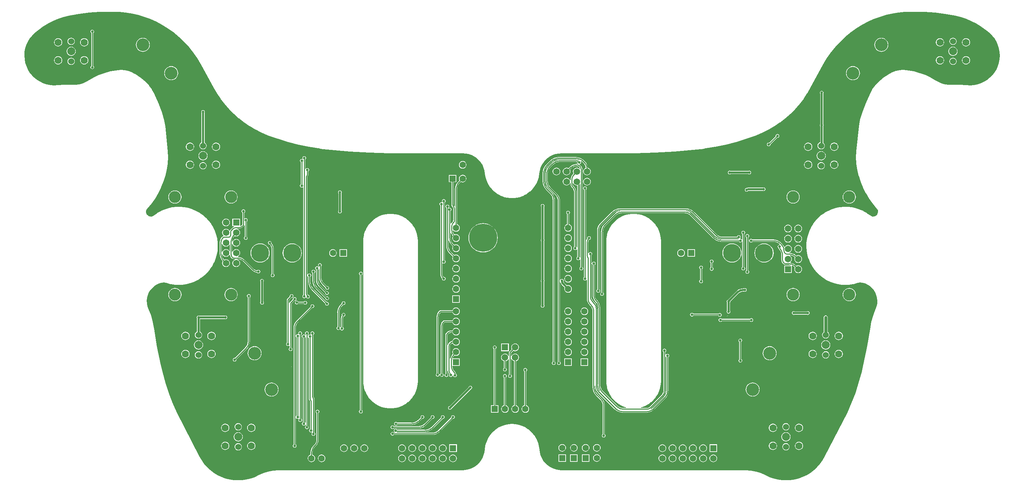
<source format=gbl>
G04*
G04 #@! TF.GenerationSoftware,Altium Limited,Altium Designer,18.1.11 (251)*
G04*
G04 Layer_Physical_Order=2*
G04 Layer_Color=16711680*
%FSLAX25Y25*%
%MOIN*%
G70*
G01*
G75*
%ADD10C,0.01000*%
%ADD20C,0.27559*%
%ADD21C,0.06496*%
%ADD22R,0.06496X0.06496*%
%ADD23C,0.06299*%
%ADD24R,0.06299X0.06299*%
%ADD25R,0.06496X0.06496*%
%ADD26R,0.06299X0.06299*%
%ADD27C,0.07000*%
%ADD28C,0.06000*%
%ADD29C,0.17717*%
%ADD30C,0.11811*%
%ADD31C,0.12598*%
%ADD32C,0.07874*%
%ADD33C,0.02000*%
%ADD34C,0.05000*%
%ADD35C,0.02520*%
%ADD36C,0.03000*%
G36*
X887378Y512303D02*
X897246Y511583D01*
X907062Y510343D01*
X916794Y508588D01*
X922194Y507253D01*
X927473Y505516D01*
X932607Y503387D01*
X937565Y500877D01*
X942320Y498001D01*
X946845Y494774D01*
X951106Y491224D01*
X953585Y488709D01*
X955738Y485923D01*
X957542Y482900D01*
X958969Y479681D01*
X960001Y476315D01*
X960621Y472850D01*
X960821Y469335D01*
X960598Y465821D01*
X959955Y462360D01*
X958901Y459001D01*
X957452Y455792D01*
X955629Y452780D01*
X953458Y450009D01*
X950970Y447518D01*
X948201Y445344D01*
X945191Y443517D01*
X941985Y442065D01*
X938626Y441007D01*
X935166Y440360D01*
X931652Y440133D01*
X928084Y440332D01*
X921308Y440812D01*
X921262Y440807D01*
X921216Y440815D01*
X914428Y440683D01*
X910709Y440689D01*
X907079Y441176D01*
X903545Y442137D01*
X900168Y443555D01*
X896956Y445434D01*
X892542Y448108D01*
X892493Y448126D01*
X892451Y448157D01*
X887783Y450374D01*
X887732Y450387D01*
X887688Y450414D01*
X882819Y452148D01*
X882772Y452154D01*
X882730Y452175D01*
X876083Y453873D01*
X876040Y453876D01*
X876000Y453891D01*
X869236Y455036D01*
X869181Y455034D01*
X869127Y455049D01*
X865755Y455250D01*
X865687Y455240D01*
X865618Y455249D01*
X862250Y454998D01*
X862183Y454980D01*
X862115Y454979D01*
X858809Y454282D01*
X858746Y454254D01*
X858678Y454245D01*
X855495Y453112D01*
X855436Y453077D01*
X855370Y453058D01*
X852367Y451511D01*
X852318Y451473D01*
X852261Y451448D01*
X846709Y447677D01*
X846670Y447638D01*
X846621Y447610D01*
X841508Y443262D01*
X841471Y443215D01*
X841422Y443180D01*
X838382Y439911D01*
X838348Y439855D01*
X838301Y439811D01*
X835695Y436187D01*
X835669Y436128D01*
X835627Y436079D01*
X833497Y432156D01*
X833484Y432114D01*
X833459Y432077D01*
X829250Y422432D01*
X829245Y422409D01*
X829232Y422388D01*
X825475Y412559D01*
X825468Y412517D01*
X825448Y412480D01*
X823666Y406376D01*
X823661Y406317D01*
X823640Y406261D01*
X822575Y399992D01*
X822576Y399958D01*
X822566Y399926D01*
X820022Y375414D01*
X820024Y375386D01*
X820017Y375358D01*
X819731Y369321D01*
X819739Y369271D01*
X819732Y369221D01*
X820039Y363185D01*
X820051Y363136D01*
X820049Y363086D01*
X820947Y357109D01*
X820962Y357067D01*
X820964Y357022D01*
X822386Y351121D01*
X822403Y351085D01*
X822408Y351045D01*
X824277Y345270D01*
X824297Y345236D01*
X824304Y345197D01*
X826611Y339582D01*
X826632Y339549D01*
X826643Y339511D01*
X829372Y334089D01*
X829397Y334058D01*
X829410Y334021D01*
X832546Y328823D01*
X832573Y328794D01*
X832589Y328758D01*
X836114Y323816D01*
X836143Y323789D01*
X836162Y323754D01*
X840032Y319123D01*
X840670Y318244D01*
X841078Y317318D01*
X841280Y316326D01*
X841267Y315314D01*
X841041Y314328D01*
X840611Y313412D01*
X839997Y312607D01*
X839226Y311951D01*
X838334Y311474D01*
X837360Y311195D01*
X836351Y311130D01*
X835350Y311279D01*
X834403Y311637D01*
X833486Y312232D01*
X830379Y314497D01*
X830330Y314519D01*
X830290Y314554D01*
X826942Y316500D01*
X826891Y316517D01*
X826848Y316548D01*
X823316Y318137D01*
X823264Y318149D01*
X823218Y318175D01*
X819541Y319390D01*
X819488Y319396D01*
X819439Y319418D01*
X815656Y320246D01*
X815602Y320247D01*
X815551Y320263D01*
X811703Y320696D01*
X811650Y320691D01*
X811598Y320702D01*
X807725Y320735D01*
X807673Y320725D01*
X807619Y320730D01*
X803764Y320362D01*
X803713Y320346D01*
X803660Y320346D01*
X799864Y319581D01*
X799814Y319561D01*
X799761Y319555D01*
X796064Y318402D01*
X796018Y318376D01*
X795965Y318365D01*
X792407Y316836D01*
X792364Y316806D01*
X792313Y316789D01*
X788932Y314900D01*
X788892Y314865D01*
X788843Y314844D01*
X785675Y312615D01*
X785639Y312576D01*
X785592Y312550D01*
X782673Y310006D01*
X782640Y309963D01*
X782597Y309932D01*
X779956Y307100D01*
X779928Y307054D01*
X779888Y307019D01*
X777554Y303929D01*
X777531Y303881D01*
X777495Y303841D01*
X775493Y300526D01*
X775475Y300476D01*
X775443Y300433D01*
X773795Y296929D01*
X773782Y296877D01*
X773755Y296831D01*
X772478Y293175D01*
X772470Y293122D01*
X772448Y293074D01*
X771556Y289305D01*
X771554Y289252D01*
X771537Y289201D01*
X771039Y285361D01*
X771043Y285307D01*
X771031Y285255D01*
X770933Y281384D01*
X770942Y281331D01*
X770936Y281278D01*
X771239Y277417D01*
X771253Y277366D01*
X771252Y277313D01*
X771953Y273504D01*
X771973Y273454D01*
X771977Y273401D01*
X773068Y269685D01*
X773093Y269638D01*
X773103Y269586D01*
X774572Y266002D01*
X774601Y265958D01*
X774617Y265907D01*
X776449Y262495D01*
X776482Y262454D01*
X776503Y262404D01*
X778678Y259200D01*
X778716Y259162D01*
X778742Y259116D01*
X781236Y256153D01*
X781278Y256120D01*
X781308Y256076D01*
X784095Y253388D01*
X784140Y253359D01*
X784175Y253318D01*
X787225Y250932D01*
X787273Y250908D01*
X787312Y250872D01*
X790593Y248814D01*
X790642Y248795D01*
X790685Y248763D01*
X794161Y247055D01*
X794212Y247041D01*
X794258Y247013D01*
X797892Y245675D01*
X797944Y245666D01*
X797993Y245643D01*
X801745Y244687D01*
X801799Y244685D01*
X801849Y244667D01*
X805681Y244104D01*
X805734Y244107D01*
X805786Y244094D01*
X809655Y243930D01*
X809708Y243939D01*
X809760Y243931D01*
X813626Y244169D01*
X813678Y244182D01*
X813731Y244181D01*
X817551Y244817D01*
X817601Y244835D01*
X817654Y244839D01*
X821346Y245855D01*
X823826Y246312D01*
X826272Y246083D01*
X828846Y245273D01*
X831303Y244082D01*
X833560Y242546D01*
X835569Y240696D01*
X837287Y238573D01*
X838676Y236222D01*
X839708Y233694D01*
X840359Y231042D01*
X840616Y228323D01*
X840474Y225596D01*
X839936Y222919D01*
X838992Y220291D01*
X836557Y214033D01*
X836549Y213985D01*
X836526Y213942D01*
X834690Y207469D01*
X834686Y207420D01*
X834668Y207375D01*
X833449Y200758D01*
X833449Y200746D01*
X833445Y200735D01*
X830628Y183213D01*
X826956Y165863D01*
X825123Y158158D01*
X822396Y147902D01*
X819150Y137812D01*
X815390Y127902D01*
X811130Y118202D01*
X788992Y75229D01*
X786860Y71518D01*
X784387Y68060D01*
X781582Y64864D01*
X778474Y61963D01*
X775094Y59384D01*
X771474Y57153D01*
X767651Y55293D01*
X763662Y53822D01*
X759546Y52753D01*
X755345Y52098D01*
X751100Y51864D01*
X746852Y52052D01*
X742644Y52660D01*
X738517Y53684D01*
X734512Y55111D01*
X730623Y56951D01*
X730617Y56953D01*
X730612Y56956D01*
X726217Y58972D01*
X726156Y58987D01*
X726100Y59017D01*
X721492Y60479D01*
X721429Y60487D01*
X721370Y60510D01*
X716617Y61396D01*
X716554Y61396D01*
X716493Y61412D01*
X711667Y61708D01*
X711635Y61704D01*
X711604Y61710D01*
X530668D01*
X527645Y61917D01*
X524712Y62527D01*
X521889Y63531D01*
X519229Y64911D01*
X516783Y66640D01*
X514594Y68686D01*
X512705Y71011D01*
X511150Y73572D01*
X509959Y76321D01*
X509154Y79207D01*
X508740Y82241D01*
X508322Y85440D01*
X508302Y85501D01*
X508298Y85566D01*
X507483Y88690D01*
X507455Y88748D01*
X507443Y88812D01*
X506244Y91810D01*
X506209Y91864D01*
X506189Y91925D01*
X504625Y94750D01*
X504584Y94799D01*
X504556Y94858D01*
X502651Y97465D01*
X502604Y97509D01*
X502570Y97563D01*
X500354Y99912D01*
X500301Y99949D01*
X500260Y99999D01*
X497768Y102052D01*
X497712Y102083D01*
X497665Y102127D01*
X494936Y103853D01*
X494875Y103876D01*
X494824Y103915D01*
X491900Y105286D01*
X491838Y105301D01*
X491781Y105333D01*
X488709Y106328D01*
X488645Y106335D01*
X488586Y106359D01*
X485413Y106963D01*
X485349Y106962D01*
X485287Y106979D01*
X482064Y107181D01*
X482000Y107172D01*
X481936Y107181D01*
X478714Y106979D01*
X478651Y106962D01*
X478587Y106963D01*
X475415Y106359D01*
X475355Y106335D01*
X475291Y106328D01*
X472219Y105333D01*
X472163Y105301D01*
X472100Y105286D01*
X469177Y103915D01*
X469125Y103876D01*
X469065Y103853D01*
X466335Y102127D01*
X466289Y102083D01*
X466232Y102052D01*
X463740Y99999D01*
X463699Y99949D01*
X463647Y99912D01*
X461431Y97563D01*
X461396Y97509D01*
X461349Y97465D01*
X459444Y94858D01*
X459417Y94799D01*
X459375Y94750D01*
X457811Y91925D01*
X457791Y91864D01*
X457756Y91810D01*
X456557Y88812D01*
X456545Y88748D01*
X456517Y88690D01*
X455702Y85566D01*
X455698Y85501D01*
X455678Y85440D01*
X455260Y82241D01*
X454846Y79207D01*
X454041Y76321D01*
X452850Y73572D01*
X451295Y71011D01*
X449406Y68686D01*
X447218Y66640D01*
X444771Y64911D01*
X442111Y63531D01*
X439289Y62527D01*
X436355Y61917D01*
X433332Y61710D01*
X252396D01*
X252365Y61704D01*
X252333Y61708D01*
X247508Y61412D01*
X247446Y61396D01*
X247383Y61396D01*
X242630Y60510D01*
X242571Y60487D01*
X242509Y60479D01*
X237900Y59017D01*
X237844Y58987D01*
X237783Y58972D01*
X233388Y56956D01*
X233383Y56953D01*
X233377Y56951D01*
X229488Y55111D01*
X225483Y53684D01*
X221356Y52660D01*
X217148Y52052D01*
X212901Y51864D01*
X208655Y52098D01*
X204454Y52753D01*
X200339Y53822D01*
X196350Y55293D01*
X192526Y57153D01*
X188907Y59384D01*
X185526Y61963D01*
X182418Y64864D01*
X179613Y68060D01*
X177140Y71518D01*
X175008Y75229D01*
X152871Y118202D01*
X148610Y127901D01*
X144851Y137812D01*
X141605Y147902D01*
X138877Y158158D01*
X137044Y165863D01*
X133373Y183213D01*
X130555Y200735D01*
X130551Y200746D01*
X130551Y200758D01*
X129333Y207375D01*
X129315Y207420D01*
X129311Y207469D01*
X127474Y213942D01*
X127452Y213985D01*
X127443Y214033D01*
X125009Y220291D01*
X124064Y222919D01*
X123526Y225596D01*
X123384Y228323D01*
X123641Y231042D01*
X124293Y233694D01*
X125324Y236222D01*
X126713Y238573D01*
X128431Y240696D01*
X130440Y242546D01*
X132697Y244082D01*
X135154Y245273D01*
X137728Y246083D01*
X140175Y246312D01*
X142655Y245855D01*
X146346Y244839D01*
X146399Y244835D01*
X146449Y244817D01*
X150269Y244181D01*
X150323Y244182D01*
X150374Y244169D01*
X154240Y243931D01*
X154293Y243939D01*
X154345Y243930D01*
X158214Y244094D01*
X158266Y244107D01*
X158320Y244104D01*
X162151Y244667D01*
X162201Y244685D01*
X162255Y244687D01*
X166008Y245643D01*
X166056Y245666D01*
X166108Y245675D01*
X169742Y247013D01*
X169788Y247041D01*
X169839Y247055D01*
X173315Y248763D01*
X173358Y248795D01*
X173407Y248814D01*
X176688Y250872D01*
X176727Y250908D01*
X176775Y250932D01*
X179825Y253318D01*
X179860Y253359D01*
X179905Y253388D01*
X182692Y256076D01*
X182722Y256120D01*
X182764Y256153D01*
X185258Y259116D01*
X185284Y259162D01*
X185322Y259200D01*
X187497Y262404D01*
X187518Y262454D01*
X187552Y262495D01*
X189383Y265907D01*
X189399Y265958D01*
X189428Y266002D01*
X190897Y269586D01*
X190908Y269638D01*
X190932Y269685D01*
X192023Y273401D01*
X192028Y273454D01*
X192047Y273504D01*
X192748Y277313D01*
X192747Y277366D01*
X192762Y277417D01*
X193064Y281278D01*
X193058Y281331D01*
X193067Y281384D01*
X192969Y285255D01*
X192957Y285307D01*
X192961Y285361D01*
X192463Y289201D01*
X192446Y289252D01*
X192444Y289305D01*
X191552Y293074D01*
X191530Y293122D01*
X191523Y293175D01*
X190245Y296831D01*
X190218Y296877D01*
X190205Y296929D01*
X188557Y300433D01*
X188525Y300476D01*
X188507Y300526D01*
X186505Y303841D01*
X186469Y303881D01*
X186446Y303929D01*
X184112Y307019D01*
X184072Y307054D01*
X184044Y307100D01*
X181403Y309932D01*
X181360Y309963D01*
X181327Y310006D01*
X178408Y312550D01*
X178361Y312576D01*
X178325Y312615D01*
X175157Y314844D01*
X175109Y314865D01*
X175068Y314900D01*
X171687Y316789D01*
X171637Y316806D01*
X171593Y316836D01*
X168035Y318365D01*
X167983Y318376D01*
X167936Y318402D01*
X164239Y319555D01*
X164186Y319561D01*
X164137Y319581D01*
X160340Y320346D01*
X160287Y320346D01*
X160236Y320362D01*
X156381Y320730D01*
X156328Y320725D01*
X156275Y320735D01*
X152403Y320702D01*
X152350Y320691D01*
X152297Y320696D01*
X148449Y320263D01*
X148398Y320247D01*
X148345Y320246D01*
X144562Y319418D01*
X144513Y319396D01*
X144460Y319390D01*
X140783Y318175D01*
X140736Y318149D01*
X140684Y318137D01*
X137152Y316548D01*
X137109Y316517D01*
X137058Y316500D01*
X133710Y314554D01*
X133670Y314519D01*
X133622Y314497D01*
X130515Y312232D01*
X129597Y311637D01*
X128650Y311279D01*
X127650Y311130D01*
X126640Y311195D01*
X125667Y311474D01*
X124775Y311951D01*
X124004Y312607D01*
X123389Y313412D01*
X122959Y314328D01*
X122733Y315314D01*
X122720Y316326D01*
X122923Y317318D01*
X123330Y318244D01*
X123968Y319123D01*
X127838Y323754D01*
X127857Y323789D01*
X127886Y323816D01*
X131411Y328758D01*
X131427Y328794D01*
X131454Y328823D01*
X134590Y334021D01*
X134604Y334058D01*
X134628Y334089D01*
X137357Y339511D01*
X137368Y339549D01*
X137390Y339582D01*
X139696Y345197D01*
X139704Y345236D01*
X139723Y345270D01*
X141593Y351045D01*
X141597Y351085D01*
X141614Y351121D01*
X143036Y357022D01*
X143038Y357067D01*
X143053Y357109D01*
X143951Y363086D01*
X143949Y363136D01*
X143961Y363185D01*
X144269Y369221D01*
X144261Y369271D01*
X144269Y369321D01*
X143983Y375358D01*
X143976Y375386D01*
X143979Y375414D01*
X141435Y399926D01*
X141425Y399958D01*
X141426Y399992D01*
X140360Y406261D01*
X140339Y406317D01*
X140334Y406376D01*
X138552Y412480D01*
X138533Y412517D01*
X138526Y412559D01*
X134768Y422388D01*
X134756Y422409D01*
X134750Y422432D01*
X130542Y432077D01*
X130516Y432114D01*
X130503Y432156D01*
X128373Y436079D01*
X128331Y436128D01*
X128305Y436187D01*
X125699Y439811D01*
X125652Y439856D01*
X125618Y439911D01*
X122579Y443180D01*
X122530Y443215D01*
X122492Y443262D01*
X117379Y447610D01*
X117331Y447638D01*
X117292Y447677D01*
X111739Y451448D01*
X111682Y451473D01*
X111633Y451511D01*
X108630Y453058D01*
X108564Y453077D01*
X108505Y453112D01*
X105322Y454245D01*
X105254Y454254D01*
X105191Y454282D01*
X101886Y454979D01*
X101817Y454980D01*
X101751Y454998D01*
X98382Y455249D01*
X98314Y455240D01*
X98246Y455250D01*
X94873Y455049D01*
X94820Y455034D01*
X94764Y455036D01*
X88000Y453891D01*
X87960Y453876D01*
X87918Y453873D01*
X81271Y452175D01*
X81228Y452154D01*
X81181Y452148D01*
X76313Y450414D01*
X76268Y450387D01*
X76217Y450374D01*
X71549Y448157D01*
X71507Y448126D01*
X71458Y448108D01*
X67045Y445435D01*
X63832Y443555D01*
X60455Y442137D01*
X56921Y441176D01*
X53291Y440689D01*
X49572Y440683D01*
X42784Y440815D01*
X42738Y440807D01*
X42692Y440812D01*
X35917Y440332D01*
X32348Y440133D01*
X28834Y440360D01*
X25374Y441007D01*
X22016Y442065D01*
X18809Y443517D01*
X15799Y445344D01*
X13030Y447518D01*
X10542Y450009D01*
X8371Y452780D01*
X6548Y455792D01*
X5099Y459001D01*
X4045Y462360D01*
X3403Y465821D01*
X3179Y469335D01*
X3379Y472850D01*
X4000Y476315D01*
X5031Y479681D01*
X6459Y482900D01*
X8262Y485923D01*
X10415Y488709D01*
X12895Y491224D01*
X17155Y494774D01*
X21680Y498001D01*
X26435Y500877D01*
X31394Y503387D01*
X36527Y505516D01*
X41806Y507253D01*
X47207Y508588D01*
X56938Y510343D01*
X66755Y511583D01*
X76623Y512303D01*
X86515Y512502D01*
X96401Y512180D01*
X102683Y511601D01*
X108911Y510608D01*
X115059Y509207D01*
X121101Y507404D01*
X127011Y505205D01*
X132763Y502621D01*
X138332Y499663D01*
X143693Y496345D01*
X149460Y492216D01*
X154932Y487703D01*
X160082Y482828D01*
X164889Y477612D01*
X169328Y472082D01*
X173380Y466261D01*
X177032Y460167D01*
X188998Y438055D01*
X189006Y438046D01*
X189010Y438034D01*
X192240Y432382D01*
X192262Y432356D01*
X192275Y432325D01*
X195868Y426896D01*
X195892Y426872D01*
X195906Y426841D01*
X199847Y421659D01*
X199872Y421636D01*
X199889Y421607D01*
X204160Y416694D01*
X204187Y416673D01*
X204206Y416645D01*
X208789Y412021D01*
X208817Y412002D01*
X208838Y411975D01*
X213714Y407662D01*
X213743Y407645D01*
X213766Y407619D01*
X218914Y403634D01*
X218944Y403619D01*
X218968Y403595D01*
X224366Y399955D01*
X224397Y399942D01*
X224422Y399920D01*
X230047Y396641D01*
X230079Y396630D01*
X230105Y396609D01*
X235932Y393706D01*
X235965Y393697D01*
X235993Y393678D01*
X241998Y391162D01*
X242025Y391156D01*
X242050Y391141D01*
X252035Y387588D01*
X252058Y387585D01*
X252078Y387574D01*
X262211Y384467D01*
X262234Y384465D01*
X262254Y384455D01*
X272515Y381800D01*
X272538Y381799D01*
X272559Y381790D01*
X282927Y379593D01*
X282950Y379593D01*
X282972Y379585D01*
X293427Y377851D01*
X293450Y377851D01*
X293472Y377844D01*
X303994Y376575D01*
X304013Y376576D01*
X304031Y376571D01*
X322902Y374982D01*
X322916Y374983D01*
X322930Y374980D01*
X341837Y373912D01*
X341851Y373914D01*
X341865Y373910D01*
X360795Y373365D01*
X360809Y373367D01*
X360823Y373364D01*
X379761Y373342D01*
X379762Y373342D01*
X379762Y373342D01*
X433436D01*
X436407Y373142D01*
X439291Y372553D01*
X442069Y371584D01*
X444694Y370251D01*
X447116Y368579D01*
X449292Y366598D01*
X451183Y364343D01*
X452756Y361855D01*
X453981Y359179D01*
X454837Y356363D01*
X455319Y353391D01*
X455839Y350125D01*
X455862Y350062D01*
X455868Y349997D01*
X456803Y346822D01*
X456834Y346763D01*
X456848Y346699D01*
X458182Y343670D01*
X458220Y343616D01*
X458243Y343553D01*
X459954Y340720D01*
X459998Y340671D01*
X460028Y340613D01*
X462088Y338022D01*
X462139Y337979D01*
X462176Y337925D01*
X464551Y335619D01*
X464606Y335583D01*
X464650Y335534D01*
X467301Y333552D01*
X467360Y333523D01*
X467410Y333480D01*
X470293Y331853D01*
X470356Y331833D01*
X470411Y331797D01*
X473478Y330552D01*
X473543Y330540D01*
X473602Y330511D01*
X476803Y329670D01*
X476869Y329666D01*
X476932Y329645D01*
X480215Y329221D01*
X480280Y329226D01*
X480345Y329213D01*
X483655D01*
X483720Y329226D01*
X483786Y329221D01*
X487068Y329645D01*
X487131Y329666D01*
X487197Y329670D01*
X490398Y330511D01*
X490457Y330540D01*
X490522Y330552D01*
X493589Y331797D01*
X493645Y331833D01*
X493707Y331853D01*
X496590Y333480D01*
X496640Y333523D01*
X496699Y333552D01*
X499350Y335534D01*
X499394Y335583D01*
X499450Y335619D01*
X501824Y337925D01*
X501862Y337979D01*
X501912Y338022D01*
X503972Y340613D01*
X504002Y340671D01*
X504047Y340720D01*
X505758Y343553D01*
X505780Y343616D01*
X505818Y343670D01*
X507152Y346699D01*
X507166Y346763D01*
X507197Y346822D01*
X508132Y349997D01*
X508138Y350062D01*
X508161Y350125D01*
X508681Y353392D01*
X509163Y356363D01*
X510019Y359179D01*
X511244Y361855D01*
X512817Y364343D01*
X514708Y366598D01*
X516885Y368579D01*
X519307Y370251D01*
X521931Y371584D01*
X524710Y372553D01*
X527593Y373142D01*
X530564Y373342D01*
X584238D01*
X584239Y373342D01*
X584239Y373342D01*
X603177Y373364D01*
X603191Y373367D01*
X603205Y373365D01*
X622135Y373910D01*
X622149Y373914D01*
X622163Y373912D01*
X641071Y374980D01*
X641084Y374983D01*
X641099Y374982D01*
X659970Y376571D01*
X659987Y376576D01*
X660006Y376575D01*
X670528Y377844D01*
X670550Y377851D01*
X670573Y377851D01*
X681028Y379585D01*
X681050Y379593D01*
X681073Y379593D01*
X691441Y381790D01*
X691462Y381799D01*
X691485Y381800D01*
X701746Y384455D01*
X701767Y384465D01*
X701790Y384467D01*
X711922Y387574D01*
X711943Y387585D01*
X711965Y387588D01*
X721950Y391141D01*
X721975Y391156D01*
X722003Y391162D01*
X728007Y393678D01*
X728035Y393697D01*
X728068Y393706D01*
X733895Y396609D01*
X733922Y396630D01*
X733954Y396641D01*
X739578Y399920D01*
X739603Y399942D01*
X739635Y399955D01*
X745032Y403595D01*
X745056Y403619D01*
X745086Y403634D01*
X750235Y407619D01*
X750257Y407645D01*
X750286Y407662D01*
X755162Y411975D01*
X755183Y412002D01*
X755211Y412021D01*
X759795Y416645D01*
X759813Y416673D01*
X759840Y416694D01*
X764111Y421607D01*
X764128Y421636D01*
X764153Y421659D01*
X768094Y426841D01*
X768109Y426872D01*
X768132Y426896D01*
X771725Y432325D01*
X771738Y432356D01*
X771760Y432382D01*
X774990Y438034D01*
X774994Y438046D01*
X775002Y438055D01*
X786968Y460166D01*
X790620Y466261D01*
X794672Y472082D01*
X799111Y477612D01*
X803918Y482828D01*
X809068Y487703D01*
X814540Y492216D01*
X820307Y496345D01*
X825668Y499663D01*
X831237Y502621D01*
X836989Y505205D01*
X842899Y507404D01*
X848942Y509207D01*
X855090Y510608D01*
X861317Y511601D01*
X867600Y512180D01*
X877485Y512502D01*
X887378Y512303D01*
D02*
G37*
%LPC*%
G36*
X914875Y486938D02*
X913961Y486817D01*
X913109Y486465D01*
X912378Y485904D01*
X911817Y485173D01*
X911465Y484321D01*
X911344Y483407D01*
X911465Y482494D01*
X911817Y481642D01*
X912378Y480911D01*
X913109Y480350D01*
X913961Y479997D01*
X914875Y479877D01*
X915788Y479997D01*
X916640Y480350D01*
X917371Y480911D01*
X917932Y481642D01*
X918285Y482494D01*
X918405Y483407D01*
X918285Y484321D01*
X917932Y485173D01*
X917371Y485904D01*
X916640Y486465D01*
X915788Y486817D01*
X914875Y486938D01*
D02*
G37*
G36*
X49126D02*
X48212Y486817D01*
X47361Y486465D01*
X46629Y485904D01*
X46068Y485173D01*
X45716Y484321D01*
X45595Y483407D01*
X45716Y482494D01*
X46068Y481642D01*
X46629Y480911D01*
X47361Y480350D01*
X48212Y479997D01*
X49126Y479877D01*
X50039Y479997D01*
X50891Y480350D01*
X51622Y480911D01*
X52183Y481642D01*
X52535Y482494D01*
X52656Y483407D01*
X52535Y484321D01*
X52183Y485173D01*
X51622Y485904D01*
X50891Y486465D01*
X50039Y486817D01*
X49126Y486938D01*
D02*
G37*
G36*
X902079Y486458D02*
X901035Y486320D01*
X900062Y485917D01*
X899227Y485276D01*
X898585Y484441D01*
X898182Y483467D01*
X898045Y482423D01*
X898182Y481379D01*
X898585Y480406D01*
X899227Y479570D01*
X900062Y478929D01*
X901035Y478526D01*
X902079Y478389D01*
X903124Y478526D01*
X904097Y478929D01*
X904932Y479570D01*
X905573Y480406D01*
X905976Y481379D01*
X906114Y482423D01*
X905976Y483467D01*
X905573Y484441D01*
X904932Y485276D01*
X904097Y485917D01*
X903124Y486320D01*
X902079Y486458D01*
D02*
G37*
G36*
X36330D02*
X35286Y486320D01*
X34313Y485917D01*
X33478Y485276D01*
X32836Y484441D01*
X32433Y483467D01*
X32296Y482423D01*
X32433Y481379D01*
X32836Y480406D01*
X33478Y479570D01*
X34313Y478929D01*
X35286Y478526D01*
X36330Y478389D01*
X37375Y478526D01*
X38348Y478929D01*
X39183Y479570D01*
X39824Y480406D01*
X40227Y481379D01*
X40365Y482423D01*
X40227Y483467D01*
X39824Y484441D01*
X39183Y485276D01*
X38348Y485917D01*
X37375Y486320D01*
X36330Y486458D01*
D02*
G37*
G36*
X927670Y486457D02*
X926626Y486320D01*
X925653Y485917D01*
X924817Y485276D01*
X924176Y484440D01*
X923773Y483467D01*
X923635Y482423D01*
X923773Y481379D01*
X924176Y480406D01*
X924817Y479570D01*
X925653Y478929D01*
X926626Y478526D01*
X927670Y478389D01*
X928714Y478526D01*
X929687Y478929D01*
X930523Y479570D01*
X931164Y480406D01*
X931567Y481379D01*
X931705Y482423D01*
X931567Y483467D01*
X931164Y484440D01*
X930523Y485276D01*
X929687Y485917D01*
X928714Y486320D01*
X927670Y486457D01*
D02*
G37*
G36*
X61921D02*
X60877Y486320D01*
X59904Y485917D01*
X59068Y485276D01*
X58427Y484440D01*
X58024Y483467D01*
X57886Y482423D01*
X58024Y481379D01*
X58427Y480406D01*
X59068Y479570D01*
X59904Y478929D01*
X60877Y478526D01*
X61921Y478389D01*
X62965Y478526D01*
X63938Y478929D01*
X64774Y479570D01*
X65415Y480406D01*
X65818Y481379D01*
X65955Y482423D01*
X65818Y483467D01*
X65415Y484440D01*
X64774Y485276D01*
X63938Y485917D01*
X62965Y486320D01*
X61921Y486457D01*
D02*
G37*
G36*
X844485Y486829D02*
X843152Y486697D01*
X841870Y486308D01*
X840689Y485677D01*
X839654Y484827D01*
X838804Y483792D01*
X838173Y482611D01*
X837784Y481329D01*
X837652Y479996D01*
X837784Y478663D01*
X838173Y477382D01*
X838804Y476201D01*
X839654Y475165D01*
X840689Y474316D01*
X841870Y473684D01*
X843152Y473296D01*
X844485Y473164D01*
X845817Y473296D01*
X847099Y473684D01*
X848280Y474316D01*
X849316Y475165D01*
X850165Y476201D01*
X850797Y477382D01*
X851185Y478663D01*
X851317Y479996D01*
X851185Y481329D01*
X850797Y482611D01*
X850165Y483792D01*
X849316Y484827D01*
X848280Y485677D01*
X847099Y486308D01*
X845817Y486697D01*
X844485Y486829D01*
D02*
G37*
G36*
X119516D02*
X118183Y486697D01*
X116901Y486308D01*
X115720Y485677D01*
X114685Y484827D01*
X113835Y483792D01*
X113204Y482611D01*
X112815Y481329D01*
X112683Y479996D01*
X112815Y478663D01*
X113204Y477382D01*
X113835Y476201D01*
X114685Y475165D01*
X115720Y474316D01*
X116901Y473684D01*
X118183Y473296D01*
X119516Y473164D01*
X120849Y473296D01*
X122130Y473684D01*
X123311Y474316D01*
X124347Y475165D01*
X125196Y476201D01*
X125828Y477382D01*
X126216Y478663D01*
X126348Y479996D01*
X126216Y481329D01*
X125828Y482611D01*
X125196Y483792D01*
X124347Y484827D01*
X123311Y485677D01*
X122130Y486308D01*
X120849Y486697D01*
X119516Y486829D01*
D02*
G37*
G36*
X914875Y478040D02*
X913716Y477888D01*
X912637Y477441D01*
X911710Y476729D01*
X910999Y475803D01*
X910552Y474723D01*
X910399Y473565D01*
X910552Y472406D01*
X910999Y471327D01*
X911710Y470400D01*
X912637Y469689D01*
X913716Y469242D01*
X914875Y469090D01*
X916033Y469242D01*
X917112Y469689D01*
X918039Y470400D01*
X918750Y471327D01*
X919197Y472406D01*
X919350Y473565D01*
X919197Y474723D01*
X918750Y475803D01*
X918039Y476729D01*
X917112Y477441D01*
X916033Y477888D01*
X914875Y478040D01*
D02*
G37*
G36*
X49126D02*
X47967Y477888D01*
X46888Y477441D01*
X45961Y476729D01*
X45250Y475803D01*
X44803Y474723D01*
X44650Y473565D01*
X44803Y472406D01*
X45250Y471327D01*
X45961Y470400D01*
X46888Y469689D01*
X47967Y469242D01*
X49126Y469090D01*
X50284Y469242D01*
X51363Y469689D01*
X52290Y470400D01*
X53001Y471327D01*
X53448Y472406D01*
X53601Y473565D01*
X53448Y474723D01*
X53001Y475803D01*
X52290Y476729D01*
X51363Y477441D01*
X50284Y477888D01*
X49126Y478040D01*
D02*
G37*
G36*
X927670Y468741D02*
X926626Y468604D01*
X925653Y468201D01*
X924817Y467559D01*
X924176Y466724D01*
X923773Y465751D01*
X923635Y464707D01*
X923773Y463662D01*
X924176Y462689D01*
X924817Y461854D01*
X925653Y461213D01*
X926626Y460810D01*
X927670Y460672D01*
X928714Y460810D01*
X929687Y461213D01*
X930523Y461854D01*
X931164Y462689D01*
X931567Y463662D01*
X931705Y464707D01*
X931567Y465751D01*
X931164Y466724D01*
X930523Y467559D01*
X929687Y468201D01*
X928714Y468604D01*
X927670Y468741D01*
D02*
G37*
G36*
X902079D02*
X901035Y468604D01*
X900062Y468201D01*
X899227Y467559D01*
X898585Y466724D01*
X898182Y465751D01*
X898045Y464707D01*
X898182Y463662D01*
X898585Y462689D01*
X899227Y461854D01*
X900062Y461213D01*
X901035Y460810D01*
X902079Y460672D01*
X903124Y460810D01*
X904097Y461213D01*
X904932Y461854D01*
X905573Y462689D01*
X905976Y463662D01*
X906114Y464707D01*
X905976Y465751D01*
X905573Y466724D01*
X904932Y467559D01*
X904097Y468201D01*
X903124Y468604D01*
X902079Y468741D01*
D02*
G37*
G36*
X61921D02*
X60877Y468604D01*
X59904Y468201D01*
X59068Y467559D01*
X58427Y466724D01*
X58024Y465751D01*
X57886Y464707D01*
X58024Y463662D01*
X58427Y462689D01*
X59068Y461854D01*
X59904Y461213D01*
X60877Y460810D01*
X61921Y460672D01*
X62965Y460810D01*
X63938Y461213D01*
X64774Y461854D01*
X65415Y462689D01*
X65818Y463662D01*
X65956Y464707D01*
X65818Y465751D01*
X65415Y466724D01*
X64774Y467559D01*
X63938Y468201D01*
X62965Y468604D01*
X61921Y468741D01*
D02*
G37*
G36*
X36330D02*
X35286Y468604D01*
X34313Y468201D01*
X33478Y467559D01*
X32836Y466724D01*
X32433Y465751D01*
X32296Y464707D01*
X32433Y463662D01*
X32836Y462689D01*
X33478Y461854D01*
X34313Y461213D01*
X35286Y460810D01*
X36330Y460672D01*
X37375Y460810D01*
X38348Y461213D01*
X39183Y461854D01*
X39824Y462689D01*
X40227Y463662D01*
X40365Y464707D01*
X40227Y465751D01*
X39824Y466724D01*
X39183Y467559D01*
X38348Y468201D01*
X37375Y468604D01*
X36330Y468741D01*
D02*
G37*
G36*
X914875Y467252D02*
X913961Y467132D01*
X913109Y466779D01*
X912378Y466218D01*
X911817Y465487D01*
X911465Y464636D01*
X911344Y463722D01*
X911465Y462809D01*
X911817Y461957D01*
X912378Y461226D01*
X913109Y460665D01*
X913961Y460312D01*
X914875Y460192D01*
X915788Y460312D01*
X916640Y460665D01*
X917371Y461226D01*
X917932Y461957D01*
X918285Y462809D01*
X918405Y463722D01*
X918285Y464636D01*
X917932Y465487D01*
X917371Y466218D01*
X916640Y466779D01*
X915788Y467132D01*
X914875Y467252D01*
D02*
G37*
G36*
X49126D02*
X48212Y467132D01*
X47361Y466779D01*
X46629Y466218D01*
X46068Y465487D01*
X45716Y464636D01*
X45595Y463722D01*
X45716Y462809D01*
X46068Y461957D01*
X46629Y461226D01*
X47361Y460665D01*
X48212Y460312D01*
X49126Y460192D01*
X50039Y460312D01*
X50891Y460665D01*
X51622Y461226D01*
X52183Y461957D01*
X52535Y462809D01*
X52656Y463722D01*
X52535Y464636D01*
X52183Y465487D01*
X51622Y466218D01*
X50891Y466779D01*
X50039Y467132D01*
X49126Y467252D01*
D02*
G37*
G36*
X69776Y494794D02*
X69090Y494658D01*
X68508Y494269D01*
X68119Y493687D01*
X67982Y493000D01*
X68119Y492313D01*
X68508Y491731D01*
X68757Y491565D01*
Y459273D01*
X68508Y459107D01*
X68119Y458525D01*
X67982Y457838D01*
X68119Y457151D01*
X68508Y456569D01*
X69090Y456180D01*
X69776Y456044D01*
X70463Y456180D01*
X71045Y456569D01*
X71434Y457151D01*
X71571Y457838D01*
X71434Y458525D01*
X71045Y459107D01*
X70796Y459273D01*
Y491565D01*
X71045Y491731D01*
X71434Y492313D01*
X71571Y493000D01*
X71434Y493687D01*
X71045Y494269D01*
X70463Y494658D01*
X69776Y494794D01*
D02*
G37*
G36*
X816646Y458989D02*
X815313Y458858D01*
X814031Y458469D01*
X812850Y457838D01*
X811815Y456988D01*
X810965Y455953D01*
X810334Y454772D01*
X809945Y453490D01*
X809814Y452157D01*
X809945Y450824D01*
X810334Y449543D01*
X810965Y448362D01*
X811815Y447326D01*
X812850Y446477D01*
X814031Y445845D01*
X815313Y445457D01*
X816646Y445325D01*
X817979Y445457D01*
X819260Y445845D01*
X820442Y446477D01*
X821477Y447326D01*
X822326Y448362D01*
X822958Y449543D01*
X823347Y450824D01*
X823478Y452157D01*
X823347Y453490D01*
X822958Y454772D01*
X822326Y455953D01*
X821477Y456988D01*
X820442Y457838D01*
X819260Y458469D01*
X817979Y458858D01*
X816646Y458989D01*
D02*
G37*
G36*
X147354D02*
X146021Y458858D01*
X144740Y458469D01*
X143559Y457838D01*
X142523Y456988D01*
X141674Y455953D01*
X141042Y454772D01*
X140654Y453490D01*
X140522Y452157D01*
X140654Y450824D01*
X141042Y449543D01*
X141674Y448362D01*
X142523Y447326D01*
X143559Y446477D01*
X144740Y445845D01*
X146021Y445457D01*
X147354Y445325D01*
X148687Y445457D01*
X149969Y445845D01*
X151150Y446477D01*
X152185Y447326D01*
X153035Y448362D01*
X153666Y449543D01*
X154055Y450824D01*
X154186Y452157D01*
X154055Y453490D01*
X153666Y454772D01*
X153035Y455953D01*
X152185Y456988D01*
X151150Y457838D01*
X149969Y458469D01*
X148687Y458858D01*
X147354Y458989D01*
D02*
G37*
G36*
X742500Y392294D02*
X741813Y392158D01*
X741231Y391769D01*
X740842Y391187D01*
X740706Y390500D01*
X740764Y390206D01*
X734294Y383736D01*
X734000Y383794D01*
X733313Y383658D01*
X732731Y383269D01*
X732342Y382687D01*
X732206Y382000D01*
X732342Y381313D01*
X732731Y380731D01*
X733313Y380342D01*
X734000Y380206D01*
X734687Y380342D01*
X735269Y380731D01*
X735658Y381313D01*
X735794Y382000D01*
X735736Y382294D01*
X742206Y388764D01*
X742500Y388706D01*
X743187Y388842D01*
X743769Y389231D01*
X744158Y389813D01*
X744294Y390500D01*
X744158Y391187D01*
X743769Y391769D01*
X743187Y392158D01*
X742500Y392294D01*
D02*
G37*
G36*
X786000Y434682D02*
X785313Y434545D01*
X784731Y434156D01*
X784342Y433574D01*
X784206Y432888D01*
X784342Y432201D01*
X784471Y432009D01*
Y401879D01*
X784342Y401687D01*
X784206Y401000D01*
X784342Y400313D01*
X784471Y400121D01*
Y384183D01*
X783676Y383853D01*
X782945Y383292D01*
X782384Y382561D01*
X782031Y381710D01*
X781911Y380796D01*
X782031Y379883D01*
X782384Y379031D01*
X782945Y378300D01*
X783676Y377739D01*
X784527Y377386D01*
X785441Y377266D01*
X786354Y377386D01*
X787206Y377739D01*
X787937Y378300D01*
X788498Y379031D01*
X788851Y379883D01*
X788971Y380796D01*
X788851Y381710D01*
X788498Y382561D01*
X787937Y383292D01*
X787529Y383605D01*
Y400121D01*
X787658Y400313D01*
X787794Y401000D01*
X787658Y401687D01*
X787529Y401879D01*
Y432009D01*
X787658Y432201D01*
X787794Y432888D01*
X787658Y433574D01*
X787269Y434156D01*
X786687Y434545D01*
X786000Y434682D01*
D02*
G37*
G36*
X178559Y415794D02*
X177873Y415658D01*
X177291Y415269D01*
X176902Y414687D01*
X176765Y414000D01*
X176902Y413313D01*
X177030Y413121D01*
Y383951D01*
X176794Y383853D01*
X176063Y383292D01*
X175502Y382561D01*
X175150Y381710D01*
X175029Y380796D01*
X175150Y379883D01*
X175502Y379031D01*
X176063Y378300D01*
X176794Y377739D01*
X177646Y377386D01*
X178559Y377266D01*
X179473Y377386D01*
X180324Y377739D01*
X181056Y378300D01*
X181617Y379031D01*
X181969Y379883D01*
X182090Y380796D01*
X181969Y381710D01*
X181617Y382561D01*
X181056Y383292D01*
X180324Y383853D01*
X180089Y383951D01*
Y413121D01*
X180217Y413313D01*
X180354Y414000D01*
X180217Y414687D01*
X179828Y415269D01*
X179246Y415658D01*
X178559Y415794D01*
D02*
G37*
G36*
X798236Y383846D02*
X797192Y383709D01*
X796219Y383306D01*
X795383Y382665D01*
X794742Y381829D01*
X794339Y380856D01*
X794202Y379812D01*
X794339Y378768D01*
X794742Y377795D01*
X795383Y376959D01*
X796219Y376318D01*
X797192Y375915D01*
X798236Y375778D01*
X799280Y375915D01*
X800253Y376318D01*
X801089Y376959D01*
X801730Y377795D01*
X802133Y378768D01*
X802271Y379812D01*
X802133Y380856D01*
X801730Y381829D01*
X801089Y382665D01*
X800253Y383306D01*
X799280Y383709D01*
X798236Y383846D01*
D02*
G37*
G36*
X772646D02*
X771601Y383709D01*
X770628Y383306D01*
X769793Y382665D01*
X769152Y381829D01*
X768749Y380856D01*
X768611Y379812D01*
X768749Y378768D01*
X769152Y377795D01*
X769793Y376959D01*
X770628Y376318D01*
X771601Y375915D01*
X772646Y375778D01*
X773690Y375915D01*
X774663Y376318D01*
X775498Y376959D01*
X776140Y377795D01*
X776543Y378768D01*
X776680Y379812D01*
X776543Y380856D01*
X776140Y381829D01*
X775498Y382665D01*
X774663Y383306D01*
X773690Y383709D01*
X772646Y383846D01*
D02*
G37*
G36*
X191355D02*
X190311Y383709D01*
X189338Y383306D01*
X188502Y382665D01*
X187861Y381829D01*
X187458Y380856D01*
X187320Y379812D01*
X187458Y378768D01*
X187861Y377795D01*
X188502Y376959D01*
X189338Y376318D01*
X190311Y375915D01*
X191355Y375778D01*
X192399Y375915D01*
X193372Y376318D01*
X194208Y376959D01*
X194849Y377795D01*
X195252Y378768D01*
X195389Y379812D01*
X195252Y380856D01*
X194849Y381829D01*
X194208Y382665D01*
X193372Y383306D01*
X192399Y383709D01*
X191355Y383846D01*
D02*
G37*
G36*
X165764D02*
X164720Y383709D01*
X163747Y383306D01*
X162911Y382665D01*
X162270Y381829D01*
X161867Y380856D01*
X161730Y379812D01*
X161867Y378768D01*
X162270Y377795D01*
X162911Y376959D01*
X163747Y376318D01*
X164720Y375915D01*
X165764Y375778D01*
X166808Y375915D01*
X167781Y376318D01*
X168617Y376959D01*
X169258Y377795D01*
X169661Y378768D01*
X169799Y379812D01*
X169661Y380856D01*
X169258Y381829D01*
X168617Y382665D01*
X167781Y383306D01*
X166808Y383709D01*
X165764Y383846D01*
D02*
G37*
G36*
X544621Y369613D02*
Y369599D01*
X527416D01*
Y369613D01*
X525690Y369477D01*
X524006Y369073D01*
X522406Y368410D01*
X520930Y367506D01*
X519614Y366381D01*
X519624Y366371D01*
X515208Y361955D01*
X515198Y361965D01*
X514073Y360649D01*
X513169Y359173D01*
X512506Y357573D01*
X512102Y355889D01*
X511966Y354163D01*
X511980D01*
Y345567D01*
X511966D01*
X512102Y343841D01*
X512506Y342157D01*
X513169Y340558D01*
X514073Y339081D01*
X515198Y337765D01*
X515208Y337775D01*
X519210Y333773D01*
X519247Y333748D01*
X520338Y332419D01*
X521169Y330864D01*
X521680Y329177D01*
X521849Y327466D01*
X521840Y327423D01*
Y168435D01*
X521591Y168269D01*
X521202Y167687D01*
X521066Y167000D01*
X521202Y166313D01*
X521591Y165731D01*
X522173Y165342D01*
X522860Y165206D01*
X523547Y165342D01*
X524129Y165731D01*
X524518Y166313D01*
X524654Y167000D01*
X524518Y167687D01*
X524129Y168269D01*
X523880Y168435D01*
Y327423D01*
X523894D01*
X523758Y329149D01*
X523354Y330832D01*
X522691Y332432D01*
X521787Y333908D01*
X520662Y335225D01*
X520652Y335215D01*
X516650Y339217D01*
X516613Y339241D01*
X515522Y340570D01*
X514691Y342125D01*
X514180Y343812D01*
X514011Y345524D01*
X514020Y345567D01*
Y354163D01*
X514011Y354206D01*
X514180Y355918D01*
X514691Y357605D01*
X515522Y359160D01*
X516613Y360489D01*
X516650Y360513D01*
X521066Y364929D01*
X521090Y364966D01*
X522419Y366056D01*
X523974Y366888D01*
X525661Y367399D01*
X527372Y367568D01*
X527416Y367559D01*
X544621D01*
X544664Y367568D01*
X546375Y367399D01*
X547880Y366943D01*
X547992Y366775D01*
X547749Y366237D01*
X547478Y366183D01*
X546770Y366561D01*
X545617Y366911D01*
X544417Y367030D01*
Y367020D01*
X528802D01*
Y367034D01*
X527075Y366898D01*
X525392Y366494D01*
X523792Y365831D01*
X522316Y364927D01*
X520999Y363802D01*
X521010Y363792D01*
X518208Y360990D01*
X518198Y361001D01*
X517073Y359684D01*
X516169Y358208D01*
X515506Y356608D01*
X515102Y354925D01*
X514966Y353198D01*
X514980D01*
Y346329D01*
X514966D01*
X515102Y344603D01*
X515506Y342919D01*
X516169Y341319D01*
X517073Y339843D01*
X518198Y338527D01*
X518208Y338537D01*
X524370Y332375D01*
X524406Y332350D01*
X525497Y331021D01*
X526328Y329467D01*
X526840Y327779D01*
X527009Y326068D01*
X527000Y326025D01*
Y168416D01*
X526751Y168249D01*
X526362Y167667D01*
X526225Y166980D01*
X526362Y166294D01*
X526751Y165712D01*
X527333Y165323D01*
X528020Y165186D01*
X528706Y165323D01*
X529288Y165712D01*
X529677Y166294D01*
X529814Y166980D01*
X529677Y167667D01*
X529288Y168249D01*
X529039Y168416D01*
Y246358D01*
X529539Y246618D01*
X529660Y246533D01*
X529953Y245567D01*
X530541Y244467D01*
X531332Y243503D01*
X531332Y243503D01*
X531686Y243151D01*
X533573Y241264D01*
X533444Y240953D01*
X533319Y240000D01*
X533444Y239047D01*
X533812Y238159D01*
X534397Y237397D01*
X535159Y236812D01*
X536047Y236444D01*
X537000Y236319D01*
X537953Y236444D01*
X538840Y236812D01*
X539603Y237397D01*
X540188Y238159D01*
X540556Y239047D01*
X540681Y240000D01*
X540556Y240953D01*
X540188Y241841D01*
X539603Y242603D01*
X538840Y243188D01*
X537953Y243556D01*
X537000Y243681D01*
X536047Y243556D01*
X535736Y243427D01*
X533496Y245667D01*
X533476Y245680D01*
X532965Y246347D01*
X532634Y247144D01*
X532620Y247256D01*
X532658Y247313D01*
X532794Y248000D01*
X532658Y248687D01*
X532269Y249269D01*
X531687Y249658D01*
X531000Y249794D01*
X530313Y249658D01*
X529731Y249269D01*
X529539Y248981D01*
X529039Y249133D01*
Y326025D01*
X529054D01*
X528918Y327751D01*
X528514Y329435D01*
X527851Y331034D01*
X526946Y332511D01*
X525822Y333827D01*
X525812Y333817D01*
X519650Y339979D01*
X519613Y340003D01*
X518522Y341332D01*
X517691Y342887D01*
X517179Y344574D01*
X517011Y346285D01*
X517020Y346329D01*
Y353198D01*
X517011Y353242D01*
X517179Y354953D01*
X517691Y356640D01*
X518522Y358195D01*
X519613Y359524D01*
X519650Y359548D01*
X522451Y362350D01*
X522476Y362387D01*
X523805Y363478D01*
X525360Y364309D01*
X527047Y364821D01*
X528758Y364989D01*
X528802Y364980D01*
X544417D01*
X544431Y364983D01*
X545479Y364845D01*
X546249Y364527D01*
X546244Y364500D01*
X546380Y363813D01*
X546724Y363299D01*
X546636Y363042D01*
X546484Y362826D01*
X546000Y362890D01*
Y362890D01*
X546000Y362890D01*
X545516Y362851D01*
X544271Y362753D01*
X542587Y362349D01*
X540988Y361686D01*
X539511Y360782D01*
X538195Y359657D01*
X538205Y359647D01*
X537349Y358791D01*
X536478Y359152D01*
X535500Y359280D01*
X534522Y359152D01*
X533610Y358774D01*
X532827Y358173D01*
X532226Y357390D01*
X531848Y356478D01*
X531720Y355500D01*
X531848Y354522D01*
X532226Y353610D01*
X532827Y352827D01*
X533610Y352226D01*
X534522Y351848D01*
X535500Y351720D01*
X536478Y351848D01*
X537390Y352226D01*
X538173Y352827D01*
X538774Y353610D01*
X539152Y354522D01*
X539280Y355500D01*
X539152Y356478D01*
X538791Y357349D01*
X539647Y358205D01*
X539671Y358242D01*
X541001Y359332D01*
X542555Y360164D01*
X544242Y360675D01*
X545954Y360844D01*
X545997Y360835D01*
X546000D01*
X546022Y360840D01*
X546777Y360689D01*
X547417Y360262D01*
X547429Y360243D01*
X547452Y360220D01*
X547489Y360196D01*
X548294Y359147D01*
X548573Y358474D01*
X548173Y358173D01*
X547390Y358774D01*
X546478Y359152D01*
X545500Y359280D01*
X544522Y359152D01*
X543610Y358774D01*
X542827Y358173D01*
X542226Y357390D01*
X541848Y356478D01*
X541720Y355500D01*
X541848Y354522D01*
X542226Y353610D01*
X542227Y353609D01*
X541573Y352843D01*
X540669Y351367D01*
X540006Y349768D01*
X539602Y348084D01*
X539510Y346919D01*
X539002Y346839D01*
X538774Y347390D01*
X538173Y348173D01*
X537390Y348774D01*
X536478Y349152D01*
X535500Y349280D01*
X534522Y349152D01*
X533610Y348774D01*
X532827Y348173D01*
X532226Y347390D01*
X531848Y346478D01*
X531720Y345500D01*
X531848Y344522D01*
X532226Y343610D01*
X532827Y342827D01*
X533610Y342226D01*
X534522Y341848D01*
X535500Y341720D01*
X536478Y341848D01*
X537390Y342226D01*
X538173Y342827D01*
X538774Y343610D01*
X538980Y344108D01*
X539480Y344009D01*
Y342489D01*
X539474D01*
X539576Y341719D01*
X539873Y341001D01*
X540346Y340385D01*
X540346Y340385D01*
X540670Y340019D01*
X541478Y339035D01*
X542309Y337480D01*
X542821Y335793D01*
X542989Y334082D01*
X542980Y334039D01*
Y281435D01*
X542731Y281269D01*
X542342Y280687D01*
X542206Y280000D01*
X542342Y279313D01*
X542731Y278731D01*
X543313Y278342D01*
X544000Y278206D01*
X544687Y278342D01*
X545269Y278731D01*
X545480Y279048D01*
X545980Y278896D01*
Y271435D01*
X545731Y271269D01*
X545342Y270687D01*
X545206Y270000D01*
X545342Y269313D01*
X545731Y268731D01*
X546313Y268342D01*
X547000Y268206D01*
X547687Y268342D01*
X548269Y268731D01*
X548480Y269048D01*
X548980Y268896D01*
Y261435D01*
X548731Y261269D01*
X548342Y260687D01*
X548206Y260000D01*
X548342Y259313D01*
X548731Y258731D01*
X549313Y258342D01*
X550000Y258206D01*
X550687Y258342D01*
X551269Y258731D01*
X551658Y259313D01*
X551794Y260000D01*
X551658Y260687D01*
X551269Y261269D01*
X551020Y261435D01*
Y356531D01*
X551035D01*
X550895Y357950D01*
X550482Y359314D01*
X549809Y360571D01*
X549200Y361314D01*
X549192Y361324D01*
X549191Y361325D01*
X548905Y361673D01*
Y361673D01*
X548882Y361696D01*
D01*
X548191Y362226D01*
X548287Y362755D01*
X548725Y362842D01*
X549307Y363231D01*
X549696Y363813D01*
X549832Y364500D01*
X549696Y365187D01*
X549461Y365538D01*
X549836Y365877D01*
X550946Y364966D01*
X550971Y364929D01*
X551850Y364050D01*
X551887Y364025D01*
X552978Y362696D01*
X553809Y361141D01*
X554320Y359454D01*
X554357Y359083D01*
X553610Y358774D01*
X552827Y358173D01*
X552226Y357390D01*
X551848Y356478D01*
X551720Y355500D01*
X551848Y354522D01*
X552226Y353610D01*
X552827Y352827D01*
X553610Y352226D01*
X554522Y351848D01*
X555500Y351720D01*
X556478Y351848D01*
X557390Y352226D01*
X558173Y352827D01*
X558774Y353610D01*
X559152Y354522D01*
X559280Y355500D01*
X559152Y356478D01*
X558774Y357390D01*
X558173Y358173D01*
X557390Y358774D01*
X556478Y359152D01*
X556419Y359159D01*
X556398Y359426D01*
X555994Y361109D01*
X555331Y362709D01*
X554427Y364185D01*
X553302Y365502D01*
X553292Y365492D01*
X552413Y366371D01*
X552423Y366381D01*
X551106Y367506D01*
X549630Y368410D01*
X548030Y369073D01*
X546347Y369477D01*
X544621Y369613D01*
D02*
G37*
G36*
X278000Y370511D02*
X277313Y370374D01*
X276731Y369985D01*
X276342Y369403D01*
X276206Y368716D01*
X276323Y368127D01*
X276113Y367835D01*
X275958Y367705D01*
X275507Y367794D01*
X274820Y367658D01*
X274238Y367269D01*
X273849Y366687D01*
X273712Y366000D01*
X273849Y365313D01*
X274238Y364731D01*
X274480Y364569D01*
Y342935D01*
X274231Y342769D01*
X273842Y342187D01*
X273706Y341500D01*
X273842Y340813D01*
X274231Y340231D01*
X274813Y339842D01*
X275500Y339706D01*
X276187Y339842D01*
X276480Y340038D01*
X276980Y339771D01*
Y234048D01*
X276731Y233882D01*
X276342Y233300D01*
X276206Y232613D01*
X276342Y231926D01*
X276731Y231344D01*
X277313Y230955D01*
X278000Y230819D01*
X278687Y230955D01*
X279269Y231344D01*
X279402Y231543D01*
X280001Y231540D01*
X280208Y231231D01*
X280790Y230842D01*
X281476Y230706D01*
X282163Y230842D01*
X282745Y231231D01*
X283134Y231813D01*
X283271Y232500D01*
X283134Y233187D01*
X282745Y233769D01*
X282163Y234158D01*
X281561Y234277D01*
X281218Y234724D01*
X281228Y234734D01*
X281087Y234944D01*
X281037Y235192D01*
X281020D01*
Y252215D01*
X281520Y252366D01*
X281731Y252050D01*
X281980Y251883D01*
Y246931D01*
X281966D01*
X282102Y245204D01*
X282506Y243521D01*
X283169Y241921D01*
X284073Y240445D01*
X285198Y239128D01*
X285208Y239139D01*
X298552Y225794D01*
X298494Y225500D01*
X298631Y224813D01*
X299020Y224231D01*
X299602Y223842D01*
X300288Y223706D01*
X300975Y223842D01*
X301557Y224231D01*
X301946Y224813D01*
X302083Y225500D01*
X301946Y226187D01*
X301557Y226769D01*
X300975Y227158D01*
X300288Y227294D01*
X299994Y227236D01*
X286650Y240580D01*
X286613Y240605D01*
X285522Y241934D01*
X284691Y243489D01*
X284179Y245176D01*
X284011Y246887D01*
X284020Y246931D01*
Y251883D01*
X284269Y252050D01*
X284658Y252632D01*
X284794Y253318D01*
X284658Y254005D01*
X284269Y254587D01*
X283687Y254976D01*
X283000Y255113D01*
X282313Y254976D01*
X281731Y254587D01*
X281520Y254270D01*
X281020Y254422D01*
Y350293D01*
X281037D01*
X281088Y350549D01*
X281233Y350767D01*
X281224Y350776D01*
X281658Y351342D01*
X281930Y352000D01*
X282023Y352707D01*
X282020D01*
Y355565D01*
X282269Y355731D01*
X282658Y356313D01*
X282794Y357000D01*
X282658Y357687D01*
X282269Y358269D01*
X281687Y358658D01*
X281000Y358794D01*
X280313Y358658D01*
X279731Y358269D01*
X279520Y357952D01*
X279020Y358104D01*
Y367281D01*
X279269Y367447D01*
X279658Y368029D01*
X279794Y368716D01*
X279658Y369403D01*
X279269Y369985D01*
X278687Y370374D01*
X278000Y370511D01*
D02*
G37*
G36*
X785441Y375429D02*
X784282Y375277D01*
X783203Y374830D01*
X782276Y374118D01*
X781565Y373191D01*
X781118Y372112D01*
X780966Y370954D01*
X781118Y369795D01*
X781565Y368716D01*
X782276Y367789D01*
X783203Y367078D01*
X784282Y366631D01*
X785441Y366478D01*
X786599Y366631D01*
X787678Y367078D01*
X788605Y367789D01*
X789317Y368716D01*
X789764Y369795D01*
X789916Y370954D01*
X789764Y372112D01*
X789317Y373191D01*
X788605Y374118D01*
X787678Y374830D01*
X786599Y375277D01*
X785441Y375429D01*
D02*
G37*
G36*
X178559D02*
X177401Y375277D01*
X176322Y374830D01*
X175395Y374118D01*
X174684Y373191D01*
X174237Y372112D01*
X174084Y370954D01*
X174237Y369795D01*
X174684Y368716D01*
X175395Y367789D01*
X176322Y367078D01*
X177401Y366631D01*
X178559Y366478D01*
X179718Y366631D01*
X180797Y367078D01*
X181724Y367789D01*
X182435Y368716D01*
X182882Y369795D01*
X183035Y370954D01*
X182882Y372112D01*
X182435Y373191D01*
X181724Y374118D01*
X180797Y374830D01*
X179718Y375277D01*
X178559Y375429D01*
D02*
G37*
G36*
X433500Y365681D02*
X432547Y365556D01*
X431660Y365188D01*
X430897Y364603D01*
X430312Y363841D01*
X429944Y362953D01*
X429819Y362000D01*
X429944Y361047D01*
X430312Y360159D01*
X430897Y359397D01*
X431660Y358812D01*
X432547Y358444D01*
X433500Y358319D01*
X434453Y358444D01*
X435340Y358812D01*
X436103Y359397D01*
X436688Y360159D01*
X437056Y361047D01*
X437181Y362000D01*
X437056Y362953D01*
X436688Y363841D01*
X436103Y364603D01*
X435340Y365188D01*
X434453Y365556D01*
X433500Y365681D01*
D02*
G37*
G36*
X798236Y366130D02*
X797192Y365992D01*
X796219Y365589D01*
X795383Y364948D01*
X794742Y364113D01*
X794339Y363140D01*
X794202Y362095D01*
X794339Y361051D01*
X794742Y360078D01*
X795383Y359243D01*
X796219Y358601D01*
X797192Y358198D01*
X798236Y358061D01*
X799280Y358198D01*
X800253Y358601D01*
X801089Y359243D01*
X801730Y360078D01*
X802133Y361051D01*
X802271Y362095D01*
X802133Y363140D01*
X801730Y364113D01*
X801089Y364948D01*
X800253Y365589D01*
X799280Y365992D01*
X798236Y366130D01*
D02*
G37*
G36*
X772646D02*
X771601Y365992D01*
X770628Y365589D01*
X769793Y364948D01*
X769152Y364113D01*
X768749Y363140D01*
X768611Y362095D01*
X768749Y361051D01*
X769152Y360078D01*
X769793Y359243D01*
X770628Y358601D01*
X771601Y358198D01*
X772646Y358061D01*
X773690Y358198D01*
X774663Y358601D01*
X775498Y359243D01*
X776140Y360078D01*
X776543Y361051D01*
X776680Y362095D01*
X776543Y363140D01*
X776140Y364113D01*
X775498Y364948D01*
X774663Y365589D01*
X773690Y365992D01*
X772646Y366130D01*
D02*
G37*
G36*
X191355D02*
X190311Y365992D01*
X189338Y365589D01*
X188502Y364948D01*
X187861Y364113D01*
X187458Y363140D01*
X187320Y362095D01*
X187458Y361051D01*
X187861Y360078D01*
X188502Y359243D01*
X189338Y358601D01*
X190311Y358198D01*
X191355Y358061D01*
X192399Y358198D01*
X193372Y358601D01*
X194208Y359243D01*
X194849Y360078D01*
X195252Y361051D01*
X195389Y362095D01*
X195252Y363140D01*
X194849Y364113D01*
X194208Y364948D01*
X193372Y365589D01*
X192399Y365992D01*
X191355Y366130D01*
D02*
G37*
G36*
X165764D02*
X164720Y365992D01*
X163747Y365589D01*
X162911Y364948D01*
X162270Y364113D01*
X161867Y363140D01*
X161730Y362095D01*
X161867Y361051D01*
X162270Y360078D01*
X162911Y359243D01*
X163747Y358601D01*
X164720Y358198D01*
X165764Y358061D01*
X166808Y358198D01*
X167781Y358601D01*
X168617Y359243D01*
X169258Y360078D01*
X169661Y361051D01*
X169799Y362095D01*
X169661Y363140D01*
X169258Y364113D01*
X168617Y364948D01*
X167781Y365589D01*
X166808Y365992D01*
X165764Y366130D01*
D02*
G37*
G36*
X785441Y364641D02*
X784527Y364521D01*
X783676Y364168D01*
X782945Y363607D01*
X782384Y362876D01*
X782031Y362025D01*
X781911Y361111D01*
X782031Y360197D01*
X782384Y359346D01*
X782945Y358615D01*
X783676Y358054D01*
X784527Y357701D01*
X785441Y357581D01*
X786354Y357701D01*
X787206Y358054D01*
X787937Y358615D01*
X788498Y359346D01*
X788851Y360197D01*
X788971Y361111D01*
X788851Y362025D01*
X788498Y362876D01*
X787937Y363607D01*
X787206Y364168D01*
X786354Y364521D01*
X785441Y364641D01*
D02*
G37*
G36*
X178559D02*
X177646Y364521D01*
X176794Y364168D01*
X176063Y363607D01*
X175502Y362876D01*
X175150Y362025D01*
X175029Y361111D01*
X175150Y360197D01*
X175502Y359346D01*
X176063Y358615D01*
X176794Y358054D01*
X177646Y357701D01*
X178559Y357581D01*
X179473Y357701D01*
X180324Y358054D01*
X181056Y358615D01*
X181617Y359346D01*
X181969Y360197D01*
X182090Y361111D01*
X181969Y362025D01*
X181617Y362876D01*
X181056Y363607D01*
X180324Y364168D01*
X179473Y364521D01*
X178559Y364641D01*
D02*
G37*
G36*
X714842Y356294D02*
X714156Y356158D01*
X713964Y356029D01*
X696521D01*
X696329Y356158D01*
X695642Y356294D01*
X694956Y356158D01*
X694374Y355769D01*
X693985Y355187D01*
X693848Y354500D01*
X693985Y353813D01*
X694374Y353231D01*
X694956Y352842D01*
X695642Y352706D01*
X696329Y352842D01*
X696521Y352971D01*
X713964D01*
X714156Y352842D01*
X714842Y352706D01*
X715529Y352842D01*
X716111Y353231D01*
X716500Y353813D01*
X716637Y354500D01*
X716500Y355187D01*
X716111Y355769D01*
X715529Y356158D01*
X714842Y356294D01*
D02*
G37*
G36*
X525500Y359280D02*
X524522Y359152D01*
X523610Y358774D01*
X522827Y358173D01*
X522226Y357390D01*
X521848Y356478D01*
X521720Y355500D01*
X521848Y354522D01*
X522226Y353610D01*
X522827Y352827D01*
X523610Y352226D01*
X524522Y351848D01*
X525500Y351720D01*
X526478Y351848D01*
X527390Y352226D01*
X528173Y352827D01*
X528774Y353610D01*
X529152Y354522D01*
X529280Y355500D01*
X529152Y356478D01*
X528774Y357390D01*
X528173Y358173D01*
X527390Y358774D01*
X526478Y359152D01*
X525500Y359280D01*
D02*
G37*
G36*
X433500Y352181D02*
X432547Y352056D01*
X431660Y351688D01*
X430897Y351103D01*
X430312Y350341D01*
X429944Y349453D01*
X429819Y348500D01*
X429944Y347547D01*
X430284Y346726D01*
X429208Y345650D01*
X429198Y345660D01*
X428073Y344343D01*
X427169Y342867D01*
X426506Y341268D01*
X426102Y339584D01*
X425966Y337858D01*
X425980D01*
Y321398D01*
X425921Y321378D01*
X425428Y321313D01*
X425153Y321724D01*
X425153Y321724D01*
X424877Y322110D01*
X424673Y322415D01*
X424514Y323215D01*
X424520Y323243D01*
Y344850D01*
X427150D01*
Y352150D01*
X419850D01*
Y344850D01*
X422480D01*
Y323243D01*
X422464D01*
X422607Y322154D01*
X423028Y321139D01*
X423241Y320861D01*
X423439Y320593D01*
X423639Y320211D01*
X423782Y320044D01*
X423954Y319841D01*
X424093Y319633D01*
X424204Y319075D01*
X424207D01*
Y307669D01*
X424214Y307634D01*
X424045Y306788D01*
X423814Y306441D01*
X423527Y306060D01*
X423527Y306060D01*
X422684Y305032D01*
X422217Y304159D01*
X421717Y304285D01*
Y316565D01*
X421967Y316731D01*
X422356Y317313D01*
X422492Y318000D01*
X422356Y318687D01*
X421967Y319269D01*
X421384Y319658D01*
X420698Y319794D01*
X420368Y319729D01*
X420068Y320179D01*
X420158Y320313D01*
X420294Y321000D01*
X420158Y321687D01*
X419769Y322269D01*
X419187Y322658D01*
X418500Y322794D01*
X417813Y322658D01*
X417231Y322269D01*
X416842Y321687D01*
X416706Y321000D01*
X416842Y320313D01*
X417231Y319731D01*
X417418Y319606D01*
Y317064D01*
X417480Y316752D01*
Y282642D01*
X417466D01*
X417602Y280916D01*
X418006Y279232D01*
X418669Y277633D01*
X419573Y276156D01*
X420698Y274840D01*
X420708Y274850D01*
X423784Y271774D01*
X423444Y270953D01*
X423319Y270000D01*
X423444Y269047D01*
X423812Y268160D01*
X424397Y267397D01*
X425160Y266812D01*
X426047Y266444D01*
X427000Y266319D01*
X427953Y266444D01*
X428840Y266812D01*
X429603Y267397D01*
X430188Y268160D01*
X430556Y269047D01*
X430681Y270000D01*
X430556Y270953D01*
X430188Y271841D01*
X429603Y272603D01*
X428840Y273188D01*
X427953Y273556D01*
X427000Y273681D01*
X426047Y273556D01*
X425226Y273216D01*
X422150Y276292D01*
X422113Y276317D01*
X421022Y277646D01*
X420191Y279201D01*
X419679Y280888D01*
X419511Y282599D01*
X419520Y282642D01*
Y287743D01*
X420020Y287802D01*
X420204Y287035D01*
X420866Y285435D01*
X421771Y283959D01*
X422896Y282642D01*
X422906Y282652D01*
X423784Y281774D01*
X423444Y280953D01*
X423319Y280000D01*
X423444Y279047D01*
X423812Y278159D01*
X424397Y277397D01*
X425160Y276812D01*
X426047Y276444D01*
X427000Y276319D01*
X427953Y276444D01*
X428840Y276812D01*
X429603Y277397D01*
X430188Y278159D01*
X430556Y279047D01*
X430681Y280000D01*
X430556Y280953D01*
X430188Y281840D01*
X429603Y282603D01*
X428840Y283188D01*
X427953Y283556D01*
X427000Y283681D01*
X426047Y283556D01*
X425226Y283216D01*
X424348Y284094D01*
X424311Y284119D01*
X423220Y285448D01*
X422389Y287003D01*
X421877Y288690D01*
X421709Y290401D01*
X421717Y290444D01*
Y294726D01*
X422217Y294826D01*
X422742Y293560D01*
X423647Y292083D01*
X423832Y291866D01*
X423812Y291841D01*
X423444Y290953D01*
X423319Y290000D01*
X423444Y289047D01*
X423812Y288159D01*
X424397Y287397D01*
X425160Y286812D01*
X426047Y286444D01*
X427000Y286319D01*
X427953Y286444D01*
X428840Y286812D01*
X429603Y287397D01*
X430188Y288159D01*
X430556Y289047D01*
X430681Y290000D01*
X430556Y290953D01*
X430188Y291841D01*
X429603Y292603D01*
X428840Y293188D01*
X427953Y293556D01*
X427000Y293681D01*
X426047Y293556D01*
X425347Y293266D01*
X425096Y293572D01*
X424265Y295127D01*
X423753Y296814D01*
X423685Y297504D01*
X424168Y297695D01*
X424397Y297397D01*
X425160Y296812D01*
X426047Y296444D01*
X427000Y296319D01*
X427953Y296444D01*
X428840Y296812D01*
X429603Y297397D01*
X430188Y298160D01*
X430556Y299047D01*
X430681Y300000D01*
X430556Y300953D01*
X430188Y301840D01*
X429603Y302603D01*
X428840Y303188D01*
X428020Y303528D01*
Y337858D01*
X428011Y337901D01*
X428180Y339612D01*
X428691Y341299D01*
X429522Y342854D01*
X430613Y344183D01*
X430650Y344208D01*
X431726Y345284D01*
X432547Y344944D01*
X433500Y344819D01*
X434453Y344944D01*
X435340Y345312D01*
X436103Y345897D01*
X436688Y346659D01*
X437056Y347547D01*
X437181Y348500D01*
X437056Y349453D01*
X436688Y350341D01*
X436103Y351103D01*
X435340Y351688D01*
X434453Y352056D01*
X433500Y352181D01*
D02*
G37*
G36*
X555500Y349280D02*
X554522Y349152D01*
X553610Y348774D01*
X552827Y348173D01*
X552226Y347390D01*
X551848Y346478D01*
X551720Y345500D01*
X551848Y344522D01*
X552226Y343610D01*
X552827Y342827D01*
X553610Y342226D01*
X554522Y341848D01*
X555500Y341720D01*
X556478Y341848D01*
X557390Y342226D01*
X558173Y342827D01*
X558774Y343610D01*
X559152Y344522D01*
X559280Y345500D01*
X559152Y346478D01*
X558774Y347390D01*
X558173Y348173D01*
X557390Y348774D01*
X556478Y349152D01*
X555500Y349280D01*
D02*
G37*
G36*
X729000Y339794D02*
X728313Y339658D01*
X728121Y339529D01*
X713520D01*
X712935Y339413D01*
X712656Y339226D01*
X712313Y339294D01*
X711627Y339158D01*
X711045Y338769D01*
X710656Y338187D01*
X710519Y337500D01*
X710656Y336813D01*
X711045Y336231D01*
X711627Y335842D01*
X712313Y335706D01*
X713000Y335842D01*
X713582Y336231D01*
X713742Y336471D01*
X728121D01*
X728313Y336342D01*
X729000Y336206D01*
X729687Y336342D01*
X730269Y336731D01*
X730658Y337313D01*
X730794Y338000D01*
X730658Y338687D01*
X730269Y339269D01*
X729687Y339658D01*
X729000Y339794D01*
D02*
G37*
G36*
X415000Y328294D02*
X414313Y328158D01*
X413731Y327769D01*
X413342Y327187D01*
X413206Y326500D01*
X413342Y325813D01*
X413533Y325528D01*
X413208Y325180D01*
X413178Y325160D01*
X412500Y325294D01*
X411813Y325158D01*
X411231Y324769D01*
X410842Y324187D01*
X410706Y323500D01*
X410842Y322813D01*
X411231Y322231D01*
X411480Y322065D01*
Y255000D01*
X411466D01*
X411602Y253621D01*
X412004Y252295D01*
X412657Y251072D01*
X413270Y250325D01*
X413206Y250000D01*
X413342Y249313D01*
X413731Y248731D01*
X414313Y248342D01*
X415000Y248206D01*
X415687Y248342D01*
X416269Y248731D01*
X416658Y249313D01*
X416794Y250000D01*
X416658Y250687D01*
X416269Y251269D01*
X415687Y251658D01*
X415000Y251794D01*
X414749Y251745D01*
X414181Y252486D01*
X413678Y253698D01*
X413512Y254962D01*
X413520Y255000D01*
Y265083D01*
X414020Y265351D01*
X414313Y265154D01*
X415000Y265018D01*
X415687Y265154D01*
X416269Y265543D01*
X416658Y266125D01*
X416794Y266812D01*
X416658Y267499D01*
X416269Y268081D01*
X416020Y268247D01*
Y325065D01*
X416269Y325231D01*
X416658Y325813D01*
X416794Y326500D01*
X416658Y327187D01*
X416269Y327769D01*
X415687Y328158D01*
X415000Y328294D01*
D02*
G37*
G36*
X813030Y336766D02*
X811774Y336642D01*
X810567Y336276D01*
X809454Y335681D01*
X808478Y334881D01*
X807678Y333905D01*
X807083Y332792D01*
X806717Y331585D01*
X806593Y330329D01*
X806717Y329074D01*
X807083Y327866D01*
X807678Y326753D01*
X808478Y325778D01*
X809454Y324978D01*
X810567Y324383D01*
X811774Y324017D01*
X813030Y323893D01*
X814285Y324017D01*
X815493Y324383D01*
X816605Y324978D01*
X817581Y325778D01*
X818381Y326753D01*
X818976Y327866D01*
X819342Y329074D01*
X819466Y330329D01*
X819342Y331585D01*
X818976Y332792D01*
X818381Y333905D01*
X817581Y334881D01*
X816605Y335681D01*
X815493Y336276D01*
X814285Y336642D01*
X813030Y336766D01*
D02*
G37*
G36*
X757912D02*
X756656Y336642D01*
X755448Y336276D01*
X754336Y335681D01*
X753360Y334881D01*
X752560Y333905D01*
X751965Y332792D01*
X751599Y331585D01*
X751475Y330329D01*
X751599Y329074D01*
X751965Y327866D01*
X752560Y326753D01*
X753360Y325778D01*
X754336Y324978D01*
X755448Y324383D01*
X756656Y324017D01*
X757912Y323893D01*
X759167Y324017D01*
X760375Y324383D01*
X761487Y324978D01*
X762463Y325778D01*
X763263Y326753D01*
X763858Y327866D01*
X764224Y329074D01*
X764348Y330329D01*
X764224Y331585D01*
X763858Y332792D01*
X763263Y333905D01*
X762463Y334881D01*
X761487Y335681D01*
X760375Y336276D01*
X759167Y336642D01*
X757912Y336766D01*
D02*
G37*
G36*
X206089D02*
X204833Y336642D01*
X203626Y336276D01*
X202513Y335681D01*
X201537Y334881D01*
X200737Y333905D01*
X200142Y332792D01*
X199776Y331585D01*
X199652Y330329D01*
X199776Y329074D01*
X200142Y327866D01*
X200737Y326753D01*
X201537Y325778D01*
X202513Y324978D01*
X203626Y324383D01*
X204833Y324017D01*
X206089Y323893D01*
X207345Y324017D01*
X208552Y324383D01*
X209665Y324978D01*
X210640Y325778D01*
X211440Y326753D01*
X212035Y327866D01*
X212402Y329074D01*
X212525Y330329D01*
X212402Y331585D01*
X212035Y332792D01*
X211440Y333905D01*
X210640Y334881D01*
X209665Y335681D01*
X208552Y336276D01*
X207345Y336642D01*
X206089Y336766D01*
D02*
G37*
G36*
X150971D02*
X149715Y336642D01*
X148507Y336276D01*
X147395Y335681D01*
X146419Y334881D01*
X145619Y333905D01*
X145024Y332792D01*
X144658Y331585D01*
X144534Y330329D01*
X144658Y329074D01*
X145024Y327866D01*
X145619Y326753D01*
X146419Y325778D01*
X147395Y324978D01*
X148507Y324383D01*
X149715Y324017D01*
X150971Y323893D01*
X152226Y324017D01*
X153434Y324383D01*
X154546Y324978D01*
X155522Y325778D01*
X156322Y326753D01*
X156917Y327866D01*
X157283Y329074D01*
X157407Y330329D01*
X157283Y331585D01*
X156917Y332792D01*
X156322Y333905D01*
X155522Y334881D01*
X154546Y335681D01*
X153434Y336276D01*
X152226Y336642D01*
X150971Y336766D01*
D02*
G37*
G36*
X652858Y319034D02*
Y319020D01*
X587642D01*
Y319034D01*
X585916Y318898D01*
X584232Y318494D01*
X582633Y317831D01*
X581156Y316927D01*
X579840Y315802D01*
X579850Y315792D01*
X568708Y304650D01*
X568698Y304660D01*
X567573Y303344D01*
X566669Y301867D01*
X566006Y300268D01*
X565602Y298584D01*
X565466Y296858D01*
X565480D01*
Y239435D01*
X565231Y239269D01*
X564842Y238687D01*
X564706Y238000D01*
X564842Y237313D01*
X565231Y236731D01*
X565813Y236342D01*
X566500Y236206D01*
X567187Y236342D01*
X567769Y236731D01*
X568158Y237313D01*
X568294Y238000D01*
X568158Y238687D01*
X567769Y239269D01*
X567520Y239435D01*
Y296858D01*
X567511Y296901D01*
X567680Y298612D01*
X568191Y300299D01*
X569022Y301854D01*
X570113Y303183D01*
X570150Y303208D01*
X581292Y314350D01*
X581317Y314387D01*
X582646Y315478D01*
X584201Y316309D01*
X585888Y316821D01*
X587599Y316989D01*
X587642Y316980D01*
X587795D01*
X587854Y316480D01*
X586606Y316181D01*
X585006Y315518D01*
X583530Y314613D01*
X582213Y313489D01*
X582223Y313479D01*
X572566Y303821D01*
X572556Y303831D01*
X571431Y302515D01*
X570527Y301038D01*
X569864Y299439D01*
X569460Y297755D01*
X569324Y296029D01*
X569338D01*
Y236435D01*
X569089Y236269D01*
X568700Y235687D01*
X568564Y235000D01*
X568700Y234313D01*
X569089Y233731D01*
X569671Y233342D01*
X570358Y233206D01*
X571044Y233342D01*
X571627Y233731D01*
X572016Y234313D01*
X572152Y235000D01*
X572016Y235687D01*
X571627Y236269D01*
X571378Y236435D01*
Y296029D01*
X571369Y296072D01*
X571537Y297784D01*
X572049Y299471D01*
X572880Y301026D01*
X573971Y302355D01*
X574008Y302379D01*
X583665Y312037D01*
X583690Y312073D01*
X585019Y313164D01*
X586574Y313995D01*
X588261Y314507D01*
X589972Y314676D01*
X590016Y314667D01*
X650856D01*
X650899Y314676D01*
X652611Y314507D01*
X654298Y313995D01*
X655853Y313164D01*
X657182Y312073D01*
X657206Y312037D01*
X679535Y289708D01*
X679525Y289698D01*
X680841Y288573D01*
X682318Y287669D01*
X683917Y287006D01*
X685601Y286602D01*
X687327Y286466D01*
Y286480D01*
X704658D01*
X704825Y286231D01*
X705407Y285842D01*
X706094Y285706D01*
X706780Y285842D01*
X707362Y286231D01*
X707480Y286408D01*
X707980Y286256D01*
Y261435D01*
X707731Y261269D01*
X707342Y260687D01*
X707206Y260000D01*
X707342Y259313D01*
X707731Y258731D01*
X708313Y258342D01*
X709000Y258206D01*
X709687Y258342D01*
X710269Y258731D01*
X710658Y259313D01*
X710794Y260000D01*
X710658Y260687D01*
X710269Y261269D01*
X710020Y261435D01*
Y293894D01*
X710269Y294061D01*
X710658Y294643D01*
X710794Y295329D01*
X710658Y296016D01*
X710269Y296598D01*
X709687Y296987D01*
X709000Y297124D01*
X708313Y296987D01*
X707731Y296598D01*
X707342Y296016D01*
X707206Y295329D01*
X707342Y294643D01*
X707731Y294061D01*
X707980Y293894D01*
Y288744D01*
X707480Y288592D01*
X707362Y288769D01*
X706780Y289158D01*
X706094Y289294D01*
X706048Y289285D01*
X705851Y289663D01*
X705829Y289751D01*
X706204Y290313D01*
X706341Y291000D01*
X706204Y291687D01*
X705815Y292269D01*
X705233Y292658D01*
X704546Y292794D01*
X703860Y292658D01*
X703278Y292269D01*
X702889Y291687D01*
X702816Y291320D01*
X688841D01*
X688798Y291312D01*
X687087Y291480D01*
X685400Y291992D01*
X683845Y292823D01*
X682516Y293914D01*
X682491Y293951D01*
X660650Y315792D01*
X660660Y315802D01*
X659343Y316927D01*
X657867Y317831D01*
X656268Y318494D01*
X654584Y318898D01*
X652858Y319034D01*
D02*
G37*
G36*
X313000Y336794D02*
X312313Y336658D01*
X311731Y336269D01*
X311342Y335687D01*
X311206Y335000D01*
X311342Y334313D01*
X311471Y334121D01*
Y316962D01*
X311287Y316687D01*
X311150Y316000D01*
X311287Y315313D01*
X311676Y314731D01*
X312258Y314342D01*
X312944Y314206D01*
X313631Y314342D01*
X314213Y314731D01*
X314602Y315313D01*
X314739Y316000D01*
X314602Y316687D01*
X314529Y316795D01*
Y334121D01*
X314658Y334313D01*
X314794Y335000D01*
X314658Y335687D01*
X314269Y336269D01*
X313687Y336658D01*
X313000Y336794D01*
D02*
G37*
G36*
X364285Y313825D02*
X361047D01*
X360983Y313812D01*
X360919Y313817D01*
X357706Y313411D01*
X357645Y313391D01*
X357580Y313387D01*
X354444Y312582D01*
X354385Y312554D01*
X354322Y312542D01*
X351311Y311350D01*
X351257Y311315D01*
X351195Y311296D01*
X348357Y309735D01*
X348308Y309694D01*
X348249Y309667D01*
X345629Y307763D01*
X345585Y307716D01*
X345531Y307682D01*
X343170Y305465D01*
X343132Y305412D01*
X343082Y305371D01*
X341018Y302876D01*
X340987Y302819D01*
X340943Y302773D01*
X339207Y300038D01*
X339184Y299978D01*
X339146Y299926D01*
X337767Y296996D01*
X337751Y296933D01*
X337720Y296877D01*
X336719Y293797D01*
X336711Y293733D01*
X336687Y293673D01*
X336080Y290492D01*
X336081Y290427D01*
X336064Y290365D01*
X335861Y287133D01*
X335865Y287101D01*
X335859Y287069D01*
Y149274D01*
X335865Y149242D01*
X335861Y149210D01*
X336064Y145977D01*
X336081Y145915D01*
X336080Y145851D01*
X336687Y142669D01*
X336711Y142610D01*
X336719Y142545D01*
X337720Y139465D01*
X337751Y139409D01*
X337767Y139347D01*
X339146Y136416D01*
X339184Y136364D01*
X339207Y136304D01*
X340943Y133570D01*
X340987Y133523D01*
X341018Y133466D01*
X343082Y130971D01*
X343132Y130930D01*
X343170Y130878D01*
X345530Y128661D01*
X345585Y128627D01*
X345629Y128579D01*
X348249Y126676D01*
X348308Y126649D01*
X348357Y126607D01*
X351195Y125047D01*
X351257Y125028D01*
X351311Y124993D01*
X354322Y123800D01*
X354385Y123789D01*
X354444Y123761D01*
X357580Y122955D01*
X357645Y122952D01*
X357706Y122931D01*
X360919Y122526D01*
X360983Y122530D01*
X361047Y122518D01*
X364285D01*
X364349Y122530D01*
X364413Y122526D01*
X367626Y122931D01*
X367687Y122952D01*
X367752Y122955D01*
X370888Y123761D01*
X370946Y123789D01*
X371010Y123800D01*
X374021Y124993D01*
X374075Y125028D01*
X374137Y125047D01*
X376975Y126607D01*
X377024Y126649D01*
X377083Y126676D01*
X379703Y128579D01*
X379747Y128627D01*
X379801Y128661D01*
X382162Y130878D01*
X382200Y130930D01*
X382250Y130971D01*
X384314Y133466D01*
X384345Y133523D01*
X384389Y133570D01*
X386124Y136304D01*
X386148Y136364D01*
X386186Y136416D01*
X387565Y139347D01*
X387581Y139409D01*
X387612Y139465D01*
X388613Y142545D01*
X388620Y142610D01*
X388645Y142669D01*
X389251Y145851D01*
X389251Y145915D01*
X389267Y145977D01*
X389471Y149209D01*
X389467Y149242D01*
X389473Y149274D01*
Y287069D01*
X389467Y287101D01*
X389471Y287133D01*
X389267Y290365D01*
X389251Y290427D01*
X389251Y290492D01*
X388645Y293673D01*
X388620Y293733D01*
X388613Y293797D01*
X387612Y296877D01*
X387581Y296933D01*
X387565Y296996D01*
X386186Y299926D01*
X386148Y299978D01*
X386124Y300038D01*
X384389Y302773D01*
X384345Y302819D01*
X384314Y302876D01*
X382250Y305371D01*
X382200Y305412D01*
X382162Y305465D01*
X379801Y307682D01*
X379747Y307716D01*
X379703Y307763D01*
X377083Y309667D01*
X377024Y309694D01*
X376975Y309735D01*
X374137Y311296D01*
X374075Y311315D01*
X374021Y311350D01*
X371010Y312542D01*
X370946Y312554D01*
X370888Y312582D01*
X367752Y313387D01*
X367687Y313391D01*
X367626Y313411D01*
X364413Y313817D01*
X364349Y313812D01*
X364285Y313825D01*
D02*
G37*
G36*
X218151Y318217D02*
X217465Y318080D01*
X216882Y317692D01*
X216494Y317109D01*
X216357Y316423D01*
X216494Y315736D01*
X216882Y315154D01*
X217077Y315024D01*
Y303497D01*
X217066D01*
X216990Y303111D01*
X216771Y302784D01*
X216399Y302477D01*
X215894Y302089D01*
X215337Y301858D01*
X214837Y302192D01*
Y309077D01*
X207341D01*
Y301581D01*
X208763D01*
X208837Y301081D01*
X208828Y301079D01*
X207807Y300533D01*
X207288Y300107D01*
X206912Y299798D01*
X206918Y299792D01*
X205847Y298721D01*
X205833Y298735D01*
X205088Y297765D01*
X204883Y297270D01*
X204504Y297233D01*
X204335Y297255D01*
X203762Y298003D01*
X202979Y298603D01*
X202067Y298981D01*
X201089Y299110D01*
X200110Y298981D01*
X199199Y298603D01*
X198416Y298003D01*
X197815Y297220D01*
X197437Y296308D01*
X197308Y295329D01*
X197437Y294351D01*
X197815Y293439D01*
X198416Y292656D01*
X198703Y292436D01*
X198578Y291901D01*
X198101Y291806D01*
X197257Y291243D01*
X197266Y291234D01*
X196288Y290042D01*
X195561Y288682D01*
X195113Y287206D01*
X194962Y285672D01*
X194980D01*
Y274560D01*
X194966D01*
X195102Y272834D01*
X195506Y271151D01*
X196169Y269551D01*
X197073Y268075D01*
X197811Y267211D01*
X197437Y266308D01*
X197308Y265329D01*
X197437Y264351D01*
X197815Y263439D01*
X198416Y262656D01*
X199199Y262055D01*
X200110Y261678D01*
X201089Y261549D01*
X202067Y261678D01*
X202979Y262055D01*
X203762Y262656D01*
X204363Y263439D01*
X204740Y264351D01*
X204869Y265329D01*
X204740Y266308D01*
X204363Y267220D01*
X203762Y268003D01*
X202979Y268603D01*
X202067Y268981D01*
X201089Y269110D01*
X200110Y268981D01*
X199282Y268638D01*
X198522Y269564D01*
X197691Y271119D01*
X197179Y272806D01*
X197068Y273935D01*
X197559Y274058D01*
X197815Y273439D01*
X198416Y272656D01*
X199199Y272056D01*
X200110Y271678D01*
X201089Y271549D01*
X202067Y271678D01*
X202979Y272056D01*
X203762Y272656D01*
X204363Y273439D01*
X204500Y273770D01*
X205013Y273702D01*
X205141Y272732D01*
X205692Y271402D01*
X206568Y270259D01*
X206585Y270276D01*
X207150Y269843D01*
X207809Y269570D01*
X208516Y269477D01*
Y269480D01*
X210073D01*
X210110Y268981D01*
X209199Y268603D01*
X208416Y268003D01*
X207815Y267220D01*
X207437Y266308D01*
X207308Y265329D01*
X207437Y264351D01*
X207815Y263439D01*
X208416Y262656D01*
X209199Y262055D01*
X210110Y261678D01*
X211089Y261549D01*
X212067Y261678D01*
X212979Y262055D01*
X213762Y262656D01*
X214363Y263439D01*
X214740Y264351D01*
X214869Y265329D01*
X214740Y266308D01*
X214363Y267220D01*
X213762Y268003D01*
X212979Y268603D01*
X212067Y268981D01*
X212177Y269451D01*
X213502Y269321D01*
X215189Y268809D01*
X216743Y267978D01*
X218073Y266887D01*
X218097Y266850D01*
X226115Y258832D01*
X226115Y258832D01*
X226095Y258813D01*
X227575Y257599D01*
X229263Y256696D01*
X231095Y256141D01*
X231483Y256102D01*
X231731Y255731D01*
X232313Y255342D01*
X233000Y255206D01*
X233687Y255342D01*
X234269Y255731D01*
X234658Y256313D01*
X234794Y257000D01*
X234658Y257687D01*
X234269Y258269D01*
X233687Y258658D01*
X233000Y258794D01*
X232313Y258658D01*
X231731Y258269D01*
X231649Y258146D01*
X231497Y258161D01*
X230052Y258599D01*
X228719Y259311D01*
X227927Y259962D01*
X227557Y260274D01*
X227210Y260621D01*
X219539Y268292D01*
X219549Y268302D01*
X218233Y269427D01*
X216756Y270331D01*
X215157Y270994D01*
X213473Y271398D01*
X212822Y271449D01*
X212742Y271957D01*
X212979Y272056D01*
X213762Y272656D01*
X214363Y273439D01*
X214740Y274351D01*
X214869Y275329D01*
X214740Y276308D01*
X214363Y277220D01*
X213762Y278003D01*
X212979Y278603D01*
X212067Y278981D01*
X211089Y279110D01*
X210110Y278981D01*
X209199Y278603D01*
X208416Y278003D01*
X207815Y277220D01*
X207520Y276507D01*
X207020Y276606D01*
Y284053D01*
X207520Y284152D01*
X207815Y283439D01*
X208416Y282656D01*
X209199Y282055D01*
X210110Y281678D01*
X211089Y281549D01*
X212067Y281678D01*
X212979Y282055D01*
X213762Y282656D01*
X214363Y283439D01*
X214740Y284351D01*
X214869Y285329D01*
X214740Y286308D01*
X214363Y287220D01*
X213762Y288002D01*
X212979Y288603D01*
X212067Y288981D01*
X211089Y289110D01*
X210110Y288981D01*
X209199Y288603D01*
X208416Y288002D01*
X207815Y287220D01*
X207559Y286601D01*
X207068Y286724D01*
X207179Y287853D01*
X207691Y289540D01*
X208522Y291095D01*
X209282Y292021D01*
X210110Y291678D01*
X211089Y291549D01*
X212067Y291678D01*
X212979Y292056D01*
X213762Y292656D01*
X214363Y293439D01*
X214740Y294351D01*
X214869Y295329D01*
X214740Y296308D01*
X214363Y297220D01*
X213762Y298003D01*
X212979Y298603D01*
X212067Y298981D01*
X212104Y299480D01*
X213745D01*
Y299469D01*
X214982Y299591D01*
X216171Y299952D01*
X217268Y300538D01*
X218229Y301327D01*
X218226Y301330D01*
X218713Y301965D01*
X218980Y302611D01*
X219480Y302512D01*
Y291570D01*
X219188Y291374D01*
X218799Y290792D01*
X218662Y290105D01*
X218799Y289419D01*
X219188Y288837D01*
X219770Y288448D01*
X220456Y288311D01*
X221143Y288448D01*
X221725Y288837D01*
X222114Y289419D01*
X222251Y290105D01*
X222114Y290792D01*
X221725Y291374D01*
X221520Y291512D01*
Y306385D01*
X221769Y306552D01*
X222158Y307134D01*
X222294Y307821D01*
X222158Y308507D01*
X221769Y309090D01*
X221187Y309478D01*
X220500Y309615D01*
X219813Y309478D01*
X219617Y309347D01*
X219117Y309614D01*
Y314951D01*
X219420Y315154D01*
X219809Y315736D01*
X219946Y316423D01*
X219809Y317109D01*
X219420Y317692D01*
X218838Y318080D01*
X218151Y318217D01*
D02*
G37*
G36*
X201089Y309110D02*
X200110Y308981D01*
X199199Y308603D01*
X198416Y308002D01*
X197815Y307220D01*
X197437Y306308D01*
X197308Y305329D01*
X197437Y304351D01*
X197815Y303439D01*
X198416Y302656D01*
X199199Y302056D01*
X200110Y301678D01*
X201089Y301549D01*
X202067Y301678D01*
X202979Y302056D01*
X203762Y302656D01*
X204363Y303439D01*
X204740Y304351D01*
X204869Y305329D01*
X204740Y306308D01*
X204363Y307220D01*
X203762Y308002D01*
X202979Y308603D01*
X202067Y308981D01*
X201089Y309110D01*
D02*
G37*
G36*
X537000Y316794D02*
X536313Y316658D01*
X535731Y316269D01*
X535342Y315687D01*
X535206Y315000D01*
X535342Y314313D01*
X535731Y313731D01*
X535980Y313565D01*
Y303528D01*
X535159Y303188D01*
X534397Y302603D01*
X533812Y301840D01*
X533444Y300953D01*
X533319Y300000D01*
X533444Y299047D01*
X533812Y298160D01*
X534397Y297397D01*
X535159Y296812D01*
X536047Y296444D01*
X537000Y296319D01*
X537953Y296444D01*
X538840Y296812D01*
X539603Y297397D01*
X540188Y298160D01*
X540556Y299047D01*
X540681Y300000D01*
X540556Y300953D01*
X540188Y301840D01*
X539603Y302603D01*
X538840Y303188D01*
X538020Y303528D01*
Y313565D01*
X538269Y313731D01*
X538658Y314313D01*
X538794Y315000D01*
X538658Y315687D01*
X538269Y316269D01*
X537687Y316658D01*
X537000Y316794D01*
D02*
G37*
G36*
X762912Y303201D02*
X761933Y303072D01*
X761021Y302695D01*
X760239Y302094D01*
X759638Y301311D01*
X759260Y300399D01*
X759131Y299421D01*
X759260Y298442D01*
X759638Y297531D01*
X760239Y296748D01*
X761021Y296147D01*
X761933Y295769D01*
X762912Y295640D01*
X763890Y295769D01*
X764802Y296147D01*
X765585Y296748D01*
X766186Y297531D01*
X766563Y298442D01*
X766692Y299421D01*
X766563Y300399D01*
X766186Y301311D01*
X765585Y302094D01*
X764802Y302695D01*
X763890Y303072D01*
X762912Y303201D01*
D02*
G37*
G36*
X752912D02*
X751933Y303072D01*
X751021Y302695D01*
X750239Y302094D01*
X749638Y301311D01*
X749260Y300399D01*
X749131Y299421D01*
X749260Y298442D01*
X749638Y297531D01*
X750239Y296748D01*
X751021Y296147D01*
X751933Y295769D01*
X752912Y295640D01*
X753890Y295769D01*
X754802Y296147D01*
X755585Y296748D01*
X756185Y297531D01*
X756563Y298442D01*
X756692Y299421D01*
X756563Y300399D01*
X756185Y301311D01*
X755585Y302094D01*
X754802Y302695D01*
X753890Y303072D01*
X752912Y303201D01*
D02*
G37*
G36*
X537000Y293681D02*
X536047Y293556D01*
X535159Y293188D01*
X534397Y292603D01*
X533812Y291841D01*
X533444Y290953D01*
X533319Y290000D01*
X533444Y289047D01*
X533812Y288159D01*
X534397Y287397D01*
X535159Y286812D01*
X536047Y286444D01*
X537000Y286319D01*
X537953Y286444D01*
X538840Y286812D01*
X539603Y287397D01*
X540188Y288159D01*
X540556Y289047D01*
X540681Y290000D01*
X540556Y290953D01*
X540188Y291841D01*
X539603Y292603D01*
X538840Y293188D01*
X537953Y293556D01*
X537000Y293681D01*
D02*
G37*
G36*
X762912Y293201D02*
X761933Y293072D01*
X761021Y292695D01*
X760239Y292094D01*
X759638Y291311D01*
X759260Y290399D01*
X759131Y289421D01*
X759260Y288442D01*
X759638Y287531D01*
X760239Y286748D01*
X761021Y286147D01*
X761933Y285769D01*
X762912Y285640D01*
X763890Y285769D01*
X764802Y286147D01*
X765585Y286748D01*
X766186Y287531D01*
X766563Y288442D01*
X766692Y289421D01*
X766563Y290399D01*
X766186Y291311D01*
X765585Y292094D01*
X764802Y292695D01*
X763890Y293072D01*
X762912Y293201D01*
D02*
G37*
G36*
X752912D02*
X751933Y293072D01*
X751021Y292695D01*
X750239Y292094D01*
X749638Y291311D01*
X749260Y290399D01*
X749131Y289421D01*
X749260Y288442D01*
X749638Y287531D01*
X750239Y286748D01*
X751021Y286147D01*
X751933Y285769D01*
X752912Y285640D01*
X753890Y285769D01*
X754802Y286147D01*
X755585Y286748D01*
X756185Y287531D01*
X756563Y288442D01*
X756692Y289421D01*
X756563Y290399D01*
X756185Y291311D01*
X755585Y292094D01*
X754802Y292695D01*
X753890Y293072D01*
X752912Y293201D01*
D02*
G37*
G36*
X716500Y289294D02*
X715813Y289158D01*
X715231Y288769D01*
X714842Y288187D01*
X714706Y287500D01*
X714842Y286813D01*
X715231Y286231D01*
X715813Y285842D01*
X716500Y285706D01*
X717187Y285842D01*
X717769Y286231D01*
X717935Y286480D01*
X738358D01*
X738401Y286489D01*
X740112Y286320D01*
X741799Y285809D01*
X743354Y284978D01*
X744683Y283887D01*
X744708Y283850D01*
X744756Y283802D01*
X744510Y283342D01*
X744500Y283343D01*
X743813Y283207D01*
X743231Y282818D01*
X742842Y282236D01*
X742706Y281549D01*
X742842Y280862D01*
X743231Y280280D01*
X743541Y280073D01*
X743568Y279870D01*
X743833Y279230D01*
X744254Y278680D01*
X744254Y278680D01*
X744566Y278309D01*
X745115Y277641D01*
X745751Y276451D01*
X746143Y275159D01*
X746274Y273825D01*
X746272Y273816D01*
Y268648D01*
X746248D01*
X746424Y267310D01*
X746940Y266063D01*
X747762Y264993D01*
X747772Y265003D01*
X748502Y264442D01*
X749353Y264090D01*
X750265Y263970D01*
Y263980D01*
X753190D01*
X753234Y263989D01*
X754945Y263821D01*
X755445Y263669D01*
X755371Y263169D01*
X749164D01*
Y255673D01*
X756660D01*
Y262727D01*
X757160Y263027D01*
X758187Y262478D01*
X759516Y261387D01*
X759540Y261350D01*
X759621Y261270D01*
X759260Y260399D01*
X759131Y259421D01*
X759260Y258442D01*
X759638Y257531D01*
X760239Y256748D01*
X761021Y256147D01*
X761933Y255769D01*
X762912Y255640D01*
X763890Y255769D01*
X764802Y256147D01*
X765585Y256748D01*
X766186Y257531D01*
X766563Y258442D01*
X766692Y259421D01*
X766563Y260399D01*
X766186Y261311D01*
X765585Y262094D01*
X764802Y262695D01*
X763890Y263072D01*
X762912Y263201D01*
X761933Y263072D01*
X761461Y262877D01*
X760992Y262802D01*
X759676Y263927D01*
X758200Y264831D01*
X756600Y265494D01*
X755208Y265828D01*
X755093Y266370D01*
X755585Y266748D01*
X756185Y267531D01*
X756563Y268442D01*
X756692Y269421D01*
X756563Y270399D01*
X756185Y271311D01*
X755585Y272094D01*
X754802Y272695D01*
X754636Y272763D01*
X754759Y273254D01*
X755594Y273171D01*
X757281Y272660D01*
X758836Y271829D01*
X759594Y271206D01*
X759260Y270399D01*
X759131Y269421D01*
X759260Y268442D01*
X759638Y267531D01*
X760239Y266748D01*
X761021Y266147D01*
X761933Y265769D01*
X762912Y265640D01*
X763890Y265769D01*
X764802Y266147D01*
X765585Y266748D01*
X766186Y267531D01*
X766563Y268442D01*
X766692Y269421D01*
X766563Y270399D01*
X766186Y271311D01*
X765585Y272094D01*
X764802Y272695D01*
X763890Y273072D01*
X762912Y273201D01*
X761933Y273072D01*
X761021Y272695D01*
X761014Y272689D01*
X760325Y273278D01*
X758849Y274182D01*
X757249Y274845D01*
X755565Y275249D01*
X754200Y275357D01*
X754120Y275864D01*
X754802Y276147D01*
X755585Y276748D01*
X756185Y277531D01*
X756563Y278442D01*
X756692Y279421D01*
X756563Y280399D01*
X756185Y281311D01*
X755585Y282094D01*
X754802Y282695D01*
X753890Y283072D01*
X752912Y283201D01*
X751933Y283072D01*
X751021Y282695D01*
X750239Y282094D01*
X749655Y281334D01*
X749457Y281312D01*
X749135Y281328D01*
X749080Y281509D01*
X748324Y282924D01*
X747306Y284164D01*
X747292Y284150D01*
X746150Y285292D01*
X746160Y285302D01*
X744843Y286427D01*
X743367Y287331D01*
X741768Y287994D01*
X740084Y288398D01*
X738358Y288534D01*
Y288520D01*
X717935D01*
X717769Y288769D01*
X717187Y289158D01*
X716500Y289294D01*
D02*
G37*
G36*
X537000Y283681D02*
X536047Y283556D01*
X535159Y283188D01*
X534397Y282603D01*
X533812Y281840D01*
X533444Y280953D01*
X533319Y280000D01*
X533444Y279047D01*
X533812Y278159D01*
X534397Y277397D01*
X535159Y276812D01*
X536047Y276444D01*
X537000Y276319D01*
X537953Y276444D01*
X538840Y276812D01*
X539603Y277397D01*
X540188Y278159D01*
X540556Y279047D01*
X540681Y280000D01*
X540556Y280953D01*
X540188Y281840D01*
X539603Y282603D01*
X538840Y283188D01*
X537953Y283556D01*
X537000Y283681D01*
D02*
G37*
G36*
X453500Y304576D02*
X451259Y304399D01*
X449074Y303875D01*
X446997Y303014D01*
X445081Y301840D01*
X443372Y300380D01*
X441912Y298671D01*
X440737Y296755D01*
X439877Y294678D01*
X439353Y292493D01*
X439176Y290252D01*
X439353Y288011D01*
X439877Y285826D01*
X440737Y283749D01*
X441912Y281833D01*
X443372Y280124D01*
X445081Y278664D01*
X446997Y277489D01*
X449074Y276629D01*
X451259Y276105D01*
X453500Y275928D01*
X455741Y276105D01*
X457926Y276629D01*
X460003Y277489D01*
X461919Y278664D01*
X463628Y280124D01*
X465088Y281833D01*
X466262Y283749D01*
X467123Y285826D01*
X467647Y288011D01*
X467824Y290252D01*
X467647Y292493D01*
X467123Y294678D01*
X466262Y296755D01*
X465088Y298671D01*
X463628Y300380D01*
X461919Y301840D01*
X460003Y303014D01*
X457926Y303875D01*
X455741Y304399D01*
X453500Y304576D01*
D02*
G37*
G36*
X762912Y283201D02*
X761933Y283072D01*
X761021Y282695D01*
X760239Y282094D01*
X759638Y281311D01*
X759260Y280399D01*
X759131Y279421D01*
X759260Y278442D01*
X759638Y277531D01*
X760239Y276748D01*
X761021Y276147D01*
X761933Y275769D01*
X762912Y275640D01*
X763890Y275769D01*
X764802Y276147D01*
X765585Y276748D01*
X766186Y277531D01*
X766563Y278442D01*
X766692Y279421D01*
X766563Y280399D01*
X766186Y281311D01*
X765585Y282094D01*
X764802Y282695D01*
X763890Y283072D01*
X762912Y283201D01*
D02*
G37*
G36*
X661547Y278982D02*
X654248D01*
Y271682D01*
X661547D01*
Y278982D01*
D02*
G37*
G36*
X319753D02*
X312454D01*
Y271682D01*
X319753D01*
Y278982D01*
D02*
G37*
G36*
X647897Y279013D02*
X646945Y278888D01*
X646057Y278520D01*
X645294Y277935D01*
X644709Y277172D01*
X644342Y276285D01*
X644216Y275332D01*
X644342Y274379D01*
X644709Y273492D01*
X645294Y272729D01*
X646057Y272144D01*
X646945Y271776D01*
X647897Y271651D01*
X648850Y271776D01*
X649738Y272144D01*
X650500Y272729D01*
X651085Y273492D01*
X651453Y274379D01*
X651578Y275332D01*
X651453Y276285D01*
X651085Y277172D01*
X650500Y277935D01*
X649738Y278520D01*
X648850Y278888D01*
X647897Y279013D01*
D02*
G37*
G36*
X306103D02*
X305151Y278888D01*
X304263Y278520D01*
X303500Y277935D01*
X302915Y277172D01*
X302548Y276285D01*
X302422Y275332D01*
X302548Y274379D01*
X302915Y273492D01*
X303500Y272729D01*
X304263Y272144D01*
X305151Y271776D01*
X306103Y271651D01*
X307056Y271776D01*
X307944Y272144D01*
X308706Y272729D01*
X309291Y273492D01*
X309659Y274379D01*
X309784Y275332D01*
X309659Y276285D01*
X309291Y277172D01*
X308706Y277935D01*
X307944Y278520D01*
X307056Y278888D01*
X306103Y279013D01*
D02*
G37*
G36*
X537000Y273681D02*
X536047Y273556D01*
X535159Y273188D01*
X534397Y272603D01*
X533812Y271841D01*
X533444Y270953D01*
X533319Y270000D01*
X533444Y269047D01*
X533812Y268160D01*
X534397Y267397D01*
X535159Y266812D01*
X536047Y266444D01*
X537000Y266319D01*
X537953Y266444D01*
X538840Y266812D01*
X539603Y267397D01*
X540188Y268160D01*
X540556Y269047D01*
X540681Y270000D01*
X540556Y270953D01*
X540188Y271841D01*
X539603Y272603D01*
X538840Y273188D01*
X537953Y273556D01*
X537000Y273681D01*
D02*
G37*
G36*
X729393Y284736D02*
X727559Y284555D01*
X725795Y284020D01*
X724169Y283151D01*
X722744Y281981D01*
X721574Y280556D01*
X720706Y278931D01*
X720170Y277167D01*
X719990Y275332D01*
X720170Y273498D01*
X720706Y271733D01*
X721574Y270108D01*
X722744Y268683D01*
X724169Y267513D01*
X725795Y266644D01*
X727559Y266109D01*
X729393Y265929D01*
X731228Y266109D01*
X732992Y266644D01*
X734618Y267513D01*
X736042Y268683D01*
X737212Y270108D01*
X738081Y271733D01*
X738616Y273498D01*
X738797Y275332D01*
X738616Y277167D01*
X738081Y278931D01*
X737212Y280556D01*
X736042Y281981D01*
X734618Y283151D01*
X732992Y284020D01*
X731228Y284555D01*
X729393Y284736D01*
D02*
G37*
G36*
X697897D02*
X696063Y284555D01*
X694299Y284020D01*
X692673Y283151D01*
X691248Y281981D01*
X690078Y280556D01*
X689210Y278931D01*
X688674Y277167D01*
X688494Y275332D01*
X688674Y273498D01*
X689210Y271733D01*
X690078Y270108D01*
X691248Y268683D01*
X692673Y267513D01*
X694299Y266644D01*
X696063Y266109D01*
X697897Y265929D01*
X699732Y266109D01*
X701496Y266644D01*
X703122Y267513D01*
X704546Y268683D01*
X705716Y270108D01*
X706585Y271733D01*
X707120Y273498D01*
X707301Y275332D01*
X707120Y277167D01*
X706585Y278931D01*
X705716Y280556D01*
X704546Y281981D01*
X703122Y283151D01*
X701496Y284020D01*
X699732Y284555D01*
X697897Y284736D01*
D02*
G37*
G36*
X266103D02*
X264269Y284555D01*
X262505Y284020D01*
X260879Y283151D01*
X259454Y281981D01*
X258284Y280556D01*
X257416Y278931D01*
X256880Y277167D01*
X256700Y275332D01*
X256880Y273498D01*
X257416Y271733D01*
X258284Y270108D01*
X259454Y268683D01*
X260879Y267513D01*
X262505Y266644D01*
X264269Y266109D01*
X266103Y265929D01*
X267938Y266109D01*
X269702Y266644D01*
X271327Y267513D01*
X272752Y268683D01*
X273922Y270108D01*
X274791Y271733D01*
X275326Y273498D01*
X275507Y275332D01*
X275326Y277167D01*
X274791Y278931D01*
X273922Y280556D01*
X272752Y281981D01*
X271327Y283151D01*
X269702Y284020D01*
X267938Y284555D01*
X266103Y284736D01*
D02*
G37*
G36*
X234607D02*
X232772Y284555D01*
X231008Y284020D01*
X229383Y283151D01*
X227958Y281981D01*
X226788Y280556D01*
X225919Y278931D01*
X225384Y277167D01*
X225203Y275332D01*
X225384Y273498D01*
X225919Y271733D01*
X226788Y270108D01*
X227958Y268683D01*
X229383Y267513D01*
X231008Y266644D01*
X232772Y266109D01*
X234607Y265929D01*
X236441Y266109D01*
X238206Y266644D01*
X239831Y267513D01*
X241256Y268683D01*
X242426Y270108D01*
X243295Y271733D01*
X243830Y273498D01*
X244011Y275332D01*
X243830Y277167D01*
X243295Y278931D01*
X242426Y280556D01*
X241256Y281981D01*
X239831Y283151D01*
X238206Y284020D01*
X236441Y284555D01*
X234607Y284736D01*
D02*
G37*
G36*
X293353Y265294D02*
X292667Y265158D01*
X292085Y264769D01*
X291695Y264187D01*
X291559Y263500D01*
X291695Y262813D01*
X292085Y262231D01*
X292316Y262076D01*
X292297Y261878D01*
X291783Y261748D01*
X291769Y261769D01*
X291187Y262158D01*
X290500Y262294D01*
X289813Y262158D01*
X289231Y261769D01*
X288842Y261187D01*
X288706Y260500D01*
X288842Y259813D01*
X289231Y259231D01*
X289480Y259065D01*
Y249819D01*
X289466D01*
X289602Y248093D01*
X290006Y246409D01*
X290669Y244809D01*
X291573Y243333D01*
X292698Y242016D01*
X292708Y242027D01*
X298552Y236182D01*
X298494Y235888D01*
X298631Y235202D01*
X299020Y234619D01*
X299602Y234230D01*
X300288Y234094D01*
X300975Y234230D01*
X301557Y234619D01*
X301946Y235202D01*
X302083Y235888D01*
X301946Y236575D01*
X301557Y237157D01*
X300975Y237546D01*
X300288Y237683D01*
X299994Y237624D01*
X294150Y243468D01*
X294113Y243493D01*
X293022Y244822D01*
X292191Y246377D01*
X291680Y248064D01*
X291511Y249775D01*
X291520Y249819D01*
Y259065D01*
X291769Y259231D01*
X291980Y259548D01*
X292480Y259396D01*
Y252142D01*
X292466D01*
X292602Y250416D01*
X293006Y248732D01*
X293669Y247133D01*
X294573Y245656D01*
X295698Y244340D01*
X295708Y244350D01*
X298720Y241338D01*
X298661Y241044D01*
X298798Y240358D01*
X299187Y239775D01*
X299769Y239387D01*
X300456Y239250D01*
X301142Y239387D01*
X301725Y239775D01*
X302114Y240358D01*
X302250Y241044D01*
X302114Y241731D01*
X301725Y242313D01*
X301142Y242702D01*
X300456Y242839D01*
X300162Y242780D01*
X297150Y245792D01*
X297113Y245817D01*
X296022Y247146D01*
X295191Y248701D01*
X294679Y250388D01*
X294511Y252099D01*
X294520Y252142D01*
Y262163D01*
X294622Y262231D01*
X295011Y262813D01*
X295148Y263500D01*
X295011Y264187D01*
X294622Y264769D01*
X294040Y265158D01*
X293353Y265294D01*
D02*
G37*
G36*
X678000Y268794D02*
X677313Y268658D01*
X676731Y268269D01*
X676342Y267687D01*
X676206Y267000D01*
X676342Y266313D01*
X676731Y265731D01*
X676980Y265565D01*
Y261047D01*
X676731Y260881D01*
X676342Y260299D01*
X676206Y259612D01*
X676342Y258926D01*
X676731Y258343D01*
X677313Y257954D01*
X678000Y257818D01*
X678687Y257954D01*
X679269Y258343D01*
X679658Y258926D01*
X679794Y259612D01*
X679658Y260299D01*
X679269Y260881D01*
X679020Y261047D01*
Y265565D01*
X679269Y265731D01*
X679658Y266313D01*
X679794Y267000D01*
X679658Y267687D01*
X679269Y268269D01*
X678687Y268658D01*
X678000Y268794D01*
D02*
G37*
G36*
X537000Y263681D02*
X536047Y263556D01*
X535159Y263188D01*
X534397Y262603D01*
X533812Y261841D01*
X533444Y260953D01*
X533319Y260000D01*
X533444Y259047D01*
X533812Y258159D01*
X534397Y257397D01*
X535159Y256812D01*
X536047Y256444D01*
X537000Y256319D01*
X537953Y256444D01*
X538840Y256812D01*
X539603Y257397D01*
X540188Y258159D01*
X540556Y259047D01*
X540681Y260000D01*
X540556Y260953D01*
X540188Y261841D01*
X539603Y262603D01*
X538840Y263188D01*
X537953Y263556D01*
X537000Y263681D01*
D02*
G37*
G36*
X427000D02*
X426047Y263556D01*
X425160Y263188D01*
X424397Y262603D01*
X423812Y261841D01*
X423444Y260953D01*
X423319Y260000D01*
X423444Y259047D01*
X423812Y258159D01*
X424397Y257397D01*
X425160Y256812D01*
X426047Y256444D01*
X427000Y256319D01*
X427953Y256444D01*
X428840Y256812D01*
X429603Y257397D01*
X430188Y258159D01*
X430556Y259047D01*
X430681Y260000D01*
X430556Y260953D01*
X430188Y261841D01*
X429603Y262603D01*
X428840Y263188D01*
X427953Y263556D01*
X427000Y263681D01*
D02*
G37*
G36*
X713000Y293850D02*
X712313Y293713D01*
X711731Y293324D01*
X711342Y292742D01*
X711206Y292056D01*
X711342Y291369D01*
X711731Y290787D01*
X711980Y290620D01*
Y258245D01*
X711731Y258079D01*
X711342Y257497D01*
X711206Y256810D01*
X711342Y256123D01*
X711731Y255541D01*
X712313Y255152D01*
X713000Y255016D01*
X713687Y255152D01*
X714269Y255541D01*
X714658Y256123D01*
X714794Y256810D01*
X714658Y257497D01*
X714269Y258079D01*
X714020Y258245D01*
Y290620D01*
X714269Y290787D01*
X714658Y291369D01*
X714794Y292056D01*
X714658Y292742D01*
X714269Y293324D01*
X713687Y293713D01*
X713000Y293850D01*
D02*
G37*
G36*
X244071Y287107D02*
X243384Y286970D01*
X242802Y286581D01*
X242413Y285999D01*
X242277Y285313D01*
X242413Y284626D01*
X242802Y284044D01*
X243384Y283655D01*
X244071Y283518D01*
X244223Y283549D01*
X244478Y283238D01*
X245309Y281683D01*
X245820Y279996D01*
X245989Y278285D01*
X245980Y278242D01*
Y254754D01*
X245731Y254587D01*
X245342Y254005D01*
X245206Y253318D01*
X245342Y252632D01*
X245731Y252050D01*
X246313Y251661D01*
X247000Y251524D01*
X247687Y251661D01*
X248269Y252050D01*
X248658Y252632D01*
X248794Y253318D01*
X248658Y254005D01*
X248269Y254587D01*
X248020Y254754D01*
Y278242D01*
X248034D01*
X247898Y279968D01*
X247494Y281651D01*
X246831Y283251D01*
X245927Y284727D01*
X245782Y284896D01*
X245865Y285313D01*
X245729Y285999D01*
X245340Y286581D01*
X244758Y286970D01*
X244071Y287107D01*
D02*
G37*
G36*
X537000Y253681D02*
X536047Y253556D01*
X535159Y253188D01*
X534397Y252603D01*
X533812Y251840D01*
X533444Y250953D01*
X533319Y250000D01*
X533444Y249047D01*
X533812Y248160D01*
X534397Y247397D01*
X535159Y246812D01*
X536047Y246444D01*
X537000Y246319D01*
X537953Y246444D01*
X538840Y246812D01*
X539603Y247397D01*
X540188Y248160D01*
X540556Y249047D01*
X540681Y250000D01*
X540556Y250953D01*
X540188Y251840D01*
X539603Y252603D01*
X538840Y253188D01*
X537953Y253556D01*
X537000Y253681D01*
D02*
G37*
G36*
X427000D02*
X426047Y253556D01*
X425160Y253188D01*
X424397Y252603D01*
X423812Y251840D01*
X423444Y250953D01*
X423319Y250000D01*
X423444Y249047D01*
X423812Y248160D01*
X424397Y247397D01*
X425160Y246812D01*
X426047Y246444D01*
X427000Y246319D01*
X427953Y246444D01*
X428840Y246812D01*
X429603Y247397D01*
X430188Y248160D01*
X430556Y249047D01*
X430681Y250000D01*
X430556Y250953D01*
X430188Y251840D01*
X429603Y252603D01*
X428840Y253188D01*
X427953Y253556D01*
X427000Y253681D01*
D02*
G37*
G36*
X667500Y262794D02*
X666813Y262658D01*
X666231Y262269D01*
X665842Y261687D01*
X665706Y261000D01*
X665842Y260313D01*
X666231Y259731D01*
X666480Y259565D01*
Y248935D01*
X666231Y248769D01*
X665842Y248187D01*
X665706Y247500D01*
X665842Y246813D01*
X666231Y246231D01*
X666813Y245842D01*
X667500Y245706D01*
X668187Y245842D01*
X668769Y246231D01*
X669158Y246813D01*
X669294Y247500D01*
X669158Y248187D01*
X668769Y248769D01*
X668520Y248935D01*
Y259565D01*
X668769Y259731D01*
X669158Y260313D01*
X669294Y261000D01*
X669158Y261687D01*
X668769Y262269D01*
X668187Y262658D01*
X667500Y262794D01*
D02*
G37*
G36*
X710500Y240794D02*
X709999Y240695D01*
X709813Y240658D01*
X709813Y240657D01*
X709565Y240536D01*
Y240536D01*
X707761Y240393D01*
X706001Y239971D01*
X704328Y239278D01*
X702785Y238333D01*
X701408Y237157D01*
X701413Y237153D01*
X693419Y229158D01*
X693366Y229079D01*
X693231Y228989D01*
X692842Y228407D01*
X692706Y227720D01*
X692842Y227034D01*
X692971Y226842D01*
Y218620D01*
X692763Y218308D01*
X692626Y217622D01*
X692763Y216935D01*
X693151Y216353D01*
X693734Y215964D01*
X694420Y215827D01*
X695107Y215964D01*
X695689Y216353D01*
X696078Y216935D01*
X696214Y217622D01*
X696078Y218308D01*
X696029Y218381D01*
Y226842D01*
X696158Y227034D01*
X696291Y227705D01*
X703576Y234990D01*
X703614Y235047D01*
X704848Y236060D01*
X706316Y236845D01*
X707909Y237328D01*
X709497Y237484D01*
X709565Y237471D01*
X709621D01*
X709813Y237342D01*
X710500Y237206D01*
X711187Y237342D01*
X711769Y237731D01*
X712158Y238313D01*
X712294Y239000D01*
X712158Y239687D01*
X711769Y240269D01*
X711187Y240658D01*
X710500Y240794D01*
D02*
G37*
G36*
X427000Y243681D02*
X426047Y243556D01*
X425160Y243188D01*
X424397Y242603D01*
X423812Y241841D01*
X423444Y240953D01*
X423319Y240000D01*
X423444Y239047D01*
X423812Y238159D01*
X424397Y237397D01*
X425160Y236812D01*
X426047Y236444D01*
X427000Y236319D01*
X427953Y236444D01*
X428840Y236812D01*
X429603Y237397D01*
X430188Y238159D01*
X430556Y239047D01*
X430681Y240000D01*
X430556Y240953D01*
X430188Y241841D01*
X429603Y242603D01*
X428840Y243188D01*
X427953Y243556D01*
X427000Y243681D01*
D02*
G37*
G36*
X287000Y258794D02*
X286313Y258658D01*
X285731Y258269D01*
X285342Y257687D01*
X285206Y257000D01*
X285342Y256313D01*
X285731Y255731D01*
X285980Y255565D01*
Y248098D01*
X285966D01*
X286102Y246372D01*
X286506Y244688D01*
X287169Y243089D01*
X288073Y241612D01*
X289198Y240296D01*
X289208Y240306D01*
X298667Y230847D01*
X298661Y230819D01*
X298798Y230132D01*
X299187Y229550D01*
X299769Y229161D01*
X300456Y229025D01*
X301142Y229161D01*
X301725Y229550D01*
X302114Y230132D01*
X302250Y230819D01*
X302114Y231505D01*
X301725Y232088D01*
X301142Y232476D01*
X300456Y232613D01*
X299896Y232502D01*
X290650Y241748D01*
X290613Y241772D01*
X289522Y243102D01*
X288691Y244656D01*
X288179Y246343D01*
X288011Y248055D01*
X288020Y248098D01*
Y255565D01*
X288269Y255731D01*
X288658Y256313D01*
X288794Y257000D01*
X288658Y257687D01*
X288269Y258269D01*
X287687Y258658D01*
X287000Y258794D01*
D02*
G37*
G36*
X265500Y234794D02*
X264813Y234658D01*
X264231Y234269D01*
X263842Y233687D01*
X263706Y233000D01*
X263764Y232706D01*
X261279Y230221D01*
X261058Y229890D01*
X260980Y229500D01*
Y187254D01*
X260731Y187088D01*
X260342Y186505D01*
X260206Y185819D01*
X260342Y185132D01*
X260731Y184550D01*
X261313Y184161D01*
X262000Y184025D01*
X262687Y184161D01*
X262980Y184357D01*
X263480Y184090D01*
Y182254D01*
X263231Y182088D01*
X262842Y181506D01*
X262706Y180819D01*
X262842Y180132D01*
X263231Y179550D01*
X263813Y179161D01*
X264500Y179025D01*
X265187Y179161D01*
X265769Y179550D01*
X266158Y180132D01*
X266294Y180819D01*
X266158Y181506D01*
X265769Y182088D01*
X265520Y182254D01*
Y225710D01*
X268206Y228396D01*
X268500Y228338D01*
X269187Y228474D01*
X269769Y228863D01*
X270158Y229446D01*
X270294Y230132D01*
X270158Y230819D01*
X269769Y231401D01*
X269187Y231790D01*
X268500Y231926D01*
X267813Y231790D01*
X267231Y231401D01*
X266842Y230819D01*
X266706Y230132D01*
X266764Y229838D01*
X263779Y226853D01*
X263558Y226522D01*
X263520Y226329D01*
X263020Y226378D01*
Y229078D01*
X265206Y231264D01*
X265500Y231206D01*
X266187Y231342D01*
X266769Y231731D01*
X267158Y232313D01*
X267294Y233000D01*
X267158Y233687D01*
X266769Y234269D01*
X266187Y234658D01*
X265500Y234794D01*
D02*
G37*
G36*
X813030Y240857D02*
X811774Y240734D01*
X810567Y240367D01*
X809454Y239773D01*
X808478Y238972D01*
X807678Y237997D01*
X807083Y236884D01*
X806717Y235677D01*
X806593Y234421D01*
X806717Y233165D01*
X807083Y231958D01*
X807678Y230845D01*
X808478Y229870D01*
X809454Y229069D01*
X810567Y228474D01*
X811774Y228108D01*
X813030Y227984D01*
X814285Y228108D01*
X815493Y228474D01*
X816605Y229069D01*
X817581Y229870D01*
X818381Y230845D01*
X818976Y231958D01*
X819342Y233165D01*
X819466Y234421D01*
X819342Y235677D01*
X818976Y236884D01*
X818381Y237997D01*
X817581Y238972D01*
X816605Y239773D01*
X815493Y240367D01*
X814285Y240734D01*
X813030Y240857D01*
D02*
G37*
G36*
X757912D02*
X756656Y240734D01*
X755448Y240367D01*
X754336Y239773D01*
X753360Y238972D01*
X752560Y237997D01*
X751965Y236884D01*
X751599Y235677D01*
X751475Y234421D01*
X751599Y233165D01*
X751965Y231958D01*
X752560Y230845D01*
X753360Y229870D01*
X754336Y229069D01*
X755448Y228474D01*
X756656Y228108D01*
X757912Y227984D01*
X759167Y228108D01*
X760375Y228474D01*
X761487Y229069D01*
X762463Y229870D01*
X763263Y230845D01*
X763858Y231958D01*
X764224Y233165D01*
X764348Y234421D01*
X764224Y235677D01*
X763858Y236884D01*
X763263Y237997D01*
X762463Y238972D01*
X761487Y239773D01*
X760375Y240367D01*
X759167Y240734D01*
X757912Y240857D01*
D02*
G37*
G36*
X206089D02*
X204833Y240734D01*
X203626Y240367D01*
X202513Y239773D01*
X201537Y238972D01*
X200737Y237997D01*
X200142Y236884D01*
X199776Y235677D01*
X199652Y234421D01*
X199776Y233165D01*
X200142Y231958D01*
X200737Y230845D01*
X201537Y229870D01*
X202513Y229069D01*
X203626Y228474D01*
X204833Y228108D01*
X206089Y227984D01*
X207345Y228108D01*
X208552Y228474D01*
X209665Y229069D01*
X210640Y229870D01*
X211440Y230845D01*
X212035Y231958D01*
X212402Y233165D01*
X212525Y234421D01*
X212402Y235677D01*
X212035Y236884D01*
X211440Y237997D01*
X210640Y238972D01*
X209665Y239773D01*
X208552Y240367D01*
X207345Y240734D01*
X206089Y240857D01*
D02*
G37*
G36*
X150971D02*
X149715Y240734D01*
X148507Y240367D01*
X147395Y239773D01*
X146419Y238972D01*
X145619Y237997D01*
X145024Y236884D01*
X144658Y235677D01*
X144534Y234421D01*
X144658Y233165D01*
X145024Y231958D01*
X145619Y230845D01*
X146419Y229870D01*
X147395Y229069D01*
X148507Y228474D01*
X149715Y228108D01*
X150971Y227984D01*
X152226Y228108D01*
X153434Y228474D01*
X154546Y229069D01*
X155522Y229870D01*
X156322Y230845D01*
X156917Y231958D01*
X157283Y233165D01*
X157407Y234421D01*
X157283Y235677D01*
X156917Y236884D01*
X156322Y237997D01*
X155522Y238972D01*
X154546Y239773D01*
X153434Y240367D01*
X152226Y240734D01*
X150971Y240857D01*
D02*
G37*
G36*
X430650Y233650D02*
X423350D01*
Y226350D01*
X430650D01*
Y233650D01*
D02*
G37*
G36*
X236441Y249764D02*
X235755Y249628D01*
X235173Y249239D01*
X234784Y248657D01*
X234647Y247970D01*
X234784Y247284D01*
X234971Y247004D01*
Y227379D01*
X234842Y227187D01*
X234706Y226500D01*
X234842Y225813D01*
X235231Y225231D01*
X235813Y224842D01*
X236500Y224706D01*
X237187Y224842D01*
X237769Y225231D01*
X238158Y225813D01*
X238294Y226500D01*
X238158Y227187D01*
X238029Y227379D01*
Y247179D01*
X238099Y247284D01*
X238236Y247970D01*
X238099Y248657D01*
X237710Y249239D01*
X237128Y249628D01*
X236441Y249764D01*
D02*
G37*
G36*
X316500Y227794D02*
X315813Y227658D01*
X315231Y227269D01*
X314842Y226687D01*
X314706Y226000D01*
X314764Y225706D01*
X313636Y224578D01*
X313626Y224588D01*
X312502Y223272D01*
X311597Y221796D01*
X310934Y220196D01*
X310530Y218512D01*
X310394Y216786D01*
X310409D01*
Y202935D01*
X310160Y202769D01*
X309771Y202187D01*
X309634Y201500D01*
X309771Y200813D01*
X310160Y200231D01*
X310742Y199842D01*
X311428Y199706D01*
X312115Y199842D01*
X312697Y200231D01*
X312803Y200389D01*
X313333Y200283D01*
X313342Y200238D01*
X313731Y199656D01*
X314313Y199267D01*
X315000Y199131D01*
X315687Y199267D01*
X316269Y199656D01*
X316658Y200238D01*
X316794Y200925D01*
X316658Y201612D01*
X316269Y202194D01*
X316020Y202360D01*
Y210937D01*
X316022D01*
X316135Y211794D01*
X316465Y212592D01*
X316614Y212787D01*
X317187Y212900D01*
X317769Y213289D01*
X318158Y213871D01*
X318294Y214558D01*
X318158Y215245D01*
X317769Y215827D01*
X317187Y216216D01*
X316500Y216352D01*
X315813Y216216D01*
X315231Y215827D01*
X314842Y215245D01*
X314706Y214558D01*
X314842Y213871D01*
X314852Y213857D01*
X314674Y213626D01*
X314137Y212329D01*
X313954Y210937D01*
X313980D01*
Y202360D01*
X313731Y202194D01*
X313626Y202036D01*
X313095Y202142D01*
X313086Y202187D01*
X312697Y202769D01*
X312448Y202935D01*
Y216786D01*
X312439Y216830D01*
X312608Y218541D01*
X313120Y220228D01*
X313951Y221783D01*
X315042Y223112D01*
X315078Y223136D01*
X316206Y224264D01*
X316500Y224206D01*
X317187Y224342D01*
X317769Y224731D01*
X318158Y225313D01*
X318294Y226000D01*
X318158Y226687D01*
X317769Y227269D01*
X317187Y227658D01*
X316500Y227794D01*
D02*
G37*
G36*
X270610Y228317D02*
X269923Y228180D01*
X269341Y227791D01*
X268952Y227209D01*
X268816Y226522D01*
X268952Y225836D01*
X269341Y225254D01*
X269923Y224865D01*
X270610Y224728D01*
X271297Y224865D01*
X271879Y225254D01*
X271905Y225293D01*
X277565D01*
X277731Y225044D01*
X278313Y224655D01*
X279000Y224518D01*
X279687Y224655D01*
X280269Y225044D01*
X280658Y225626D01*
X280794Y226313D01*
X280658Y226999D01*
X280269Y227582D01*
X279687Y227971D01*
X279000Y228107D01*
X278313Y227971D01*
X277731Y227582D01*
X277565Y227332D01*
X272185D01*
X271879Y227791D01*
X271297Y228180D01*
X270610Y228317D01*
D02*
G37*
G36*
X511992Y323481D02*
X511305Y323344D01*
X510723Y322955D01*
X510334Y322373D01*
X510197Y321687D01*
X510334Y321000D01*
X510437Y320847D01*
Y288879D01*
X510308Y288687D01*
X510172Y288000D01*
X510308Y287313D01*
X510451Y287100D01*
Y248879D01*
X510323Y248687D01*
X510186Y248000D01*
X510323Y247313D01*
X510451Y247121D01*
Y224192D01*
X510342Y224029D01*
X510206Y223342D01*
X510342Y222656D01*
X510731Y222074D01*
X511313Y221685D01*
X512000Y221548D01*
X512687Y221685D01*
X513269Y222074D01*
X513658Y222656D01*
X513794Y223342D01*
X513658Y224029D01*
X513510Y224251D01*
Y247121D01*
X513638Y247313D01*
X513775Y248000D01*
X513638Y248687D01*
X513510Y248879D01*
Y287143D01*
X513624Y287313D01*
X513760Y288000D01*
X513624Y288687D01*
X513495Y288879D01*
Y320769D01*
X513650Y321000D01*
X513786Y321687D01*
X513650Y322373D01*
X513261Y322955D01*
X512678Y323344D01*
X511992Y323481D01*
D02*
G37*
G36*
X286000Y224794D02*
X285313Y224658D01*
X284731Y224269D01*
X284342Y223687D01*
X284206Y223000D01*
X284264Y222706D01*
X270708Y209150D01*
X270698Y209160D01*
X269573Y207843D01*
X268669Y206367D01*
X268006Y204768D01*
X267602Y203084D01*
X267466Y201358D01*
X267480D01*
Y87158D01*
X267231Y86992D01*
X266842Y86409D01*
X266706Y85723D01*
X266842Y85036D01*
X267231Y84454D01*
X267813Y84065D01*
X268500Y83928D01*
X269187Y84065D01*
X269769Y84454D01*
X270158Y85036D01*
X270294Y85723D01*
X270158Y86409D01*
X269769Y86992D01*
X269520Y87158D01*
Y112896D01*
X270020Y113048D01*
X270231Y112731D01*
X270813Y112342D01*
X271500Y112206D01*
X272178Y112340D01*
X272208Y112320D01*
X272533Y111972D01*
X272342Y111687D01*
X272206Y111000D01*
X272342Y110313D01*
X272731Y109731D01*
X273313Y109342D01*
X274000Y109206D01*
X274687Y109342D01*
X275269Y109731D01*
X275658Y110313D01*
X275794Y111000D01*
X275658Y111687D01*
X275269Y112269D01*
X275020Y112435D01*
Y195065D01*
X275269Y195231D01*
X275658Y195813D01*
X275794Y196500D01*
X275658Y197187D01*
X275269Y197769D01*
X274687Y198158D01*
X274000Y198294D01*
X273313Y198158D01*
X272731Y197769D01*
X272342Y197187D01*
X272206Y196500D01*
X272304Y196003D01*
X271992Y195612D01*
X271920Y195570D01*
X271630Y195628D01*
X270943Y195491D01*
X270361Y195102D01*
X270020Y194592D01*
X269724Y194605D01*
X269520Y194675D01*
Y201358D01*
X269511Y201401D01*
X269679Y203112D01*
X270191Y204800D01*
X271022Y206354D01*
X272113Y207683D01*
X272150Y207708D01*
X285706Y221264D01*
X286000Y221206D01*
X286687Y221342D01*
X287269Y221731D01*
X287658Y222313D01*
X287794Y223000D01*
X287658Y223687D01*
X287269Y224269D01*
X286687Y224658D01*
X286000Y224794D01*
D02*
G37*
G36*
X427000Y221681D02*
X426047Y221556D01*
X425160Y221188D01*
X424397Y220603D01*
X423812Y219841D01*
X423472Y219020D01*
X412207D01*
Y219023D01*
X411500Y218930D01*
X410842Y218657D01*
X410276Y218224D01*
X410266Y218234D01*
X409288Y217042D01*
X408561Y215682D01*
X408113Y214206D01*
X407962Y212672D01*
X407980D01*
Y156955D01*
X407731Y156788D01*
X407342Y156206D01*
X407206Y155520D01*
X407342Y154833D01*
X407731Y154251D01*
X408313Y153862D01*
X409000Y153725D01*
X409687Y153862D01*
X410269Y154251D01*
X410658Y154833D01*
X410733Y155213D01*
X410754Y155317D01*
X411264D01*
X411285Y155210D01*
X411364Y154813D01*
X411753Y154231D01*
X412335Y153842D01*
X413022Y153706D01*
X413708Y153842D01*
X414290Y154231D01*
X414679Y154813D01*
X414816Y155500D01*
X414679Y156187D01*
X414290Y156769D01*
X414041Y156935D01*
Y203931D01*
X414039Y203943D01*
X414175Y204974D01*
X414577Y205947D01*
X414922Y206396D01*
X415233Y206767D01*
X415451Y206912D01*
X415707Y206963D01*
Y206980D01*
X423472D01*
X423812Y206159D01*
X424397Y205397D01*
X425160Y204812D01*
X426047Y204444D01*
X427000Y204319D01*
X427953Y204444D01*
X428840Y204812D01*
X429603Y205397D01*
X430188Y206159D01*
X430556Y207047D01*
X430681Y208000D01*
X430556Y208953D01*
X430188Y209840D01*
X429603Y210603D01*
X428840Y211188D01*
X427953Y211556D01*
X427000Y211681D01*
X426047Y211556D01*
X425160Y211188D01*
X424397Y210603D01*
X423812Y209840D01*
X423472Y209020D01*
X415707D01*
Y209023D01*
X415000Y208930D01*
X414342Y208658D01*
X413776Y208224D01*
X413772Y208228D01*
X413017Y207307D01*
X412455Y206256D01*
X412109Y205116D01*
X411992Y203931D01*
X412002D01*
Y156935D01*
X411753Y156769D01*
X411364Y156187D01*
X411288Y155806D01*
X411268Y155703D01*
X410758D01*
X410737Y155809D01*
X410658Y156206D01*
X410269Y156788D01*
X410020Y156955D01*
Y212672D01*
X410008Y212730D01*
X410199Y214180D01*
X410781Y215586D01*
X411407Y216402D01*
X411733Y216767D01*
X411951Y216912D01*
X412207Y216963D01*
Y216980D01*
X423472D01*
X423812Y216160D01*
X424397Y215397D01*
X425160Y214812D01*
X426047Y214444D01*
X427000Y214319D01*
X427953Y214444D01*
X428840Y214812D01*
X429603Y215397D01*
X430188Y216160D01*
X430556Y217047D01*
X430681Y218000D01*
X430556Y218953D01*
X430188Y219841D01*
X429603Y220603D01*
X428840Y221188D01*
X427953Y221556D01*
X427000Y221681D01*
D02*
G37*
G36*
X772299Y218083D02*
X771613Y217946D01*
X771366Y217782D01*
X759379D01*
X759187Y217910D01*
X758500Y218047D01*
X757813Y217910D01*
X757231Y217521D01*
X756842Y216939D01*
X756706Y216252D01*
X756842Y215566D01*
X757231Y214984D01*
X757813Y214595D01*
X758500Y214458D01*
X759187Y214595D01*
X759379Y214723D01*
X771475D01*
X771613Y214631D01*
X772299Y214494D01*
X772986Y214631D01*
X773568Y215020D01*
X773957Y215602D01*
X774093Y216288D01*
X773957Y216975D01*
X773568Y217557D01*
X772986Y217946D01*
X772299Y218083D01*
D02*
G37*
G36*
X553000Y221681D02*
X552047Y221556D01*
X551159Y221188D01*
X550397Y220603D01*
X549812Y219841D01*
X549444Y218953D01*
X549319Y218000D01*
X549444Y217047D01*
X549812Y216160D01*
X550397Y215397D01*
X551159Y214812D01*
X552047Y214444D01*
X553000Y214319D01*
X553953Y214444D01*
X554841Y214812D01*
X555603Y215397D01*
X556188Y216160D01*
X556556Y217047D01*
X556681Y218000D01*
X556556Y218953D01*
X556188Y219841D01*
X555603Y220603D01*
X554841Y221188D01*
X553953Y221556D01*
X553000Y221681D01*
D02*
G37*
G36*
X537000D02*
X536047Y221556D01*
X535159Y221188D01*
X534397Y220603D01*
X533812Y219841D01*
X533444Y218953D01*
X533319Y218000D01*
X533444Y217047D01*
X533812Y216160D01*
X534397Y215397D01*
X535159Y214812D01*
X536047Y214444D01*
X537000Y214319D01*
X537953Y214444D01*
X538840Y214812D01*
X539603Y215397D01*
X540188Y216160D01*
X540556Y217047D01*
X540681Y218000D01*
X540556Y218953D01*
X540188Y219841D01*
X539603Y220603D01*
X538840Y221188D01*
X537953Y221556D01*
X537000Y221681D01*
D02*
G37*
G36*
X200500Y213794D02*
X199813Y213658D01*
X199621Y213529D01*
X174968D01*
X174776Y213658D01*
X174089Y213794D01*
X173402Y213658D01*
X172820Y213269D01*
X172431Y212687D01*
X172294Y212000D01*
X172431Y211313D01*
X172559Y211121D01*
Y197973D01*
X172324Y197875D01*
X171593Y197314D01*
X171032Y196583D01*
X170679Y195731D01*
X170559Y194818D01*
X170679Y193904D01*
X171032Y193053D01*
X171593Y192322D01*
X172324Y191761D01*
X173175Y191408D01*
X174089Y191288D01*
X175003Y191408D01*
X175854Y191761D01*
X176585Y192322D01*
X177146Y193053D01*
X177499Y193904D01*
X177619Y194818D01*
X177499Y195731D01*
X177146Y196583D01*
X176585Y197314D01*
X175854Y197875D01*
X175618Y197973D01*
Y210471D01*
X199621D01*
X199813Y210342D01*
X200500Y210206D01*
X201187Y210342D01*
X201769Y210731D01*
X202158Y211313D01*
X202294Y212000D01*
X202158Y212687D01*
X201769Y213269D01*
X201187Y213658D01*
X200500Y213794D01*
D02*
G37*
G36*
X658500Y216389D02*
X657813Y216252D01*
X657231Y215863D01*
X656842Y215281D01*
X656706Y214595D01*
X656842Y213908D01*
X657231Y213326D01*
X657813Y212937D01*
X658500Y212800D01*
X659187Y212937D01*
X659769Y213326D01*
X659935Y213575D01*
X684502D01*
X684731Y213231D01*
X685313Y212842D01*
X686000Y212706D01*
X686687Y212842D01*
X687269Y213231D01*
X687658Y213813D01*
X687794Y214500D01*
X687658Y215187D01*
X687269Y215769D01*
X686687Y216158D01*
X686000Y216294D01*
X685313Y216158D01*
X684731Y215769D01*
X684628Y215614D01*
X659935D01*
X659769Y215863D01*
X659187Y216252D01*
X658500Y216389D01*
D02*
G37*
G36*
X694000Y214020D02*
X693909Y214001D01*
X693610Y213942D01*
X693279Y213721D01*
X693058Y213390D01*
X692980Y213000D01*
X693058Y212610D01*
X693279Y212279D01*
X693272Y212272D01*
X693781Y211931D01*
X694381Y211812D01*
Y211823D01*
X694771Y211900D01*
X695102Y212121D01*
X695323Y212452D01*
X695400Y212842D01*
X695323Y213232D01*
X695102Y213563D01*
X695101Y213563D01*
X694771Y213784D01*
X694579Y213858D01*
X694390Y213942D01*
X694000Y214019D01*
X694000Y214020D01*
D02*
G37*
G36*
X716903Y211294D02*
X716216Y211158D01*
X715634Y210769D01*
X715468Y210520D01*
X687935D01*
X687769Y210769D01*
X687187Y211158D01*
X686500Y211294D01*
X685813Y211158D01*
X685231Y210769D01*
X684842Y210187D01*
X684706Y209500D01*
X684842Y208813D01*
X685231Y208231D01*
X685813Y207842D01*
X686500Y207706D01*
X687187Y207842D01*
X687769Y208231D01*
X687935Y208480D01*
X715468D01*
X715634Y208231D01*
X716216Y207842D01*
X716903Y207706D01*
X717589Y207842D01*
X718172Y208231D01*
X718561Y208813D01*
X718697Y209500D01*
X718561Y210187D01*
X718172Y210769D01*
X717589Y211158D01*
X716903Y211294D01*
D02*
G37*
G36*
X553000Y211681D02*
X552047Y211556D01*
X551159Y211188D01*
X550397Y210603D01*
X549812Y209840D01*
X549444Y208953D01*
X549319Y208000D01*
X549444Y207047D01*
X549812Y206159D01*
X550397Y205397D01*
X551159Y204812D01*
X552047Y204444D01*
X553000Y204319D01*
X553953Y204444D01*
X554841Y204812D01*
X555603Y205397D01*
X556188Y206159D01*
X556556Y207047D01*
X556681Y208000D01*
X556556Y208953D01*
X556188Y209840D01*
X555603Y210603D01*
X554841Y211188D01*
X553953Y211556D01*
X553000Y211681D01*
D02*
G37*
G36*
X537000D02*
X536047Y211556D01*
X535159Y211188D01*
X534397Y210603D01*
X533812Y209840D01*
X533444Y208953D01*
X533319Y208000D01*
X533444Y207047D01*
X533812Y206159D01*
X534397Y205397D01*
X535159Y204812D01*
X536047Y204444D01*
X537000Y204319D01*
X537953Y204444D01*
X538840Y204812D01*
X539603Y205397D01*
X540188Y206159D01*
X540556Y207047D01*
X540681Y208000D01*
X540556Y208953D01*
X540188Y209840D01*
X539603Y210603D01*
X538840Y211188D01*
X537953Y211556D01*
X537000Y211681D01*
D02*
G37*
G36*
X694638Y205581D02*
X694172Y205488D01*
X693776Y205224D01*
X693779Y205221D01*
X693558Y204890D01*
X693480Y204500D01*
X693558Y204110D01*
X693779Y203779D01*
X694024Y203615D01*
X694110Y203558D01*
X694242Y203530D01*
X694638Y203437D01*
Y203437D01*
X694965Y203572D01*
X695292Y203708D01*
X695292Y203708D01*
X695507Y204054D01*
X695580Y204167D01*
X695600Y204268D01*
X695658Y204557D01*
X695580Y204947D01*
X695359Y205278D01*
X695029Y205499D01*
X694638Y205577D01*
Y205581D01*
D02*
G37*
G36*
X427000Y201681D02*
X426047Y201556D01*
X425160Y201188D01*
X424397Y200603D01*
X423812Y199840D01*
X423472Y199020D01*
X422121D01*
Y199030D01*
X420921Y198911D01*
X419768Y198561D01*
X418704Y197993D01*
X417772Y197228D01*
X417766Y197234D01*
X417058Y196312D01*
X416614Y195238D01*
X416462Y194086D01*
X416480D01*
Y156622D01*
X416231Y156455D01*
X415842Y155873D01*
X415706Y155187D01*
X415842Y154500D01*
X416231Y153918D01*
X416813Y153529D01*
X417500Y153392D01*
X418187Y153529D01*
X418769Y153918D01*
X419158Y154500D01*
X419294Y155187D01*
X419158Y155873D01*
X418769Y156455D01*
X418520Y156622D01*
Y159869D01*
X419020Y159894D01*
X419123Y158839D01*
X419611Y157231D01*
X420341Y155866D01*
X420206Y155187D01*
X420342Y154500D01*
X420731Y153918D01*
X421313Y153529D01*
X422000Y153392D01*
X422687Y153529D01*
X423269Y153918D01*
X423597Y154409D01*
X423658Y154500D01*
X423751Y154846D01*
X423751D01*
D01*
X424236D01*
X424342Y154313D01*
X424731Y153731D01*
X425313Y153342D01*
X426000Y153206D01*
X426687Y153342D01*
X427269Y153731D01*
X427658Y154313D01*
X427794Y155000D01*
X427658Y155687D01*
X427269Y156269D01*
X426864Y156539D01*
X426536Y157619D01*
X425935Y158744D01*
X425126Y159729D01*
X425126D01*
X425111Y159730D01*
X424339Y160670D01*
X423761Y161753D01*
X423404Y162928D01*
X423312Y163866D01*
X423700Y164350D01*
X423701Y164350D01*
X430650D01*
Y171650D01*
X424098D01*
X423800Y172051D01*
X423955Y172564D01*
X424787Y174118D01*
X425306Y174751D01*
X426047Y174444D01*
X427000Y174319D01*
X427953Y174444D01*
X428840Y174812D01*
X429603Y175397D01*
X430188Y176160D01*
X430556Y177047D01*
X430681Y178000D01*
X430556Y178953D01*
X430188Y179841D01*
X429603Y180603D01*
X428840Y181188D01*
X427953Y181556D01*
X427000Y181681D01*
X426047Y181556D01*
X425160Y181188D01*
X424397Y180603D01*
X423812Y179841D01*
X423444Y178953D01*
X423319Y178000D01*
X423444Y177047D01*
X423811Y176162D01*
X423337Y175608D01*
X422433Y174131D01*
X421770Y172532D01*
X421520Y171488D01*
X421020Y171547D01*
Y184032D01*
X421011Y184076D01*
X421192Y184984D01*
X421706Y185754D01*
X421743Y185779D01*
X421751Y185791D01*
X422590Y186435D01*
X423209Y186691D01*
X423671Y186500D01*
X423812Y186160D01*
X424397Y185397D01*
X425160Y184812D01*
X426047Y184444D01*
X427000Y184319D01*
X427953Y184444D01*
X428840Y184812D01*
X429603Y185397D01*
X430188Y186160D01*
X430556Y187047D01*
X430681Y188000D01*
X430556Y188953D01*
X430188Y189840D01*
X429603Y190603D01*
X428840Y191188D01*
X427953Y191556D01*
X427000Y191681D01*
X426047Y191556D01*
X425160Y191188D01*
X424397Y190603D01*
X423812Y189840D01*
X423444Y188953D01*
X423439Y188910D01*
X422290Y188561D01*
X421226Y187993D01*
X420294Y187228D01*
X420288Y187234D01*
X419568Y186296D01*
X419116Y185204D01*
X419020Y184475D01*
X418520Y184508D01*
Y194086D01*
X418512Y194126D01*
X418687Y195008D01*
X419187Y195756D01*
X419221Y195779D01*
X419229Y195791D01*
X420068Y196435D01*
X421059Y196845D01*
X422107Y196983D01*
X422121Y196980D01*
X423472D01*
X423812Y196160D01*
X424397Y195397D01*
X425160Y194812D01*
X426047Y194444D01*
X427000Y194319D01*
X427953Y194444D01*
X428840Y194812D01*
X429603Y195397D01*
X430188Y196160D01*
X430556Y197047D01*
X430681Y198000D01*
X430556Y198953D01*
X430188Y199840D01*
X429603Y200603D01*
X428840Y201188D01*
X427953Y201556D01*
X427000Y201681D01*
D02*
G37*
G36*
X286000Y198294D02*
X285313Y198158D01*
X284731Y197769D01*
X284342Y197187D01*
X284206Y196500D01*
X284342Y195813D01*
X284641Y195366D01*
X284628Y195216D01*
X284324Y195005D01*
X284100Y194927D01*
X283500Y195046D01*
X282813Y194910D01*
X282231Y194521D01*
X282020Y194204D01*
X281520Y194356D01*
Y195065D01*
X281769Y195231D01*
X282158Y195813D01*
X282294Y196500D01*
X282158Y197187D01*
X281769Y197769D01*
X281187Y198158D01*
X280500Y198294D01*
X279813Y198158D01*
X279231Y197769D01*
X278842Y197187D01*
X278706Y196500D01*
X278842Y195813D01*
X279231Y195231D01*
X279475Y195069D01*
X279461Y194598D01*
X278980Y194452D01*
X278769Y194769D01*
X278187Y195158D01*
X277500Y195294D01*
X276813Y195158D01*
X276231Y194769D01*
X275842Y194187D01*
X275706Y193500D01*
X275842Y192813D01*
X276231Y192231D01*
X276480Y192065D01*
Y108935D01*
X276231Y108769D01*
X275842Y108187D01*
X275706Y107500D01*
X275842Y106813D01*
X276231Y106231D01*
X276813Y105842D01*
X277500Y105706D01*
X278187Y105842D01*
X278769Y106231D01*
X278980Y106548D01*
X279480Y106396D01*
Y105326D01*
X279231Y105159D01*
X278842Y104577D01*
X278706Y103891D01*
X278842Y103204D01*
X279231Y102622D01*
X279813Y102233D01*
X280500Y102096D01*
X281187Y102233D01*
X281769Y102622D01*
X282158Y103204D01*
X282294Y103891D01*
X282158Y104577D01*
X281769Y105159D01*
X281520Y105326D01*
Y192148D01*
X282020Y192300D01*
X282231Y191983D01*
X282480Y191817D01*
Y132085D01*
X282477D01*
X282570Y131378D01*
X282842Y130719D01*
X283276Y130154D01*
X283267Y130144D01*
X283412Y129927D01*
X283463Y129671D01*
X283480D01*
Y102092D01*
X283231Y101926D01*
X282842Y101344D01*
X282706Y100657D01*
X282842Y99970D01*
X283231Y99388D01*
X283813Y98999D01*
X284500Y98863D01*
X285187Y98999D01*
X285445Y99172D01*
X285731Y98769D01*
X285342Y98187D01*
X285206Y97500D01*
X285342Y96813D01*
X285731Y96231D01*
X286313Y95842D01*
X287000Y95706D01*
X287687Y95842D01*
X288269Y96231D01*
X288658Y96813D01*
X288794Y97500D01*
X288658Y98187D01*
X288269Y98769D01*
X288020Y98935D01*
Y131661D01*
X288023D01*
X287930Y132368D01*
X287657Y133027D01*
X287224Y133592D01*
X287231Y133600D01*
X287131Y133749D01*
X286987Y134190D01*
X287023Y134614D01*
X287020D01*
X287020Y134676D01*
Y195065D01*
X287269Y195231D01*
X287658Y195813D01*
X287794Y196500D01*
X287658Y197187D01*
X287269Y197769D01*
X286687Y198158D01*
X286000Y198294D01*
D02*
G37*
G36*
X553000Y201681D02*
X552047Y201556D01*
X551159Y201188D01*
X550397Y200603D01*
X549812Y199840D01*
X549444Y198953D01*
X549319Y198000D01*
X549444Y197047D01*
X549812Y196160D01*
X550397Y195397D01*
X551159Y194812D01*
X552047Y194444D01*
X553000Y194319D01*
X553953Y194444D01*
X554841Y194812D01*
X555603Y195397D01*
X556188Y196160D01*
X556556Y197047D01*
X556681Y198000D01*
X556556Y198953D01*
X556188Y199840D01*
X555603Y200603D01*
X554841Y201188D01*
X553953Y201556D01*
X553000Y201681D01*
D02*
G37*
G36*
X537000D02*
X536047Y201556D01*
X535159Y201188D01*
X534397Y200603D01*
X533812Y199840D01*
X533444Y198953D01*
X533319Y198000D01*
X533444Y197047D01*
X533812Y196160D01*
X534397Y195397D01*
X535159Y194812D01*
X536047Y194444D01*
X537000Y194319D01*
X537953Y194444D01*
X538840Y194812D01*
X539603Y195397D01*
X540188Y196160D01*
X540556Y197047D01*
X540681Y198000D01*
X540556Y198953D01*
X540188Y199840D01*
X539603Y200603D01*
X538840Y201188D01*
X537953Y201556D01*
X537000Y201681D01*
D02*
G37*
G36*
X789911Y214039D02*
X789131Y213884D01*
X788470Y213442D01*
X788027Y212780D01*
X787872Y212000D01*
Y197665D01*
X787415Y197314D01*
X786854Y196583D01*
X786502Y195731D01*
X786381Y194818D01*
X786502Y193904D01*
X786854Y193053D01*
X787415Y192322D01*
X788146Y191761D01*
X788998Y191408D01*
X789911Y191288D01*
X790825Y191408D01*
X791677Y191761D01*
X792408Y192322D01*
X792969Y193053D01*
X793321Y193904D01*
X793442Y194818D01*
X793321Y195731D01*
X792969Y196583D01*
X792408Y197314D01*
X791951Y197665D01*
Y212000D01*
X791795Y212780D01*
X791353Y213442D01*
X790692Y213884D01*
X789911Y214039D01*
D02*
G37*
G36*
X802707Y197868D02*
X801663Y197731D01*
X800690Y197328D01*
X799854Y196686D01*
X799213Y195851D01*
X798810Y194878D01*
X798672Y193834D01*
X798810Y192789D01*
X799213Y191816D01*
X799854Y190981D01*
X800690Y190340D01*
X801663Y189937D01*
X802707Y189799D01*
X803751Y189937D01*
X804724Y190340D01*
X805560Y190981D01*
X806201Y191816D01*
X806604Y192789D01*
X806741Y193834D01*
X806604Y194878D01*
X806201Y195851D01*
X805560Y196686D01*
X804724Y197328D01*
X803751Y197731D01*
X802707Y197868D01*
D02*
G37*
G36*
X777116D02*
X776072Y197731D01*
X775099Y197328D01*
X774263Y196686D01*
X773622Y195851D01*
X773219Y194878D01*
X773082Y193834D01*
X773219Y192789D01*
X773622Y191816D01*
X774263Y190981D01*
X775099Y190340D01*
X776072Y189937D01*
X777116Y189799D01*
X778160Y189937D01*
X779134Y190340D01*
X779969Y190981D01*
X780610Y191816D01*
X781013Y192789D01*
X781151Y193834D01*
X781013Y194878D01*
X780610Y195851D01*
X779969Y196686D01*
X779134Y197328D01*
X778160Y197731D01*
X777116Y197868D01*
D02*
G37*
G36*
X186884D02*
X185840Y197731D01*
X184867Y197328D01*
X184031Y196686D01*
X183390Y195851D01*
X182987Y194878D01*
X182850Y193834D01*
X182987Y192789D01*
X183390Y191816D01*
X184031Y190981D01*
X184867Y190340D01*
X185840Y189937D01*
X186884Y189799D01*
X187928Y189937D01*
X188901Y190340D01*
X189737Y190981D01*
X190378Y191816D01*
X190781Y192789D01*
X190919Y193834D01*
X190781Y194878D01*
X190378Y195851D01*
X189737Y196686D01*
X188901Y197328D01*
X187928Y197731D01*
X186884Y197868D01*
D02*
G37*
G36*
X161294D02*
X160249Y197731D01*
X159276Y197328D01*
X158441Y196686D01*
X157800Y195851D01*
X157397Y194878D01*
X157259Y193834D01*
X157397Y192789D01*
X157800Y191816D01*
X158441Y190981D01*
X159276Y190340D01*
X160249Y189937D01*
X161294Y189799D01*
X162338Y189937D01*
X163311Y190340D01*
X164146Y190981D01*
X164788Y191816D01*
X165191Y192789D01*
X165328Y193834D01*
X165191Y194878D01*
X164788Y195851D01*
X164146Y196686D01*
X163311Y197328D01*
X162338Y197731D01*
X161294Y197868D01*
D02*
G37*
G36*
X553000Y191681D02*
X552047Y191556D01*
X551159Y191188D01*
X550397Y190603D01*
X549812Y189840D01*
X549444Y188953D01*
X549319Y188000D01*
X549444Y187047D01*
X549812Y186160D01*
X550397Y185397D01*
X551159Y184812D01*
X552047Y184444D01*
X553000Y184319D01*
X553953Y184444D01*
X554841Y184812D01*
X555603Y185397D01*
X556188Y186160D01*
X556556Y187047D01*
X556681Y188000D01*
X556556Y188953D01*
X556188Y189840D01*
X555603Y190603D01*
X554841Y191188D01*
X553953Y191556D01*
X553000Y191681D01*
D02*
G37*
G36*
X537000D02*
X536047Y191556D01*
X535159Y191188D01*
X534397Y190603D01*
X533812Y189840D01*
X533444Y188953D01*
X533319Y188000D01*
X533444Y187047D01*
X533812Y186160D01*
X534397Y185397D01*
X535159Y184812D01*
X536047Y184444D01*
X537000Y184319D01*
X537953Y184444D01*
X538840Y184812D01*
X539603Y185397D01*
X540188Y186160D01*
X540556Y187047D01*
X540681Y188000D01*
X540556Y188953D01*
X540188Y189840D01*
X539603Y190603D01*
X538840Y191188D01*
X537953Y191556D01*
X537000Y191681D01*
D02*
G37*
G36*
X223500Y234959D02*
X222813Y234823D01*
X222231Y234434D01*
X221842Y233852D01*
X221706Y233165D01*
X221842Y232478D01*
X222231Y231896D01*
X222480Y231730D01*
Y188537D01*
X222489Y188493D01*
X222321Y186782D01*
X221809Y185095D01*
X220978Y183540D01*
X219887Y182211D01*
X219850Y182187D01*
X209899Y172236D01*
X209605Y172294D01*
X208919Y172158D01*
X208337Y171769D01*
X207948Y171187D01*
X207811Y170500D01*
X207948Y169813D01*
X208337Y169231D01*
X208919Y168842D01*
X209605Y168706D01*
X210292Y168842D01*
X210874Y169231D01*
X211263Y169813D01*
X211400Y170500D01*
X211341Y170794D01*
X221292Y180745D01*
X221302Y180735D01*
X222427Y182051D01*
X223331Y183527D01*
X223994Y185127D01*
X224398Y186811D01*
X224534Y188537D01*
X224520D01*
Y231730D01*
X224769Y231896D01*
X225158Y232478D01*
X225294Y233165D01*
X225158Y233852D01*
X224769Y234434D01*
X224187Y234823D01*
X223500Y234959D01*
D02*
G37*
G36*
X789911Y189451D02*
X788753Y189298D01*
X787674Y188851D01*
X786747Y188140D01*
X786036Y187213D01*
X785589Y186134D01*
X785436Y184975D01*
X785589Y183817D01*
X786036Y182738D01*
X786747Y181811D01*
X787674Y181099D01*
X788753Y180652D01*
X789911Y180500D01*
X791070Y180652D01*
X792149Y181099D01*
X793076Y181811D01*
X793787Y182738D01*
X794234Y183817D01*
X794387Y184975D01*
X794234Y186134D01*
X793787Y187213D01*
X793076Y188140D01*
X792149Y188851D01*
X791070Y189298D01*
X789911Y189451D01*
D02*
G37*
G36*
X174089D02*
X172931Y189298D01*
X171851Y188851D01*
X170924Y188140D01*
X170213Y187213D01*
X169766Y186134D01*
X169614Y184975D01*
X169766Y183817D01*
X170213Y182738D01*
X170924Y181811D01*
X171851Y181099D01*
X172931Y180652D01*
X174089Y180500D01*
X175247Y180652D01*
X176326Y181099D01*
X177253Y181811D01*
X177964Y182738D01*
X178412Y183817D01*
X178564Y184975D01*
X178412Y186134D01*
X177964Y187213D01*
X177253Y188140D01*
X176326Y188851D01*
X175247Y189298D01*
X174089Y189451D01*
D02*
G37*
G36*
X478741Y186291D02*
X471245D01*
Y178795D01*
X478741D01*
Y186291D01*
D02*
G37*
G36*
X484993Y186324D02*
X484014Y186195D01*
X483103Y185817D01*
X482320Y185216D01*
X481719Y184433D01*
X481341Y183522D01*
X481212Y182543D01*
X481341Y181565D01*
X481702Y180694D01*
X479279Y178271D01*
X479058Y177941D01*
X478980Y177550D01*
Y174017D01*
X478480Y173917D01*
X478267Y174433D01*
X477666Y175216D01*
X476883Y175817D01*
X475971Y176195D01*
X474993Y176324D01*
X474014Y176195D01*
X473103Y175817D01*
X472320Y175216D01*
X471719Y174433D01*
X471341Y173522D01*
X471212Y172543D01*
X471341Y171565D01*
X471719Y170653D01*
X472320Y169870D01*
X473103Y169269D01*
X473980Y168906D01*
Y162144D01*
X473731Y161978D01*
X473342Y161396D01*
X473206Y160709D01*
X473342Y160022D01*
X473731Y159440D01*
X474313Y159051D01*
X475000Y158915D01*
X475687Y159051D01*
X476269Y159440D01*
X476658Y160022D01*
X476794Y160709D01*
X476658Y161396D01*
X476269Y161978D01*
X476020Y162144D01*
Y168912D01*
X476883Y169269D01*
X477666Y169870D01*
X478267Y170653D01*
X478480Y171169D01*
X478980Y171070D01*
Y155935D01*
X478731Y155769D01*
X478342Y155187D01*
X478206Y154500D01*
X478342Y153813D01*
X478731Y153231D01*
X479313Y152842D01*
X480000Y152706D01*
X480687Y152842D01*
X481269Y153231D01*
X481658Y153813D01*
X481794Y154500D01*
X481658Y155187D01*
X481269Y155769D01*
X481020Y155935D01*
Y171035D01*
X481520Y171134D01*
X481719Y170653D01*
X482320Y169870D01*
X483103Y169269D01*
X483980Y168906D01*
Y125528D01*
X483159Y125188D01*
X482397Y124603D01*
X481812Y123840D01*
X481444Y122953D01*
X481319Y122000D01*
X481444Y121047D01*
X481812Y120159D01*
X482397Y119397D01*
X483159Y118812D01*
X484047Y118444D01*
X485000Y118319D01*
X485953Y118444D01*
X486840Y118812D01*
X487603Y119397D01*
X488188Y120159D01*
X488556Y121047D01*
X488681Y122000D01*
X488556Y122953D01*
X488188Y123840D01*
X487603Y124603D01*
X486840Y125188D01*
X486020Y125528D01*
Y168912D01*
X486883Y169269D01*
X487666Y169870D01*
X488267Y170653D01*
X488644Y171565D01*
X488773Y172543D01*
X488644Y173522D01*
X488267Y174433D01*
X487666Y175216D01*
X486883Y175817D01*
X485971Y176195D01*
X484993Y176324D01*
X484014Y176195D01*
X483103Y175817D01*
X482320Y175216D01*
X481719Y174433D01*
X481520Y173952D01*
X481020Y174052D01*
Y177128D01*
X483144Y179252D01*
X484014Y178892D01*
X484993Y178763D01*
X485971Y178892D01*
X486883Y179269D01*
X487666Y179870D01*
X488267Y180653D01*
X488644Y181565D01*
X488773Y182543D01*
X488644Y183522D01*
X488267Y184433D01*
X487666Y185216D01*
X486883Y185817D01*
X485971Y186195D01*
X484993Y186324D01*
D02*
G37*
G36*
X553000Y181681D02*
X552047Y181556D01*
X551159Y181188D01*
X550397Y180603D01*
X549812Y179841D01*
X549444Y178953D01*
X549319Y178000D01*
X549444Y177047D01*
X549812Y176160D01*
X550397Y175397D01*
X551159Y174812D01*
X552047Y174444D01*
X553000Y174319D01*
X553953Y174444D01*
X554841Y174812D01*
X555603Y175397D01*
X556188Y176160D01*
X556556Y177047D01*
X556681Y178000D01*
X556556Y178953D01*
X556188Y179841D01*
X555603Y180603D01*
X554841Y181188D01*
X553953Y181556D01*
X553000Y181681D01*
D02*
G37*
G36*
X537000D02*
X536047Y181556D01*
X535159Y181188D01*
X534397Y180603D01*
X533812Y179841D01*
X533444Y178953D01*
X533319Y178000D01*
X533444Y177047D01*
X533812Y176160D01*
X534397Y175397D01*
X535159Y174812D01*
X536047Y174444D01*
X537000Y174319D01*
X537953Y174444D01*
X538840Y174812D01*
X539603Y175397D01*
X540188Y176160D01*
X540556Y177047D01*
X540681Y178000D01*
X540556Y178953D01*
X540188Y179841D01*
X539603Y180603D01*
X538840Y181188D01*
X537953Y181556D01*
X537000Y181681D01*
D02*
G37*
G36*
X802707Y180151D02*
X801663Y180014D01*
X800690Y179611D01*
X799854Y178970D01*
X799213Y178134D01*
X798810Y177161D01*
X798672Y176117D01*
X798810Y175073D01*
X799213Y174100D01*
X799854Y173264D01*
X800690Y172623D01*
X801663Y172220D01*
X802707Y172082D01*
X803751Y172220D01*
X804724Y172623D01*
X805560Y173264D01*
X806201Y174100D01*
X806604Y175073D01*
X806741Y176117D01*
X806604Y177161D01*
X806201Y178134D01*
X805560Y178970D01*
X804724Y179611D01*
X803751Y180014D01*
X802707Y180151D01*
D02*
G37*
G36*
X777116D02*
X776072Y180014D01*
X775099Y179611D01*
X774263Y178970D01*
X773622Y178134D01*
X773219Y177161D01*
X773082Y176117D01*
X773219Y175073D01*
X773622Y174100D01*
X774263Y173264D01*
X775099Y172623D01*
X776072Y172220D01*
X777116Y172082D01*
X778160Y172220D01*
X779134Y172623D01*
X779969Y173264D01*
X780610Y174100D01*
X781013Y175073D01*
X781151Y176117D01*
X781013Y177161D01*
X780610Y178134D01*
X779969Y178970D01*
X779134Y179611D01*
X778160Y180014D01*
X777116Y180151D01*
D02*
G37*
G36*
X186884D02*
X185840Y180014D01*
X184867Y179611D01*
X184031Y178970D01*
X183390Y178134D01*
X182987Y177161D01*
X182850Y176117D01*
X182987Y175073D01*
X183390Y174100D01*
X184031Y173264D01*
X184867Y172623D01*
X185840Y172220D01*
X186884Y172082D01*
X187928Y172220D01*
X188901Y172623D01*
X189737Y173264D01*
X190378Y174100D01*
X190781Y175073D01*
X190919Y176117D01*
X190781Y177161D01*
X190378Y178134D01*
X189737Y178970D01*
X188901Y179611D01*
X187928Y180014D01*
X186884Y180151D01*
D02*
G37*
G36*
X161294D02*
X160249Y180014D01*
X159276Y179611D01*
X158441Y178970D01*
X157800Y178134D01*
X157397Y177161D01*
X157259Y176117D01*
X157397Y175073D01*
X157800Y174100D01*
X158441Y173264D01*
X159276Y172623D01*
X160249Y172220D01*
X161294Y172082D01*
X162338Y172220D01*
X163311Y172623D01*
X164146Y173264D01*
X164788Y174100D01*
X165191Y175073D01*
X165328Y176117D01*
X165191Y177161D01*
X164788Y178134D01*
X164146Y178970D01*
X163311Y179611D01*
X162338Y180014D01*
X161294Y180151D01*
D02*
G37*
G36*
X789911Y178663D02*
X788998Y178543D01*
X788146Y178190D01*
X787415Y177629D01*
X786854Y176898D01*
X786502Y176047D01*
X786381Y175133D01*
X786502Y174219D01*
X786854Y173368D01*
X787415Y172637D01*
X788146Y172076D01*
X788998Y171723D01*
X789911Y171603D01*
X790825Y171723D01*
X791677Y172076D01*
X792408Y172637D01*
X792969Y173368D01*
X793321Y174219D01*
X793442Y175133D01*
X793321Y176047D01*
X792969Y176898D01*
X792408Y177629D01*
X791677Y178190D01*
X790825Y178543D01*
X789911Y178663D01*
D02*
G37*
G36*
X174089D02*
X173175Y178543D01*
X172324Y178190D01*
X171593Y177629D01*
X171032Y176898D01*
X170679Y176047D01*
X170559Y175133D01*
X170679Y174219D01*
X171032Y173368D01*
X171593Y172637D01*
X172324Y172076D01*
X173175Y171723D01*
X174089Y171603D01*
X175003Y171723D01*
X175854Y172076D01*
X176585Y172637D01*
X177146Y173368D01*
X177499Y174219D01*
X177619Y175133D01*
X177499Y176047D01*
X177146Y176898D01*
X176585Y177629D01*
X175854Y178190D01*
X175003Y178543D01*
X174089Y178663D01*
D02*
G37*
G36*
X734859Y183647D02*
X733526Y183516D01*
X732245Y183127D01*
X731064Y182496D01*
X730028Y181646D01*
X729178Y180611D01*
X728547Y179430D01*
X728158Y178148D01*
X728027Y176815D01*
X728158Y175482D01*
X728547Y174201D01*
X729178Y173020D01*
X730028Y171984D01*
X731064Y171134D01*
X732245Y170503D01*
X733526Y170114D01*
X734859Y169983D01*
X736192Y170114D01*
X737474Y170503D01*
X738655Y171134D01*
X739690Y171984D01*
X740540Y173020D01*
X741171Y174201D01*
X741560Y175482D01*
X741691Y176815D01*
X741560Y178148D01*
X741171Y179430D01*
X740540Y180611D01*
X739690Y181646D01*
X738655Y182496D01*
X737474Y183127D01*
X736192Y183516D01*
X734859Y183647D01*
D02*
G37*
G36*
X229141D02*
X227808Y183516D01*
X226527Y183127D01*
X225345Y182496D01*
X224310Y181646D01*
X223461Y180611D01*
X222829Y179430D01*
X222440Y178148D01*
X222309Y176815D01*
X222440Y175482D01*
X222829Y174201D01*
X223461Y173020D01*
X224310Y171984D01*
X225345Y171134D01*
X226527Y170503D01*
X227808Y170114D01*
X229141Y169983D01*
X230474Y170114D01*
X231756Y170503D01*
X232937Y171134D01*
X233972Y171984D01*
X234822Y173020D01*
X235453Y174201D01*
X235842Y175482D01*
X235973Y176815D01*
X235842Y178148D01*
X235453Y179430D01*
X234822Y180611D01*
X233972Y181646D01*
X232937Y182496D01*
X231756Y183127D01*
X230474Y183516D01*
X229141Y183647D01*
D02*
G37*
G36*
X706052Y191144D02*
X705365Y191008D01*
X704783Y190619D01*
X704394Y190037D01*
X704258Y189350D01*
X704394Y188663D01*
X704783Y188081D01*
X704980Y187950D01*
Y170873D01*
X704825Y170769D01*
X704436Y170187D01*
X704299Y169500D01*
X704436Y168813D01*
X704825Y168231D01*
X705407Y167842D01*
X706094Y167706D01*
X706780Y167842D01*
X707362Y168231D01*
X707751Y168813D01*
X707888Y169500D01*
X707751Y170187D01*
X707362Y170769D01*
X707020Y170998D01*
Y187880D01*
X707321Y188081D01*
X707710Y188663D01*
X707846Y189350D01*
X707710Y190037D01*
X707321Y190619D01*
X706739Y191008D01*
X706052Y191144D01*
D02*
G37*
G36*
X556650Y171650D02*
X549350D01*
Y164350D01*
X556650D01*
Y171650D01*
D02*
G37*
G36*
X540650D02*
X533350D01*
Y164350D01*
X540650D01*
Y171650D01*
D02*
G37*
G36*
X264500Y165020D02*
X264231D01*
X263841Y164942D01*
X263510Y164721D01*
X263289Y164390D01*
X263212Y164000D01*
X263289Y163610D01*
X263510Y163279D01*
X263841Y163058D01*
X264231Y162980D01*
X264500D01*
X264890Y163058D01*
X265221Y163279D01*
X265442Y163610D01*
X265520Y164000D01*
X265442Y164390D01*
X265221Y164721D01*
X264890Y164942D01*
X264500Y165020D01*
D02*
G37*
G36*
X718221Y147966D02*
X716888Y147835D01*
X715606Y147446D01*
X714425Y146815D01*
X713390Y145965D01*
X712540Y144930D01*
X711909Y143748D01*
X711520Y142467D01*
X711388Y141134D01*
X711520Y139801D01*
X711909Y138519D01*
X712540Y137338D01*
X713390Y136303D01*
X714425Y135453D01*
X715606Y134822D01*
X716888Y134433D01*
X718221Y134302D01*
X719554Y134433D01*
X720835Y134822D01*
X722016Y135453D01*
X723052Y136303D01*
X723901Y137338D01*
X724533Y138519D01*
X724921Y139801D01*
X725053Y141134D01*
X724921Y142467D01*
X724533Y143748D01*
X723901Y144930D01*
X723052Y145965D01*
X722016Y146815D01*
X720835Y147446D01*
X719554Y147835D01*
X718221Y147966D01*
D02*
G37*
G36*
X245780D02*
X244447Y147835D01*
X243165Y147446D01*
X241984Y146815D01*
X240949Y145965D01*
X240099Y144930D01*
X239468Y143748D01*
X239079Y142467D01*
X238948Y141134D01*
X239079Y139801D01*
X239468Y138519D01*
X240099Y137338D01*
X240949Y136303D01*
X241984Y135453D01*
X243165Y134822D01*
X244447Y134433D01*
X245780Y134302D01*
X247112Y134433D01*
X248394Y134822D01*
X249575Y135453D01*
X250611Y136303D01*
X251460Y137338D01*
X252092Y138519D01*
X252480Y139801D01*
X252612Y141134D01*
X252480Y142467D01*
X252092Y143748D01*
X251460Y144930D01*
X250611Y145965D01*
X249575Y146815D01*
X248394Y147446D01*
X247112Y147835D01*
X245780Y147966D01*
D02*
G37*
G36*
X553500Y340794D02*
X552813Y340658D01*
X552231Y340269D01*
X551842Y339687D01*
X551706Y339000D01*
X551842Y338313D01*
X552231Y337731D01*
X552590Y337491D01*
Y251435D01*
X552341Y251269D01*
X551952Y250687D01*
X551816Y250000D01*
X551952Y249313D01*
X552341Y248731D01*
X552923Y248342D01*
X553610Y248206D01*
X554296Y248342D01*
X554879Y248731D01*
X555036Y248967D01*
X555536Y248815D01*
Y229926D01*
X555518D01*
X555668Y228407D01*
X556111Y226947D01*
X556830Y225601D01*
X557798Y224421D01*
X557811Y224434D01*
X558350Y223895D01*
X558387Y223870D01*
X559478Y222541D01*
X560309Y220986D01*
X560820Y219299D01*
X560989Y217588D01*
X560980Y217545D01*
Y143244D01*
X560966D01*
X561102Y141518D01*
X561506Y139834D01*
X562169Y138235D01*
X563073Y136758D01*
X564198Y135442D01*
X564208Y135452D01*
X568350Y131310D01*
X568387Y131285D01*
X569478Y129956D01*
X570309Y128401D01*
X570821Y126714D01*
X570989Y125003D01*
X570980Y124960D01*
Y97097D01*
X570731Y96930D01*
X570342Y96348D01*
X570206Y95661D01*
X570342Y94975D01*
X570731Y94393D01*
X571313Y94004D01*
X572000Y93867D01*
X572687Y94004D01*
X573269Y94393D01*
X573658Y94975D01*
X573794Y95661D01*
X573658Y96348D01*
X573269Y96930D01*
X573020Y97097D01*
Y124960D01*
X573034D01*
X572898Y126686D01*
X572494Y128369D01*
X571831Y129969D01*
X570927Y131445D01*
X569802Y132762D01*
X569792Y132752D01*
X565650Y136894D01*
X565613Y136918D01*
X564522Y138248D01*
X563691Y139802D01*
X563179Y141490D01*
X563011Y143201D01*
X563020Y143244D01*
Y144810D01*
X563520Y144830D01*
X563602Y143784D01*
X564006Y142101D01*
X564669Y140501D01*
X565573Y139025D01*
X566698Y137708D01*
X566708Y137719D01*
X582719Y121708D01*
X582708Y121698D01*
X584025Y120573D01*
X585501Y119669D01*
X587101Y119006D01*
X588785Y118602D01*
X590511Y118466D01*
Y118480D01*
X613858D01*
Y118466D01*
X615584Y118602D01*
X617268Y119006D01*
X618867Y119669D01*
X620343Y120573D01*
X621660Y121698D01*
X621650Y121708D01*
X632292Y132350D01*
X632302Y132340D01*
X633427Y133657D01*
X634331Y135133D01*
X634994Y136732D01*
X635398Y138416D01*
X635534Y140142D01*
X635520D01*
Y172884D01*
X635769Y173050D01*
X636158Y173632D01*
X636294Y174319D01*
X636158Y175006D01*
X635769Y175588D01*
X635187Y175977D01*
X634500Y176113D01*
X633813Y175977D01*
X633231Y175588D01*
X633091Y175377D01*
X632591Y175529D01*
Y178065D01*
X632840Y178231D01*
X633229Y178813D01*
X633365Y179500D01*
X633229Y180187D01*
X632840Y180769D01*
X632258Y181158D01*
X631571Y181294D01*
X630884Y181158D01*
X630302Y180769D01*
X629913Y180187D01*
X629777Y179500D01*
X629913Y178813D01*
X630302Y178231D01*
X630551Y178065D01*
Y140500D01*
X630554Y140485D01*
X630416Y139083D01*
X630003Y137721D01*
X629332Y136465D01*
X628439Y135376D01*
X628426Y135367D01*
X617278Y124220D01*
X617270Y124208D01*
X616432Y123565D01*
X615442Y123155D01*
X614393Y123017D01*
X614379Y123020D01*
X608665D01*
X608602Y123516D01*
X609557Y123761D01*
X609615Y123789D01*
X609678Y123800D01*
X612689Y124993D01*
X612744Y125028D01*
X612805Y125047D01*
X615643Y126607D01*
X615693Y126649D01*
X615751Y126676D01*
X618371Y128579D01*
X618415Y128627D01*
X618470Y128661D01*
X620830Y130878D01*
X620868Y130930D01*
X620918Y130971D01*
X622982Y133466D01*
X623013Y133523D01*
X623058Y133570D01*
X624793Y136304D01*
X624816Y136364D01*
X624855Y136416D01*
X626233Y139347D01*
X626249Y139409D01*
X626280Y139465D01*
X627281Y142545D01*
X627289Y142610D01*
X627313Y142669D01*
X627920Y145851D01*
X627919Y145915D01*
X627936Y145977D01*
X628139Y149210D01*
X628135Y149242D01*
X628141Y149274D01*
Y287069D01*
X628135Y287101D01*
X628139Y287133D01*
X627936Y290365D01*
X627919Y290427D01*
X627920Y290492D01*
X627313Y293673D01*
X627289Y293733D01*
X627281Y293797D01*
X626280Y296877D01*
X626249Y296933D01*
X626233Y296996D01*
X624855Y299926D01*
X624816Y299978D01*
X624793Y300038D01*
X623058Y302773D01*
X623013Y302819D01*
X622982Y302876D01*
X620918Y305371D01*
X620868Y305412D01*
X620830Y305465D01*
X618470Y307682D01*
X618415Y307716D01*
X618371Y307763D01*
X615751Y309667D01*
X615693Y309694D01*
X615643Y309735D01*
X612805Y311296D01*
X612744Y311315D01*
X612689Y311350D01*
X609678Y312542D01*
X609615Y312554D01*
X609557Y312582D01*
X606420Y313387D01*
X606355Y313391D01*
X606294Y313411D01*
X603081Y313817D01*
X603017Y313812D01*
X602953Y313825D01*
X599715D01*
X599652Y313812D01*
X599587Y313817D01*
X596374Y313411D01*
X596313Y313391D01*
X596249Y313387D01*
X593112Y312582D01*
X593054Y312554D01*
X592990Y312542D01*
X589979Y311350D01*
X589925Y311315D01*
X589863Y311296D01*
X587026Y309735D01*
X586976Y309694D01*
X586917Y309667D01*
X584298Y307763D01*
X584254Y307716D01*
X584199Y307682D01*
X581838Y305465D01*
X581801Y305412D01*
X581750Y305371D01*
X579686Y302876D01*
X579656Y302819D01*
X579611Y302773D01*
X577876Y300038D01*
X577852Y299978D01*
X577814Y299926D01*
X576435Y296996D01*
X576420Y296933D01*
X576388Y296877D01*
X575387Y293797D01*
X575380Y293733D01*
X575356Y293673D01*
X574749Y290492D01*
X574749Y290427D01*
X574733Y290365D01*
X574529Y287133D01*
X574534Y287101D01*
X574527Y287069D01*
Y149274D01*
X574534Y149242D01*
X574529Y149209D01*
X574733Y145977D01*
X574749Y145915D01*
X574749Y145851D01*
X575356Y142669D01*
X575380Y142610D01*
X575387Y142545D01*
X576388Y139465D01*
X576420Y139409D01*
X576435Y139347D01*
X577814Y136416D01*
X577852Y136364D01*
X577876Y136304D01*
X579611Y133570D01*
X579656Y133523D01*
X579686Y133466D01*
X581750Y130971D01*
X581801Y130930D01*
X581838Y130878D01*
X584199Y128661D01*
X584254Y128627D01*
X584298Y128579D01*
X586917Y126676D01*
X586976Y126649D01*
X587026Y126607D01*
X589863Y125047D01*
X589925Y125028D01*
X589979Y124993D01*
X592990Y123800D01*
X593054Y123789D01*
X593112Y123761D01*
X594067Y123516D01*
X594004Y123020D01*
X591000D01*
X590974Y123014D01*
X589449Y123164D01*
X587958Y123617D01*
X586584Y124351D01*
X585755Y125031D01*
X585385Y125345D01*
X585039Y125692D01*
X571079Y139652D01*
X571042Y139676D01*
X569951Y141006D01*
X569120Y142560D01*
X568608Y144247D01*
X568440Y145958D01*
X568448Y146002D01*
Y221429D01*
X568463D01*
X568327Y223155D01*
X567923Y224839D01*
X567260Y226438D01*
X566356Y227915D01*
X565231Y229231D01*
X565231Y229231D01*
X564900Y229594D01*
X564323Y230297D01*
X563710Y231444D01*
X563332Y232689D01*
X563205Y233979D01*
X563206Y233984D01*
Y263565D01*
X563455Y263731D01*
X563844Y264313D01*
X563981Y265000D01*
X563844Y265687D01*
X563455Y266269D01*
X562873Y266658D01*
X562187Y266794D01*
X561500Y266658D01*
X560918Y266269D01*
X560529Y265687D01*
X560392Y265000D01*
X560529Y264313D01*
X560918Y263731D01*
X561167Y263565D01*
Y233984D01*
X561145D01*
X561312Y232288D01*
X561807Y230656D01*
X562611Y229152D01*
X563692Y227834D01*
X563692Y227834D01*
X564042Y227479D01*
X564907Y226425D01*
X565738Y224870D01*
X566249Y223183D01*
X566418Y221472D01*
X566409Y221429D01*
Y146002D01*
X566395D01*
X566531Y144276D01*
X566935Y142592D01*
X567598Y140993D01*
X568194Y140020D01*
X567904Y139535D01*
X567822Y139540D01*
X567022Y140514D01*
X566191Y142069D01*
X565680Y143756D01*
X565511Y145467D01*
X565520Y145511D01*
Y220000D01*
X565533D01*
X565401Y221672D01*
X565010Y223303D01*
X564368Y224853D01*
X563491Y226283D01*
X562402Y227559D01*
X562393Y227549D01*
X562393Y227549D01*
X561650Y228292D01*
X561650Y228292D01*
X560862Y229252D01*
X560276Y230348D01*
X559915Y231537D01*
X559793Y232773D01*
X559794Y232774D01*
Y273065D01*
X560043Y273231D01*
X560432Y273813D01*
X560568Y274500D01*
X560432Y275187D01*
X560043Y275769D01*
X559461Y276158D01*
X558774Y276294D01*
X558087Y276158D01*
X557505Y275769D01*
X557116Y275187D01*
X556623Y275268D01*
Y285420D01*
X556613Y285470D01*
X556793Y286837D01*
X557339Y288157D01*
X557393Y288227D01*
X557500Y288206D01*
X558187Y288342D01*
X558769Y288731D01*
X559158Y289313D01*
X559294Y290000D01*
X559158Y290687D01*
X558769Y291269D01*
X558187Y291658D01*
X557500Y291794D01*
X556813Y291658D01*
X556231Y291269D01*
X555842Y290687D01*
X555706Y290000D01*
X555799Y289531D01*
X555139Y288295D01*
X555129Y288265D01*
X554629Y288339D01*
Y337638D01*
X554769Y337731D01*
X555158Y338313D01*
X555294Y339000D01*
X555158Y339687D01*
X554769Y340269D01*
X554187Y340658D01*
X553500Y340794D01*
D02*
G37*
G36*
X441042Y144794D02*
X440355Y144658D01*
X439773Y144269D01*
X439384Y143687D01*
X439339Y143460D01*
X420592Y124713D01*
X420313Y124658D01*
X419731Y124269D01*
X419342Y123687D01*
X419206Y123000D01*
X419342Y122313D01*
X419731Y121731D01*
X420313Y121342D01*
X421000Y121206D01*
X421687Y121342D01*
X422269Y121731D01*
X422658Y122313D01*
X422692Y122488D01*
X441502Y141297D01*
X441728Y141342D01*
X442310Y141731D01*
X442699Y142313D01*
X442836Y143000D01*
X442699Y143687D01*
X442310Y144269D01*
X441728Y144658D01*
X441042Y144794D01*
D02*
G37*
G36*
X465000Y184337D02*
X464313Y184201D01*
X463731Y183812D01*
X463342Y183230D01*
X463206Y182543D01*
X463342Y181857D01*
X463731Y181274D01*
X463980Y181108D01*
Y125650D01*
X461350D01*
Y118350D01*
X468650D01*
Y125650D01*
X466020D01*
Y181108D01*
X466269Y181274D01*
X466658Y181857D01*
X466794Y182543D01*
X466658Y183230D01*
X466269Y183812D01*
X465687Y184201D01*
X465000Y184337D01*
D02*
G37*
G36*
X495000Y162294D02*
X494313Y162158D01*
X493731Y161769D01*
X493342Y161187D01*
X493206Y160500D01*
X493342Y159813D01*
X493731Y159231D01*
X493980Y159065D01*
Y125528D01*
X493159Y125188D01*
X492397Y124603D01*
X491812Y123840D01*
X491444Y122953D01*
X491319Y122000D01*
X491444Y121047D01*
X491812Y120159D01*
X492397Y119397D01*
X493159Y118812D01*
X494047Y118444D01*
X495000Y118319D01*
X495953Y118444D01*
X496840Y118812D01*
X497603Y119397D01*
X498188Y120159D01*
X498556Y121047D01*
X498681Y122000D01*
X498556Y122953D01*
X498188Y123840D01*
X497603Y124603D01*
X496840Y125188D01*
X496020Y125528D01*
Y159065D01*
X496269Y159231D01*
X496658Y159813D01*
X496794Y160500D01*
X496658Y161187D01*
X496269Y161769D01*
X495687Y162158D01*
X495000Y162294D01*
D02*
G37*
G36*
X474993Y156294D02*
X474306Y156158D01*
X473724Y155769D01*
X473335Y155187D01*
X473199Y154500D01*
X473335Y153813D01*
X473724Y153231D01*
X473980Y153060D01*
Y125528D01*
X473160Y125188D01*
X472397Y124603D01*
X471812Y123840D01*
X471444Y122953D01*
X471319Y122000D01*
X471444Y121047D01*
X471812Y120159D01*
X472397Y119397D01*
X473160Y118812D01*
X474047Y118444D01*
X475000Y118319D01*
X475953Y118444D01*
X476840Y118812D01*
X477603Y119397D01*
X478188Y120159D01*
X478556Y121047D01*
X478681Y122000D01*
X478556Y122953D01*
X478188Y123840D01*
X477603Y124603D01*
X476840Y125188D01*
X476020Y125528D01*
Y153069D01*
X476262Y153231D01*
X476650Y153813D01*
X476787Y154500D01*
X476650Y155187D01*
X476262Y155769D01*
X475679Y156158D01*
X474993Y156294D01*
D02*
G37*
G36*
X333500Y256907D02*
X332813Y256770D01*
X332231Y256381D01*
X331842Y255799D01*
X331706Y255113D01*
X331842Y254426D01*
X332231Y253844D01*
X332480Y253677D01*
Y120935D01*
X332231Y120769D01*
X331842Y120187D01*
X331706Y119500D01*
X331842Y118813D01*
X332231Y118231D01*
X332813Y117842D01*
X333500Y117706D01*
X334187Y117842D01*
X334769Y118231D01*
X335158Y118813D01*
X335294Y119500D01*
X335158Y120187D01*
X334769Y120769D01*
X334520Y120935D01*
Y253677D01*
X334769Y253844D01*
X335158Y254426D01*
X335294Y255113D01*
X335158Y255799D01*
X334769Y256381D01*
X334187Y256770D01*
X333500Y256907D01*
D02*
G37*
G36*
X424000Y115838D02*
X423313Y115701D01*
X422731Y115312D01*
X422342Y114730D01*
X422206Y114043D01*
X422264Y113750D01*
X409728Y101213D01*
X409703Y101176D01*
X408374Y100086D01*
X406819Y99255D01*
X405132Y98743D01*
X403421Y98574D01*
X403378Y98583D01*
X368582D01*
X368433Y99083D01*
X368890Y99388D01*
X368952Y99480D01*
X396358D01*
Y99466D01*
X398084Y99602D01*
X399768Y100006D01*
X401367Y100669D01*
X402844Y101573D01*
X404160Y102698D01*
X404150Y102708D01*
X413742Y112300D01*
X414000Y112249D01*
X414687Y112386D01*
X415269Y112775D01*
X415658Y113357D01*
X415794Y114043D01*
X415658Y114730D01*
X415269Y115312D01*
X414687Y115701D01*
X414000Y115838D01*
X413313Y115701D01*
X412731Y115312D01*
X412342Y114730D01*
X412206Y114043D01*
X412271Y113713D01*
X402708Y104150D01*
X402683Y104113D01*
X401354Y103022D01*
X399799Y102191D01*
X398112Y101680D01*
X396401Y101511D01*
X396358Y101520D01*
X369161D01*
X368890Y101926D01*
X368308Y102315D01*
X367621Y102451D01*
X366934Y102315D01*
X366352Y101926D01*
X365963Y101344D01*
X365827Y100657D01*
X365963Y99970D01*
X366352Y99388D01*
X366809Y99083D01*
X366660Y98583D01*
X365935D01*
X365769Y98832D01*
X365187Y99221D01*
X364500Y99357D01*
X363813Y99221D01*
X363231Y98832D01*
X362842Y98250D01*
X362706Y97563D01*
X362842Y96877D01*
X363231Y96294D01*
X363813Y95906D01*
X364500Y95769D01*
X365187Y95906D01*
X365769Y96294D01*
X365935Y96544D01*
X403378D01*
Y96529D01*
X405104Y96665D01*
X406787Y97069D01*
X408387Y97732D01*
X409863Y98637D01*
X411180Y99761D01*
X411170Y99771D01*
X423706Y112308D01*
X424000Y112249D01*
X424687Y112386D01*
X425269Y112775D01*
X425658Y113357D01*
X425794Y114043D01*
X425658Y114730D01*
X425269Y115312D01*
X424687Y115701D01*
X424000Y115838D01*
D02*
G37*
G36*
X404000Y115794D02*
X403313Y115658D01*
X402731Y115269D01*
X402342Y114687D01*
X402206Y114000D01*
X402264Y113706D01*
X396208Y107650D01*
X396183Y107613D01*
X394854Y106522D01*
X393299Y105691D01*
X391612Y105180D01*
X389901Y105011D01*
X389858Y105020D01*
X365935D01*
X365769Y105269D01*
X365187Y105658D01*
X364500Y105794D01*
X363813Y105658D01*
X363231Y105269D01*
X362842Y104687D01*
X362706Y104000D01*
X362842Y103313D01*
X363231Y102731D01*
X363813Y102342D01*
X364500Y102206D01*
X365187Y102342D01*
X365769Y102731D01*
X365935Y102980D01*
X389858D01*
Y102966D01*
X391584Y103102D01*
X393268Y103506D01*
X394867Y104169D01*
X396343Y105073D01*
X397660Y106198D01*
X397650Y106208D01*
X403706Y112264D01*
X404000Y112206D01*
X404687Y112342D01*
X405269Y112731D01*
X405658Y113313D01*
X405794Y114000D01*
X405658Y114687D01*
X405269Y115269D01*
X404687Y115658D01*
X404000Y115794D01*
D02*
G37*
G36*
X394000D02*
X393313Y115658D01*
X392731Y115269D01*
X392342Y114687D01*
X392206Y114000D01*
X392264Y113706D01*
X389708Y111150D01*
X389683Y111113D01*
X388354Y110022D01*
X386799Y109191D01*
X385112Y108679D01*
X383401Y108511D01*
X383358Y108520D01*
X369435D01*
X369269Y108769D01*
X368687Y109158D01*
X368000Y109294D01*
X367313Y109158D01*
X366731Y108769D01*
X366342Y108187D01*
X366206Y107500D01*
X366342Y106813D01*
X366731Y106231D01*
X367313Y105842D01*
X368000Y105706D01*
X368687Y105842D01*
X369269Y106231D01*
X369435Y106480D01*
X383358D01*
Y106466D01*
X385084Y106602D01*
X386768Y107006D01*
X388367Y107669D01*
X389844Y108573D01*
X391160Y109698D01*
X391150Y109708D01*
X393706Y112264D01*
X394000Y112206D01*
X394687Y112342D01*
X395269Y112731D01*
X395658Y113313D01*
X395794Y114000D01*
X395658Y114687D01*
X395269Y115269D01*
X394687Y115658D01*
X394000Y115794D01*
D02*
G37*
G36*
X750865Y108024D02*
X749951Y107904D01*
X749100Y107551D01*
X748369Y106990D01*
X747808Y106259D01*
X747455Y105408D01*
X747335Y104494D01*
X747455Y103580D01*
X747808Y102729D01*
X748369Y101998D01*
X749100Y101437D01*
X749951Y101084D01*
X750865Y100964D01*
X751779Y101084D01*
X752630Y101437D01*
X753361Y101998D01*
X753922Y102729D01*
X754275Y103580D01*
X754395Y104494D01*
X754275Y105408D01*
X753922Y106259D01*
X753361Y106990D01*
X752630Y107551D01*
X751779Y107904D01*
X750865Y108024D01*
D02*
G37*
G36*
X213136D02*
X212222Y107904D01*
X211370Y107551D01*
X210639Y106990D01*
X210078Y106259D01*
X209726Y105408D01*
X209605Y104494D01*
X209726Y103580D01*
X210078Y102729D01*
X210639Y101998D01*
X211370Y101437D01*
X212222Y101084D01*
X213136Y100964D01*
X214049Y101084D01*
X214901Y101437D01*
X215632Y101998D01*
X216193Y102729D01*
X216546Y103580D01*
X216666Y104494D01*
X216546Y105408D01*
X216193Y106259D01*
X215632Y106990D01*
X214901Y107551D01*
X214049Y107904D01*
X213136Y108024D01*
D02*
G37*
G36*
X763660Y107544D02*
X762616Y107407D01*
X761643Y107004D01*
X760807Y106363D01*
X760166Y105527D01*
X759763Y104554D01*
X759625Y103510D01*
X759763Y102466D01*
X760166Y101493D01*
X760807Y100657D01*
X761643Y100016D01*
X762616Y99613D01*
X763660Y99475D01*
X764704Y99613D01*
X765677Y100016D01*
X766513Y100657D01*
X767154Y101493D01*
X767557Y102466D01*
X767695Y103510D01*
X767557Y104554D01*
X767154Y105527D01*
X766513Y106363D01*
X765677Y107004D01*
X764704Y107407D01*
X763660Y107544D01*
D02*
G37*
G36*
X738069D02*
X737025Y107407D01*
X736052Y107004D01*
X735217Y106363D01*
X734575Y105527D01*
X734172Y104554D01*
X734035Y103510D01*
X734172Y102466D01*
X734575Y101493D01*
X735217Y100657D01*
X736052Y100016D01*
X737025Y99613D01*
X738069Y99475D01*
X739114Y99613D01*
X740087Y100016D01*
X740922Y100657D01*
X741563Y101493D01*
X741966Y102466D01*
X742104Y103510D01*
X741966Y104554D01*
X741563Y105527D01*
X740922Y106363D01*
X740087Y107004D01*
X739114Y107407D01*
X738069Y107544D01*
D02*
G37*
G36*
X225931D02*
X224887Y107407D01*
X223914Y107004D01*
X223078Y106363D01*
X222437Y105527D01*
X222034Y104554D01*
X221896Y103510D01*
X222034Y102466D01*
X222437Y101493D01*
X223078Y100657D01*
X223914Y100016D01*
X224887Y99613D01*
X225931Y99475D01*
X226975Y99613D01*
X227948Y100016D01*
X228784Y100657D01*
X229425Y101493D01*
X229828Y102466D01*
X229965Y103510D01*
X229828Y104554D01*
X229425Y105527D01*
X228784Y106363D01*
X227948Y107004D01*
X226975Y107407D01*
X225931Y107544D01*
D02*
G37*
G36*
X200340D02*
X199296Y107407D01*
X198323Y107004D01*
X197487Y106363D01*
X196846Y105527D01*
X196443Y104554D01*
X196306Y103510D01*
X196443Y102466D01*
X196846Y101493D01*
X197487Y100657D01*
X198323Y100016D01*
X199296Y99613D01*
X200340Y99475D01*
X201384Y99613D01*
X202358Y100016D01*
X203193Y100657D01*
X203834Y101493D01*
X204237Y102466D01*
X204375Y103510D01*
X204237Y104554D01*
X203834Y105527D01*
X203193Y106363D01*
X202358Y107004D01*
X201384Y107407D01*
X200340Y107544D01*
D02*
G37*
G36*
X750865Y99127D02*
X749707Y98974D01*
X748627Y98527D01*
X747700Y97816D01*
X746989Y96889D01*
X746542Y95810D01*
X746389Y94651D01*
X746542Y93493D01*
X746989Y92414D01*
X747700Y91487D01*
X748627Y90776D01*
X749707Y90329D01*
X750865Y90176D01*
X752023Y90329D01*
X753102Y90776D01*
X754029Y91487D01*
X754740Y92414D01*
X755188Y93493D01*
X755340Y94651D01*
X755188Y95810D01*
X754740Y96889D01*
X754029Y97816D01*
X753102Y98527D01*
X752023Y98974D01*
X750865Y99127D01*
D02*
G37*
G36*
X213136D02*
X211977Y98974D01*
X210898Y98527D01*
X209971Y97816D01*
X209260Y96889D01*
X208813Y95810D01*
X208660Y94651D01*
X208813Y93493D01*
X209260Y92414D01*
X209971Y91487D01*
X210898Y90776D01*
X211977Y90329D01*
X213136Y90176D01*
X214294Y90329D01*
X215373Y90776D01*
X216300Y91487D01*
X217011Y92414D01*
X217458Y93493D01*
X217611Y94651D01*
X217458Y95810D01*
X217011Y96889D01*
X216300Y97816D01*
X215373Y98527D01*
X214294Y98974D01*
X213136Y99127D01*
D02*
G37*
G36*
X291000Y121294D02*
X290313Y121158D01*
X289731Y120769D01*
X289342Y120187D01*
X289206Y119500D01*
X289342Y118813D01*
X289731Y118231D01*
X289980Y118065D01*
Y92000D01*
X289983Y91989D01*
X289849Y90631D01*
X289450Y89315D01*
X288802Y88102D01*
X287936Y87048D01*
X287927Y87042D01*
X287208Y86323D01*
X287198Y86333D01*
X286073Y85017D01*
X285169Y83540D01*
X284506Y81941D01*
X284102Y80257D01*
X283966Y78531D01*
X283980D01*
Y77028D01*
X283159Y76688D01*
X282397Y76103D01*
X281812Y75340D01*
X281444Y74453D01*
X281319Y73500D01*
X281444Y72547D01*
X281812Y71659D01*
X282397Y70897D01*
X283159Y70312D01*
X284047Y69944D01*
X285000Y69819D01*
X285953Y69944D01*
X286841Y70312D01*
X287603Y70897D01*
X288188Y71659D01*
X288556Y72547D01*
X288681Y73500D01*
X288556Y74453D01*
X288188Y75340D01*
X287603Y76103D01*
X286841Y76688D01*
X286020Y77028D01*
Y78531D01*
X286011Y78574D01*
X286179Y80286D01*
X286691Y81973D01*
X287522Y83527D01*
X288613Y84856D01*
X288650Y84881D01*
X289369Y85600D01*
X289386Y85583D01*
X290514Y86958D01*
X291353Y88527D01*
X291869Y90229D01*
X292044Y92000D01*
X292020D01*
Y118065D01*
X292269Y118231D01*
X292658Y118813D01*
X292794Y119500D01*
X292658Y120187D01*
X292269Y120769D01*
X291687Y121158D01*
X291000Y121294D01*
D02*
G37*
G36*
X763660Y89828D02*
X762616Y89690D01*
X761643Y89287D01*
X760807Y88646D01*
X760166Y87810D01*
X759763Y86837D01*
X759625Y85793D01*
X759763Y84749D01*
X760166Y83776D01*
X760807Y82940D01*
X761643Y82299D01*
X762616Y81896D01*
X763660Y81759D01*
X764704Y81896D01*
X765677Y82299D01*
X766513Y82940D01*
X767154Y83776D01*
X767557Y84749D01*
X767695Y85793D01*
X767557Y86837D01*
X767154Y87810D01*
X766513Y88646D01*
X765677Y89287D01*
X764704Y89690D01*
X763660Y89828D01*
D02*
G37*
G36*
X738069D02*
X737025Y89690D01*
X736052Y89287D01*
X735217Y88646D01*
X734575Y87810D01*
X734172Y86837D01*
X734035Y85793D01*
X734172Y84749D01*
X734575Y83776D01*
X735217Y82940D01*
X736052Y82299D01*
X737025Y81896D01*
X738069Y81759D01*
X739114Y81896D01*
X740087Y82299D01*
X740922Y82940D01*
X741563Y83776D01*
X741966Y84749D01*
X742104Y85793D01*
X741966Y86837D01*
X741563Y87810D01*
X740922Y88646D01*
X740087Y89287D01*
X739114Y89690D01*
X738069Y89828D01*
D02*
G37*
G36*
X225931D02*
X224887Y89690D01*
X223914Y89287D01*
X223078Y88646D01*
X222437Y87810D01*
X222034Y86837D01*
X221896Y85793D01*
X222034Y84749D01*
X222437Y83776D01*
X223078Y82940D01*
X223914Y82299D01*
X224887Y81896D01*
X225931Y81759D01*
X226975Y81896D01*
X227948Y82299D01*
X228784Y82940D01*
X229425Y83776D01*
X229828Y84749D01*
X229965Y85793D01*
X229828Y86837D01*
X229425Y87810D01*
X228784Y88646D01*
X227948Y89287D01*
X226975Y89690D01*
X225931Y89828D01*
D02*
G37*
G36*
X200340D02*
X199296Y89690D01*
X198323Y89287D01*
X197487Y88646D01*
X196846Y87810D01*
X196443Y86837D01*
X196306Y85793D01*
X196443Y84749D01*
X196846Y83776D01*
X197487Y82940D01*
X198323Y82299D01*
X199296Y81896D01*
X200340Y81759D01*
X201384Y81896D01*
X202358Y82299D01*
X203193Y82940D01*
X203834Y83776D01*
X204237Y84749D01*
X204375Y85793D01*
X204237Y86837D01*
X203834Y87810D01*
X203193Y88646D01*
X202358Y89287D01*
X201384Y89690D01*
X200340Y89828D01*
D02*
G37*
G36*
X750865Y88339D02*
X749951Y88219D01*
X749100Y87866D01*
X748369Y87305D01*
X747808Y86574D01*
X747455Y85723D01*
X747335Y84809D01*
X747455Y83895D01*
X747808Y83044D01*
X748369Y82313D01*
X749100Y81752D01*
X749951Y81399D01*
X750865Y81279D01*
X751779Y81399D01*
X752630Y81752D01*
X753361Y82313D01*
X753922Y83044D01*
X754275Y83895D01*
X754395Y84809D01*
X754275Y85723D01*
X753922Y86574D01*
X753361Y87305D01*
X752630Y87866D01*
X751779Y88219D01*
X750865Y88339D01*
D02*
G37*
G36*
X213136D02*
X212222Y88219D01*
X211370Y87866D01*
X210639Y87305D01*
X210078Y86574D01*
X209726Y85723D01*
X209605Y84809D01*
X209726Y83895D01*
X210078Y83044D01*
X210639Y82313D01*
X211370Y81752D01*
X212222Y81399D01*
X213136Y81279D01*
X214049Y81399D01*
X214901Y81752D01*
X215632Y82313D01*
X216193Y83044D01*
X216546Y83895D01*
X216666Y84809D01*
X216546Y85723D01*
X216193Y86574D01*
X215632Y87305D01*
X214901Y87866D01*
X214049Y88219D01*
X213136Y88339D01*
D02*
G37*
G36*
X554212Y87502D02*
X553259Y87376D01*
X552371Y87009D01*
X551609Y86424D01*
X551024Y85661D01*
X550656Y84774D01*
X550530Y83821D01*
X550656Y82868D01*
X551024Y81980D01*
X551609Y81218D01*
X552371Y80633D01*
X553259Y80265D01*
X554212Y80140D01*
X555164Y80265D01*
X556052Y80633D01*
X556814Y81218D01*
X557400Y81980D01*
X557767Y82868D01*
X557893Y83821D01*
X557767Y84774D01*
X557400Y85661D01*
X556814Y86424D01*
X556052Y87009D01*
X555164Y87376D01*
X554212Y87502D01*
D02*
G37*
G36*
X542712D02*
X541759Y87376D01*
X540871Y87009D01*
X540109Y86424D01*
X539524Y85661D01*
X539156Y84774D01*
X539031Y83821D01*
X539156Y82868D01*
X539524Y81980D01*
X540109Y81218D01*
X540871Y80633D01*
X541759Y80265D01*
X542712Y80140D01*
X543664Y80265D01*
X544552Y80633D01*
X545315Y81218D01*
X545899Y81980D01*
X546267Y82868D01*
X546393Y83821D01*
X546267Y84774D01*
X545899Y85661D01*
X545315Y86424D01*
X544552Y87009D01*
X543664Y87376D01*
X542712Y87502D01*
D02*
G37*
G36*
X531212D02*
X530259Y87376D01*
X529371Y87009D01*
X528609Y86424D01*
X528024Y85661D01*
X527656Y84774D01*
X527530Y83821D01*
X527656Y82868D01*
X528024Y81980D01*
X528609Y81218D01*
X529371Y80633D01*
X530259Y80265D01*
X531212Y80140D01*
X532164Y80265D01*
X533052Y80633D01*
X533814Y81218D01*
X534400Y81980D01*
X534767Y82868D01*
X534893Y83821D01*
X534767Y84774D01*
X534400Y85661D01*
X533814Y86424D01*
X533052Y87009D01*
X532164Y87376D01*
X531212Y87502D01*
D02*
G37*
G36*
X565212Y87480D02*
X564259Y87355D01*
X563371Y86987D01*
X562609Y86402D01*
X562024Y85640D01*
X561656Y84752D01*
X561530Y83799D01*
X561656Y82847D01*
X562024Y81959D01*
X562609Y81196D01*
X563371Y80611D01*
X564259Y80244D01*
X565212Y80118D01*
X566164Y80244D01*
X567052Y80611D01*
X567814Y81196D01*
X568399Y81959D01*
X568767Y82847D01*
X568893Y83799D01*
X568767Y84752D01*
X568399Y85640D01*
X567814Y86402D01*
X567052Y86987D01*
X566164Y87355D01*
X565212Y87480D01*
D02*
G37*
G36*
X683248Y87248D02*
X675752D01*
Y79752D01*
X683248D01*
Y87248D01*
D02*
G37*
G36*
X427748D02*
X420252D01*
Y79752D01*
X427748D01*
Y87248D01*
D02*
G37*
G36*
X669500Y87280D02*
X668522Y87152D01*
X667610Y86774D01*
X666827Y86173D01*
X666226Y85390D01*
X665848Y84478D01*
X665720Y83500D01*
X665848Y82522D01*
X666226Y81610D01*
X666827Y80827D01*
X667610Y80226D01*
X668522Y79848D01*
X669500Y79720D01*
X670478Y79848D01*
X671390Y80226D01*
X672173Y80827D01*
X672774Y81610D01*
X673152Y82522D01*
X673280Y83500D01*
X673152Y84478D01*
X672774Y85390D01*
X672173Y86173D01*
X671390Y86774D01*
X670478Y87152D01*
X669500Y87280D01*
D02*
G37*
G36*
X659500D02*
X658522Y87152D01*
X657610Y86774D01*
X656827Y86173D01*
X656226Y85390D01*
X655848Y84478D01*
X655720Y83500D01*
X655848Y82522D01*
X656226Y81610D01*
X656827Y80827D01*
X657610Y80226D01*
X658522Y79848D01*
X659500Y79720D01*
X660478Y79848D01*
X661390Y80226D01*
X662173Y80827D01*
X662774Y81610D01*
X663152Y82522D01*
X663280Y83500D01*
X663152Y84478D01*
X662774Y85390D01*
X662173Y86173D01*
X661390Y86774D01*
X660478Y87152D01*
X659500Y87280D01*
D02*
G37*
G36*
X649500D02*
X648522Y87152D01*
X647610Y86774D01*
X646827Y86173D01*
X646226Y85390D01*
X645848Y84478D01*
X645720Y83500D01*
X645848Y82522D01*
X646226Y81610D01*
X646827Y80827D01*
X647610Y80226D01*
X648522Y79848D01*
X649500Y79720D01*
X650478Y79848D01*
X651390Y80226D01*
X652173Y80827D01*
X652774Y81610D01*
X653152Y82522D01*
X653280Y83500D01*
X653152Y84478D01*
X652774Y85390D01*
X652173Y86173D01*
X651390Y86774D01*
X650478Y87152D01*
X649500Y87280D01*
D02*
G37*
G36*
X639500D02*
X638522Y87152D01*
X637610Y86774D01*
X636827Y86173D01*
X636226Y85390D01*
X635848Y84478D01*
X635720Y83500D01*
X635848Y82522D01*
X636226Y81610D01*
X636827Y80827D01*
X637610Y80226D01*
X638522Y79848D01*
X639500Y79720D01*
X640478Y79848D01*
X641390Y80226D01*
X642173Y80827D01*
X642774Y81610D01*
X643152Y82522D01*
X643280Y83500D01*
X643152Y84478D01*
X642774Y85390D01*
X642173Y86173D01*
X641390Y86774D01*
X640478Y87152D01*
X639500Y87280D01*
D02*
G37*
G36*
X629500D02*
X628522Y87152D01*
X627610Y86774D01*
X626827Y86173D01*
X626226Y85390D01*
X625848Y84478D01*
X625720Y83500D01*
X625848Y82522D01*
X626226Y81610D01*
X626827Y80827D01*
X627610Y80226D01*
X628522Y79848D01*
X629500Y79720D01*
X630478Y79848D01*
X631390Y80226D01*
X632173Y80827D01*
X632774Y81610D01*
X633152Y82522D01*
X633280Y83500D01*
X633152Y84478D01*
X632774Y85390D01*
X632173Y86173D01*
X631390Y86774D01*
X630478Y87152D01*
X629500Y87280D01*
D02*
G37*
G36*
X414000D02*
X413022Y87152D01*
X412110Y86774D01*
X411327Y86173D01*
X410726Y85390D01*
X410348Y84478D01*
X410220Y83500D01*
X410348Y82522D01*
X410726Y81610D01*
X411327Y80827D01*
X412110Y80226D01*
X413022Y79848D01*
X414000Y79720D01*
X414978Y79848D01*
X415890Y80226D01*
X416673Y80827D01*
X417274Y81610D01*
X417652Y82522D01*
X417780Y83500D01*
X417652Y84478D01*
X417274Y85390D01*
X416673Y86173D01*
X415890Y86774D01*
X414978Y87152D01*
X414000Y87280D01*
D02*
G37*
G36*
X404000D02*
X403022Y87152D01*
X402110Y86774D01*
X401327Y86173D01*
X400726Y85390D01*
X400348Y84478D01*
X400220Y83500D01*
X400348Y82522D01*
X400726Y81610D01*
X401327Y80827D01*
X402110Y80226D01*
X403022Y79848D01*
X404000Y79720D01*
X404978Y79848D01*
X405890Y80226D01*
X406673Y80827D01*
X407274Y81610D01*
X407652Y82522D01*
X407780Y83500D01*
X407652Y84478D01*
X407274Y85390D01*
X406673Y86173D01*
X405890Y86774D01*
X404978Y87152D01*
X404000Y87280D01*
D02*
G37*
G36*
X394000D02*
X393022Y87152D01*
X392110Y86774D01*
X391327Y86173D01*
X390726Y85390D01*
X390348Y84478D01*
X390220Y83500D01*
X390348Y82522D01*
X390726Y81610D01*
X391327Y80827D01*
X392110Y80226D01*
X393022Y79848D01*
X394000Y79720D01*
X394978Y79848D01*
X395890Y80226D01*
X396673Y80827D01*
X397274Y81610D01*
X397652Y82522D01*
X397780Y83500D01*
X397652Y84478D01*
X397274Y85390D01*
X396673Y86173D01*
X395890Y86774D01*
X394978Y87152D01*
X394000Y87280D01*
D02*
G37*
G36*
X384000D02*
X383022Y87152D01*
X382110Y86774D01*
X381327Y86173D01*
X380726Y85390D01*
X380348Y84478D01*
X380220Y83500D01*
X380348Y82522D01*
X380726Y81610D01*
X381327Y80827D01*
X382110Y80226D01*
X383022Y79848D01*
X384000Y79720D01*
X384978Y79848D01*
X385890Y80226D01*
X386673Y80827D01*
X387274Y81610D01*
X387652Y82522D01*
X387780Y83500D01*
X387652Y84478D01*
X387274Y85390D01*
X386673Y86173D01*
X385890Y86774D01*
X384978Y87152D01*
X384000Y87280D01*
D02*
G37*
G36*
X374000D02*
X373022Y87152D01*
X372110Y86774D01*
X371327Y86173D01*
X370726Y85390D01*
X370348Y84478D01*
X370220Y83500D01*
X370348Y82522D01*
X370726Y81610D01*
X371327Y80827D01*
X372110Y80226D01*
X373022Y79848D01*
X374000Y79720D01*
X374978Y79848D01*
X375890Y80226D01*
X376673Y80827D01*
X377274Y81610D01*
X377652Y82522D01*
X377780Y83500D01*
X377652Y84478D01*
X377274Y85390D01*
X376673Y86173D01*
X375890Y86774D01*
X374978Y87152D01*
X374000Y87280D01*
D02*
G37*
G36*
X337000D02*
X336022Y87152D01*
X335110Y86774D01*
X334327Y86173D01*
X333726Y85390D01*
X333348Y84478D01*
X333220Y83500D01*
X333348Y82522D01*
X333726Y81610D01*
X334327Y80827D01*
X335110Y80226D01*
X336022Y79848D01*
X337000Y79720D01*
X337978Y79848D01*
X338890Y80226D01*
X339673Y80827D01*
X340274Y81610D01*
X340652Y82522D01*
X340780Y83500D01*
X340652Y84478D01*
X340274Y85390D01*
X339673Y86173D01*
X338890Y86774D01*
X337978Y87152D01*
X337000Y87280D01*
D02*
G37*
G36*
X327000D02*
X326022Y87152D01*
X325110Y86774D01*
X324327Y86173D01*
X323726Y85390D01*
X323348Y84478D01*
X323220Y83500D01*
X323348Y82522D01*
X323726Y81610D01*
X324327Y80827D01*
X325110Y80226D01*
X326022Y79848D01*
X327000Y79720D01*
X327978Y79848D01*
X328890Y80226D01*
X329673Y80827D01*
X330274Y81610D01*
X330652Y82522D01*
X330780Y83500D01*
X330652Y84478D01*
X330274Y85390D01*
X329673Y86173D01*
X328890Y86774D01*
X327978Y87152D01*
X327000Y87280D01*
D02*
G37*
G36*
X317000D02*
X316022Y87152D01*
X315110Y86774D01*
X314327Y86173D01*
X313726Y85390D01*
X313348Y84478D01*
X313220Y83500D01*
X313348Y82522D01*
X313726Y81610D01*
X314327Y80827D01*
X315110Y80226D01*
X316022Y79848D01*
X317000Y79720D01*
X317978Y79848D01*
X318890Y80226D01*
X319673Y80827D01*
X320274Y81610D01*
X320652Y82522D01*
X320780Y83500D01*
X320652Y84478D01*
X320274Y85390D01*
X319673Y86173D01*
X318890Y86774D01*
X317978Y87152D01*
X317000Y87280D01*
D02*
G37*
G36*
X557861Y77470D02*
X550562D01*
Y70171D01*
X557861D01*
Y77470D01*
D02*
G37*
G36*
X546361D02*
X539062D01*
Y70171D01*
X546361D01*
Y77470D01*
D02*
G37*
G36*
X534861D02*
X527562D01*
Y70171D01*
X534861D01*
Y77470D01*
D02*
G37*
G36*
X565212Y77480D02*
X564259Y77355D01*
X563371Y76987D01*
X562609Y76402D01*
X562024Y75640D01*
X561656Y74752D01*
X561530Y73799D01*
X561656Y72847D01*
X562024Y71959D01*
X562609Y71196D01*
X563371Y70611D01*
X564259Y70244D01*
X565212Y70118D01*
X566164Y70244D01*
X567052Y70611D01*
X567814Y71196D01*
X568399Y71959D01*
X568767Y72847D01*
X568893Y73799D01*
X568767Y74752D01*
X568399Y75640D01*
X567814Y76402D01*
X567052Y76987D01*
X566164Y77355D01*
X565212Y77480D01*
D02*
G37*
G36*
X295000Y77181D02*
X294047Y77056D01*
X293160Y76688D01*
X292397Y76103D01*
X291812Y75340D01*
X291444Y74453D01*
X291319Y73500D01*
X291444Y72547D01*
X291812Y71659D01*
X292397Y70897D01*
X293160Y70312D01*
X294047Y69944D01*
X295000Y69819D01*
X295953Y69944D01*
X296841Y70312D01*
X297603Y70897D01*
X298188Y71659D01*
X298556Y72547D01*
X298681Y73500D01*
X298556Y74453D01*
X298188Y75340D01*
X297603Y76103D01*
X296841Y76688D01*
X295953Y77056D01*
X295000Y77181D01*
D02*
G37*
G36*
X679500Y77280D02*
X678522Y77152D01*
X677610Y76774D01*
X676827Y76173D01*
X676226Y75390D01*
X675848Y74478D01*
X675720Y73500D01*
X675848Y72522D01*
X676226Y71610D01*
X676827Y70827D01*
X677610Y70226D01*
X678522Y69848D01*
X679500Y69720D01*
X680478Y69848D01*
X681390Y70226D01*
X682173Y70827D01*
X682774Y71610D01*
X683152Y72522D01*
X683280Y73500D01*
X683152Y74478D01*
X682774Y75390D01*
X682173Y76173D01*
X681390Y76774D01*
X680478Y77152D01*
X679500Y77280D01*
D02*
G37*
G36*
X669500D02*
X668522Y77152D01*
X667610Y76774D01*
X666827Y76173D01*
X666226Y75390D01*
X665848Y74478D01*
X665720Y73500D01*
X665848Y72522D01*
X666226Y71610D01*
X666827Y70827D01*
X667610Y70226D01*
X668522Y69848D01*
X669500Y69720D01*
X670478Y69848D01*
X671390Y70226D01*
X672173Y70827D01*
X672774Y71610D01*
X673152Y72522D01*
X673280Y73500D01*
X673152Y74478D01*
X672774Y75390D01*
X672173Y76173D01*
X671390Y76774D01*
X670478Y77152D01*
X669500Y77280D01*
D02*
G37*
G36*
X659500D02*
X658522Y77152D01*
X657610Y76774D01*
X656827Y76173D01*
X656226Y75390D01*
X655848Y74478D01*
X655720Y73500D01*
X655848Y72522D01*
X656226Y71610D01*
X656827Y70827D01*
X657610Y70226D01*
X658522Y69848D01*
X659500Y69720D01*
X660478Y69848D01*
X661390Y70226D01*
X662173Y70827D01*
X662774Y71610D01*
X663152Y72522D01*
X663280Y73500D01*
X663152Y74478D01*
X662774Y75390D01*
X662173Y76173D01*
X661390Y76774D01*
X660478Y77152D01*
X659500Y77280D01*
D02*
G37*
G36*
X649500D02*
X648522Y77152D01*
X647610Y76774D01*
X646827Y76173D01*
X646226Y75390D01*
X645848Y74478D01*
X645720Y73500D01*
X645848Y72522D01*
X646226Y71610D01*
X646827Y70827D01*
X647610Y70226D01*
X648522Y69848D01*
X649500Y69720D01*
X650478Y69848D01*
X651390Y70226D01*
X652173Y70827D01*
X652774Y71610D01*
X653152Y72522D01*
X653280Y73500D01*
X653152Y74478D01*
X652774Y75390D01*
X652173Y76173D01*
X651390Y76774D01*
X650478Y77152D01*
X649500Y77280D01*
D02*
G37*
G36*
X639500D02*
X638522Y77152D01*
X637610Y76774D01*
X636827Y76173D01*
X636226Y75390D01*
X635848Y74478D01*
X635720Y73500D01*
X635848Y72522D01*
X636226Y71610D01*
X636827Y70827D01*
X637610Y70226D01*
X638522Y69848D01*
X639500Y69720D01*
X640478Y69848D01*
X641390Y70226D01*
X642173Y70827D01*
X642774Y71610D01*
X643152Y72522D01*
X643280Y73500D01*
X643152Y74478D01*
X642774Y75390D01*
X642173Y76173D01*
X641390Y76774D01*
X640478Y77152D01*
X639500Y77280D01*
D02*
G37*
G36*
X629500D02*
X628522Y77152D01*
X627610Y76774D01*
X626827Y76173D01*
X626226Y75390D01*
X625848Y74478D01*
X625720Y73500D01*
X625848Y72522D01*
X626226Y71610D01*
X626827Y70827D01*
X627610Y70226D01*
X628522Y69848D01*
X629500Y69720D01*
X630478Y69848D01*
X631390Y70226D01*
X632173Y70827D01*
X632774Y71610D01*
X633152Y72522D01*
X633280Y73500D01*
X633152Y74478D01*
X632774Y75390D01*
X632173Y76173D01*
X631390Y76774D01*
X630478Y77152D01*
X629500Y77280D01*
D02*
G37*
G36*
X424000D02*
X423022Y77152D01*
X422110Y76774D01*
X421327Y76173D01*
X420726Y75390D01*
X420348Y74478D01*
X420220Y73500D01*
X420348Y72522D01*
X420726Y71610D01*
X421327Y70827D01*
X422110Y70226D01*
X423022Y69848D01*
X424000Y69720D01*
X424978Y69848D01*
X425890Y70226D01*
X426673Y70827D01*
X427274Y71610D01*
X427652Y72522D01*
X427780Y73500D01*
X427652Y74478D01*
X427274Y75390D01*
X426673Y76173D01*
X425890Y76774D01*
X424978Y77152D01*
X424000Y77280D01*
D02*
G37*
G36*
X414000D02*
X413022Y77152D01*
X412110Y76774D01*
X411327Y76173D01*
X410726Y75390D01*
X410348Y74478D01*
X410220Y73500D01*
X410348Y72522D01*
X410726Y71610D01*
X411327Y70827D01*
X412110Y70226D01*
X413022Y69848D01*
X414000Y69720D01*
X414978Y69848D01*
X415890Y70226D01*
X416673Y70827D01*
X417274Y71610D01*
X417652Y72522D01*
X417780Y73500D01*
X417652Y74478D01*
X417274Y75390D01*
X416673Y76173D01*
X415890Y76774D01*
X414978Y77152D01*
X414000Y77280D01*
D02*
G37*
G36*
X404000D02*
X403022Y77152D01*
X402110Y76774D01*
X401327Y76173D01*
X400726Y75390D01*
X400348Y74478D01*
X400220Y73500D01*
X400348Y72522D01*
X400726Y71610D01*
X401327Y70827D01*
X402110Y70226D01*
X403022Y69848D01*
X404000Y69720D01*
X404978Y69848D01*
X405890Y70226D01*
X406673Y70827D01*
X407274Y71610D01*
X407652Y72522D01*
X407780Y73500D01*
X407652Y74478D01*
X407274Y75390D01*
X406673Y76173D01*
X405890Y76774D01*
X404978Y77152D01*
X404000Y77280D01*
D02*
G37*
G36*
X394000D02*
X393022Y77152D01*
X392110Y76774D01*
X391327Y76173D01*
X390726Y75390D01*
X390348Y74478D01*
X390220Y73500D01*
X390348Y72522D01*
X390726Y71610D01*
X391327Y70827D01*
X392110Y70226D01*
X393022Y69848D01*
X394000Y69720D01*
X394978Y69848D01*
X395890Y70226D01*
X396673Y70827D01*
X397274Y71610D01*
X397652Y72522D01*
X397780Y73500D01*
X397652Y74478D01*
X397274Y75390D01*
X396673Y76173D01*
X395890Y76774D01*
X394978Y77152D01*
X394000Y77280D01*
D02*
G37*
G36*
X384000D02*
X383022Y77152D01*
X382110Y76774D01*
X381327Y76173D01*
X380726Y75390D01*
X380348Y74478D01*
X380220Y73500D01*
X380348Y72522D01*
X380726Y71610D01*
X381327Y70827D01*
X382110Y70226D01*
X383022Y69848D01*
X384000Y69720D01*
X384978Y69848D01*
X385890Y70226D01*
X386673Y70827D01*
X387274Y71610D01*
X387652Y72522D01*
X387780Y73500D01*
X387652Y74478D01*
X387274Y75390D01*
X386673Y76173D01*
X385890Y76774D01*
X384978Y77152D01*
X384000Y77280D01*
D02*
G37*
G36*
X374000D02*
X373022Y77152D01*
X372110Y76774D01*
X371327Y76173D01*
X370726Y75390D01*
X370348Y74478D01*
X370220Y73500D01*
X370348Y72522D01*
X370726Y71610D01*
X371327Y70827D01*
X372110Y70226D01*
X373022Y69848D01*
X374000Y69720D01*
X374978Y69848D01*
X375890Y70226D01*
X376673Y70827D01*
X377274Y71610D01*
X377652Y72522D01*
X377780Y73500D01*
X377652Y74478D01*
X377274Y75390D01*
X376673Y76173D01*
X375890Y76774D01*
X374978Y77152D01*
X374000Y77280D01*
D02*
G37*
%LPD*%
G36*
X542226Y343610D02*
X542827Y342827D01*
X543610Y342226D01*
X544522Y341848D01*
X545500Y341720D01*
X545605Y341733D01*
X545980Y341404D01*
Y281104D01*
X545480Y280952D01*
X545269Y281269D01*
X545020Y281435D01*
Y334039D01*
X545034D01*
X544898Y335765D01*
X544494Y337449D01*
X543831Y339048D01*
X542927Y340525D01*
X541802Y341841D01*
X541580Y342249D01*
X541532Y342489D01*
X541520D01*
Y344009D01*
X542020Y344108D01*
X542226Y343610D01*
D02*
G37*
G36*
X548980Y343058D02*
Y271104D01*
X548480Y270952D01*
X548269Y271269D01*
X548020Y271435D01*
Y341879D01*
X548030D01*
X547953Y342658D01*
X548173Y342827D01*
X548480Y343227D01*
X548980Y343058D01*
D02*
G37*
G36*
X654612Y316821D02*
X656299Y316309D01*
X657854Y315478D01*
X659183Y314387D01*
X659208Y314350D01*
X681049Y292509D01*
X681039Y292499D01*
X682356Y291374D01*
X683832Y290470D01*
X685432Y289807D01*
X687115Y289403D01*
X688841Y289267D01*
Y289281D01*
X702859D01*
Y289272D01*
X703743Y289388D01*
X703773Y289400D01*
X703860Y289342D01*
X704289Y289257D01*
X704561Y288746D01*
X704561Y288732D01*
X704483Y288583D01*
X704406Y288520D01*
X687327D01*
X687284Y288511D01*
X685572Y288680D01*
X683885Y289191D01*
X682331Y290022D01*
X681002Y291113D01*
X680977Y291150D01*
X658648Y313479D01*
X658658Y313489D01*
X657342Y314613D01*
X655865Y315518D01*
X654266Y316181D01*
X653054Y316472D01*
X653137Y316966D01*
X654612Y316821D01*
D02*
G37*
G36*
X197815Y283439D02*
X198416Y282656D01*
X199199Y282055D01*
X200110Y281678D01*
X201089Y281549D01*
X202067Y281678D01*
X202979Y282055D01*
X203762Y282656D01*
X204363Y283439D01*
X204480Y283723D01*
X204980Y283624D01*
Y277035D01*
X204480Y276935D01*
X204363Y277220D01*
X203762Y278003D01*
X202979Y278603D01*
X202067Y278981D01*
X201089Y279110D01*
X200110Y278981D01*
X199199Y278603D01*
X198416Y278003D01*
X197815Y277220D01*
X197520Y276507D01*
X197020Y276606D01*
Y284053D01*
X197520Y284152D01*
X197815Y283439D01*
D02*
G37*
G36*
X270361Y192565D02*
X270610Y192398D01*
Y115522D01*
X270231Y115269D01*
X270020Y114952D01*
X269520Y115104D01*
Y192992D01*
X269724Y193062D01*
X270020Y193076D01*
X270361Y192565D01*
D02*
G37*
G36*
X279480Y192396D02*
Y108604D01*
X278980Y108452D01*
X278769Y108769D01*
X278520Y108935D01*
Y192065D01*
X278769Y192231D01*
X278980Y192548D01*
X279480Y192396D01*
D02*
G37*
G36*
X633231Y173050D02*
X633480Y172884D01*
Y140142D01*
X633489Y140099D01*
X633321Y138388D01*
X632809Y136700D01*
X631978Y135146D01*
X630887Y133817D01*
X630850Y133792D01*
X620208Y123150D01*
X620183Y123113D01*
X618854Y122022D01*
X618133Y121637D01*
X617854Y122055D01*
X618352Y122463D01*
X618352Y122463D01*
X618580Y122651D01*
X618727Y122771D01*
X618728Y122772D01*
X618721Y122779D01*
X629867Y133925D01*
X629885Y133908D01*
X631045Y135320D01*
X631906Y136932D01*
X632437Y138681D01*
X632616Y140500D01*
X632591D01*
Y173109D01*
X633091Y173260D01*
X633231Y173050D01*
D02*
G37*
D10*
X747292Y268648D02*
X747433Y267580D01*
X747845Y266585D01*
X748500Y265731D01*
X744500Y280557D02*
X744978Y279403D01*
X747292Y273816D02*
X747224Y274847D01*
X747023Y275861D01*
X746691Y276840D01*
X746233Y277767D01*
X745659Y278626D01*
X744978Y279403D01*
X760910Y271422D02*
X760183Y272081D01*
X759395Y272666D01*
X758553Y273170D01*
X757666Y273590D01*
X756742Y273920D01*
X755790Y274159D01*
X754819Y274303D01*
X753839Y274351D01*
X748664Y278264D02*
X748753Y277356D01*
X749018Y276483D01*
X749448Y275679D01*
X750026Y274974D01*
X750716Y274513D01*
X751530Y274351D01*
X748664Y278377D02*
X748602Y279310D01*
X748420Y280226D01*
X748120Y281111D01*
X747706Y281949D01*
X747187Y282726D01*
X746571Y283429D01*
X760261Y262071D02*
X759534Y262730D01*
X758746Y263315D01*
X757904Y263819D01*
X757017Y264239D01*
X756093Y264569D01*
X755141Y264808D01*
X754170Y264952D01*
X753190Y265000D01*
X748500Y265731D02*
X749310Y265190D01*
X750265Y265000D01*
X694638Y204557D02*
X694500Y204500D01*
X694000Y213000D02*
X694381Y212842D01*
X314357Y223857D02*
X313698Y223130D01*
X313114Y222342D01*
X312609Y221500D01*
X312190Y220613D01*
X311859Y219689D01*
X311621Y218737D01*
X311477Y217766D01*
X311428Y216786D01*
X316269Y214000D02*
X316500Y214558D01*
X316269Y214000D02*
X315580Y213103D01*
X315148Y212058D01*
X315000Y210937D01*
X528802Y366000D02*
X527821Y365952D01*
X526851Y365808D01*
X525899Y365569D01*
X524975Y365239D01*
X524088Y364819D01*
X523246Y364315D01*
X522458Y363730D01*
X521731Y363071D01*
X548038Y364500D02*
X547262Y365137D01*
X546377Y365610D01*
X545416Y365902D01*
X544417Y366000D01*
X518929Y360269D02*
X518270Y359542D01*
X517685Y358754D01*
X517181Y357912D01*
X516761Y357025D01*
X516431Y356101D01*
X516192Y355149D01*
X516048Y354179D01*
X516000Y353198D01*
Y346329D02*
X516048Y345349D01*
X516192Y344378D01*
X516431Y343426D01*
X516761Y342502D01*
X517181Y341615D01*
X517685Y340773D01*
X518270Y339985D01*
X518929Y339258D01*
X528020Y326025D02*
X527971Y327005D01*
X527827Y327976D01*
X527589Y328928D01*
X527258Y329852D01*
X526839Y330739D01*
X526334Y331581D01*
X525750Y332369D01*
X525091Y333096D01*
X713520Y338000D02*
X712313Y337500D01*
X555500Y357699D02*
X555452Y358680D01*
X555308Y359650D01*
X555069Y360602D01*
X554739Y361526D01*
X554319Y362414D01*
X553815Y363255D01*
X553230Y364043D01*
X552571Y364771D01*
X551692Y365650D02*
X550965Y366309D01*
X550176Y366894D01*
X549335Y367398D01*
X548448Y367818D01*
X547523Y368148D01*
X546572Y368387D01*
X545601Y368531D01*
X544621Y368579D01*
X527416D02*
X526436Y368531D01*
X525465Y368387D01*
X524513Y368148D01*
X523589Y367818D01*
X522702Y367398D01*
X521860Y366894D01*
X521072Y366309D01*
X520345Y365650D01*
X515929Y361234D02*
X515270Y360507D01*
X514685Y359719D01*
X514181Y358877D01*
X513761Y357990D01*
X513431Y357066D01*
X513192Y356114D01*
X513048Y355143D01*
X513000Y354163D01*
Y345567D02*
X513048Y344587D01*
X513192Y343616D01*
X513431Y342664D01*
X513761Y341740D01*
X514181Y340853D01*
X514685Y340011D01*
X515270Y339223D01*
X515929Y338496D01*
X522860Y327423D02*
X522812Y328403D01*
X522668Y329374D01*
X522429Y330326D01*
X522099Y331249D01*
X521679Y332137D01*
X521175Y332978D01*
X520590Y333767D01*
X519931Y334494D01*
X702859Y290301D02*
X703772Y290483D01*
X704546Y291000D01*
X659929Y315071D02*
X659202Y315730D01*
X658414Y316315D01*
X657572Y316819D01*
X656685Y317239D01*
X655761Y317569D01*
X654809Y317808D01*
X653838Y317952D01*
X652858Y318000D01*
X681770Y293230D02*
X682497Y292571D01*
X683286Y291986D01*
X684127Y291482D01*
X685014Y291062D01*
X685938Y290732D01*
X686890Y290493D01*
X687861Y290349D01*
X688841Y290301D01*
X587642Y318000D02*
X586662Y317952D01*
X585691Y317808D01*
X584739Y317569D01*
X583815Y317239D01*
X582928Y316819D01*
X582086Y316315D01*
X581298Y315730D01*
X580571Y315071D01*
X569429Y303929D02*
X568770Y303202D01*
X568185Y302414D01*
X567681Y301572D01*
X567261Y300685D01*
X566931Y299761D01*
X566692Y298809D01*
X566548Y297838D01*
X566500Y296858D01*
X657927Y312758D02*
X657200Y313417D01*
X656412Y314001D01*
X655570Y314506D01*
X654683Y314926D01*
X653759Y315256D01*
X652807Y315494D01*
X651836Y315638D01*
X650856Y315687D01*
X680256Y290429D02*
X680983Y289770D01*
X681771Y289185D01*
X682613Y288681D01*
X683500Y288261D01*
X684424Y287931D01*
X685376Y287692D01*
X686347Y287548D01*
X687327Y287500D01*
X745429Y284571D02*
X744702Y285230D01*
X743914Y285815D01*
X743072Y286319D01*
X742185Y286739D01*
X741261Y287069D01*
X740309Y287308D01*
X739338Y287452D01*
X738358Y287500D01*
X590016Y315687D02*
X589035Y315638D01*
X588065Y315494D01*
X587113Y315256D01*
X586189Y314926D01*
X585301Y314506D01*
X584460Y314001D01*
X583672Y313417D01*
X582944Y312758D01*
X573287Y303100D02*
X572628Y302373D01*
X572043Y301585D01*
X571539Y300743D01*
X571119Y299856D01*
X570788Y298932D01*
X570550Y297980D01*
X570406Y297009D01*
X570358Y296029D01*
X685500Y214500D02*
X685272Y214595D01*
X557500Y290000D02*
X556840Y289227D01*
X556309Y288361D01*
X555920Y287422D01*
X555683Y286433D01*
X555603Y285420D01*
X562000Y217545D02*
X561952Y218525D01*
X561808Y219495D01*
X561569Y220447D01*
X561239Y221371D01*
X560819Y222258D01*
X560315Y223100D01*
X559730Y223888D01*
X559071Y224616D01*
X555603Y272641D02*
X556000Y271682D01*
X556556Y270341D02*
X556000Y271682D01*
X556556Y229926D02*
X556639Y228870D01*
X556886Y227841D01*
X557291Y226863D01*
X557844Y225960D01*
X558532Y225155D01*
X567429Y221429D02*
X567381Y222409D01*
X567237Y223380D01*
X566998Y224332D01*
X566668Y225256D01*
X566248Y226143D01*
X565744Y226985D01*
X565159Y227773D01*
X564500Y228500D01*
X562187Y233984D02*
X562252Y232985D01*
X562448Y232003D01*
X562769Y231055D01*
X563212Y230157D01*
X563769Y229324D01*
X564429Y228571D01*
X564500Y220000D02*
X564454Y220947D01*
X564315Y221884D01*
X564084Y222803D01*
X563765Y223695D01*
X563360Y224552D01*
X562873Y225365D01*
X562308Y226126D01*
X561672Y226828D01*
X558774Y232774D02*
X558837Y231813D01*
X559025Y230870D01*
X559334Y229958D01*
X559760Y229095D01*
X560294Y228295D01*
X560929Y227571D01*
X617999Y123499D02*
X618000Y123500D01*
X567429Y146002D02*
X567477Y145022D01*
X567621Y144051D01*
X567860Y143099D01*
X568190Y142175D01*
X568610Y141288D01*
X569114Y140446D01*
X569699Y139658D01*
X570358Y138931D01*
X614379Y122000D02*
X615378Y122098D01*
X616338Y122390D01*
X617223Y122863D01*
X617999Y123499D01*
X584664Y124624D02*
X585414Y123955D01*
X586233Y123373D01*
X587113Y122887D01*
X588041Y122503D01*
X589006Y122225D01*
X589997Y122056D01*
X591000Y122000D01*
X418500Y282642D02*
X418548Y281662D01*
X418692Y280691D01*
X418931Y279739D01*
X419261Y278815D01*
X419681Y277928D01*
X420185Y277086D01*
X420770Y276298D01*
X421429Y275571D01*
X572000Y124960D02*
X571952Y125940D01*
X571808Y126911D01*
X571569Y127863D01*
X571239Y128787D01*
X570819Y129674D01*
X570315Y130515D01*
X569730Y131304D01*
X569071Y132031D01*
X562000Y143244D02*
X562048Y142264D01*
X562192Y141293D01*
X562431Y140341D01*
X562761Y139417D01*
X563181Y138530D01*
X563685Y137688D01*
X564270Y136900D01*
X564929Y136173D01*
X429929Y344929D02*
X429270Y344202D01*
X428685Y343414D01*
X428181Y342572D01*
X427761Y341685D01*
X427431Y340761D01*
X427192Y339809D01*
X427048Y338838D01*
X427000Y337858D01*
X424257Y305329D02*
X424783Y306015D01*
X425114Y306812D01*
X425226Y307669D01*
X422573Y298569D02*
X422621Y297589D01*
X422765Y296618D01*
X423004Y295666D01*
X423335Y294742D01*
X423754Y293855D01*
X424259Y293013D01*
X424843Y292225D01*
X425502Y291498D01*
X424257Y305329D02*
X423671Y304643D01*
X423200Y303874D01*
X422855Y303041D01*
X422644Y302163D01*
X422573Y301264D01*
X420698Y290444D02*
X420746Y289464D01*
X420890Y288493D01*
X421128Y287542D01*
X421459Y286617D01*
X421879Y285730D01*
X422383Y284889D01*
X422968Y284100D01*
X423627Y283373D01*
X631571Y133071D02*
X632230Y133798D01*
X632815Y134586D01*
X633319Y135428D01*
X633739Y136315D01*
X634069Y137239D01*
X634308Y138191D01*
X634452Y139162D01*
X634500Y140142D01*
X613858Y119500D02*
X614838Y119548D01*
X615809Y119692D01*
X616761Y119931D01*
X617685Y120261D01*
X618572Y120681D01*
X619414Y121185D01*
X620202Y121770D01*
X620929Y122429D01*
X564500Y145511D02*
X564548Y144530D01*
X564692Y143560D01*
X564931Y142608D01*
X565261Y141684D01*
X565681Y140797D01*
X566185Y139955D01*
X566770Y139167D01*
X567429Y138440D01*
X583440Y122429D02*
X584167Y121770D01*
X584955Y121185D01*
X585797Y120681D01*
X586684Y120261D01*
X587608Y119931D01*
X588560Y119692D01*
X589531Y119548D01*
X590511Y119500D01*
X424500Y320828D02*
X424429Y321000D01*
X423500Y323243D02*
X423741Y322029D01*
X424429Y321000D01*
X425226Y319075D02*
X425038Y320024D01*
X424500Y320828D01*
X422264Y164149D02*
X422327Y163199D01*
X422512Y162265D01*
X422819Y161363D01*
X423240Y160508D01*
X423769Y159716D01*
X424397Y159000D01*
X425193Y176193D02*
X424534Y175466D01*
X423949Y174678D01*
X423445Y173836D01*
X423025Y172949D01*
X422695Y172025D01*
X422456Y171073D01*
X422312Y170102D01*
X422264Y169122D01*
X426000Y155130D02*
X425895Y156198D01*
X425583Y157225D01*
X425078Y158171D01*
X424397Y159000D01*
X424644Y188000D02*
X423644Y187902D01*
X422684Y187610D01*
X421798Y187137D01*
X421022Y186500D01*
X420468Y185777D01*
X420119Y184935D01*
X420000Y184032D01*
Y160512D02*
X420064Y159529D01*
X420257Y158563D01*
X420573Y157630D01*
X421009Y156746D01*
X421556Y155927D01*
X422206Y155187D01*
X422121Y198000D02*
X421122Y197902D01*
X420161Y197610D01*
X419276Y197137D01*
X418500Y196500D01*
X417957Y195793D01*
X417616Y194969D01*
X417500Y194086D01*
X415707Y208000D02*
X414500Y207500D01*
X413872Y206735D01*
X413406Y205862D01*
X413119Y204915D01*
X413022Y203931D01*
X412207Y218000D02*
X411000Y217500D01*
X410304Y216685D01*
X409744Y215772D01*
X409334Y214782D01*
X409084Y213740D01*
X409000Y212672D01*
X629146Y134646D02*
X629765Y135339D01*
X630302Y136096D01*
X630751Y136908D01*
X631107Y137766D01*
X631363Y138658D01*
X631519Y139573D01*
X631571Y140500D01*
X550000Y356531D02*
X549923Y357507D01*
X549695Y358458D01*
X549320Y359363D01*
X548809Y360197D01*
X548173Y360941D01*
X548150Y360964D02*
X547164Y361623D01*
X546000Y361855D01*
X545997D02*
X545017Y361807D01*
X544046Y361663D01*
X543094Y361424D01*
X542170Y361094D01*
X541283Y360674D01*
X540441Y360170D01*
X539653Y359585D01*
X538926Y358926D01*
X547000Y341879D02*
X546902Y342878D01*
X546610Y343839D01*
X546137Y344724D01*
X545500Y345500D01*
X543429Y353429D02*
X542770Y352702D01*
X542185Y351914D01*
X541681Y351072D01*
X541261Y350185D01*
X540931Y349261D01*
X540692Y348309D01*
X540548Y347338D01*
X540500Y346358D01*
X544000Y334039D02*
X543952Y335019D01*
X543808Y335990D01*
X543569Y336942D01*
X543239Y337866D01*
X542819Y338753D01*
X542315Y339595D01*
X541730Y340383D01*
X541071Y341110D01*
X540500Y342489D02*
X540648Y341743D01*
X541071Y341110D01*
X412500Y255000D02*
X412574Y254056D01*
X412795Y253135D01*
X413158Y252260D01*
X413653Y251452D01*
X414268Y250732D01*
X288648Y86321D02*
X289340Y87111D01*
X289924Y87984D01*
X290389Y88926D01*
X290726Y89921D01*
X290931Y90952D01*
X291000Y92000D01*
X287929Y85602D02*
X287270Y84875D01*
X286685Y84087D01*
X286181Y83245D01*
X285761Y82358D01*
X285431Y81434D01*
X285192Y80482D01*
X285048Y79511D01*
X285000Y78531D01*
X271429Y208429D02*
X270770Y207702D01*
X270185Y206914D01*
X269681Y206072D01*
X269261Y205185D01*
X268931Y204261D01*
X268692Y203309D01*
X268548Y202338D01*
X268500Y201358D01*
X220571Y181466D02*
X221230Y182193D01*
X221815Y182981D01*
X222319Y183823D01*
X222739Y184710D01*
X223069Y185634D01*
X223308Y186586D01*
X223452Y187557D01*
X223500Y188537D01*
X270943Y226500D02*
X271395Y226313D01*
X280500Y351500D02*
X281000Y352707D01*
X280500Y351500D02*
X280000Y350293D01*
Y235192D02*
X280494Y234000D01*
X281034Y232696D02*
X280494Y234000D01*
X403378Y97563D02*
X404358Y97611D01*
X405329Y97755D01*
X406281Y97994D01*
X407204Y98324D01*
X408092Y98744D01*
X408933Y99248D01*
X409722Y99833D01*
X410449Y100492D01*
X287000Y131661D02*
X286500Y132869D01*
X285953Y134190D02*
X286500Y132869D01*
X285953Y134500D02*
X286000Y134614D01*
X396358Y100500D02*
X397338Y100548D01*
X398309Y100692D01*
X399261Y100931D01*
X400185Y101261D01*
X401072Y101681D01*
X401914Y102185D01*
X402702Y102770D01*
X403429Y103429D01*
X368000Y100500D02*
X367621Y100657D01*
X284500Y129671D02*
X284000Y130878D01*
X283500Y132085D02*
X284000Y130878D01*
X389858Y104000D02*
X390838Y104048D01*
X391809Y104192D01*
X392761Y104431D01*
X393685Y104761D01*
X394572Y105181D01*
X395414Y105685D01*
X396202Y106270D01*
X396929Y106929D01*
X383358Y107500D02*
X384338Y107548D01*
X385309Y107692D01*
X386261Y107931D01*
X387185Y108261D01*
X388072Y108681D01*
X388914Y109185D01*
X389702Y109770D01*
X390429Y110429D01*
X271500Y114000D02*
X271630Y114313D01*
X213745Y300500D02*
X214781Y300602D01*
X215777Y300904D01*
X216695Y301395D01*
X217500Y302056D01*
X207640Y299072D02*
X207639Y299071D01*
X211089Y300500D02*
X210137Y300406D01*
X209222Y300129D01*
X208379Y299678D01*
X207640Y299072D01*
X206568Y298000D02*
X205989Y297245D01*
X205624Y296365D01*
X205500Y295422D01*
X203552Y290954D02*
X204869Y291500D01*
X199097Y290954D02*
X198000Y290500D01*
X197304Y289685D01*
X196744Y288772D01*
X196334Y287782D01*
X196084Y286740D01*
X196000Y285672D01*
Y274560D02*
X196048Y273580D01*
X196192Y272609D01*
X196431Y271657D01*
X196761Y270733D01*
X197181Y269846D01*
X197685Y269005D01*
X198270Y268216D01*
X198929Y267489D01*
X217500Y302056D02*
X217942Y302717D01*
X218097Y303497D01*
X204869Y291500D02*
X205336Y292199D01*
X205500Y293023D01*
X220500Y290000D02*
X220456Y290105D01*
X706052Y189350D02*
X706000Y189224D01*
X283000Y246931D02*
X283048Y245950D01*
X283192Y244980D01*
X283431Y244028D01*
X283761Y243104D01*
X284181Y242216D01*
X284685Y241375D01*
X285270Y240587D01*
X285929Y239859D01*
X247000Y278242D02*
X246952Y279222D01*
X246808Y280192D01*
X246569Y281144D01*
X246239Y282068D01*
X245819Y282956D01*
X245315Y283797D01*
X244730Y284586D01*
X244071Y285313D01*
X287000Y248098D02*
X287048Y247118D01*
X287192Y246147D01*
X287431Y245195D01*
X287761Y244271D01*
X288181Y243384D01*
X288685Y242542D01*
X289270Y241754D01*
X289929Y241027D01*
X208929Y293169D02*
X208270Y292442D01*
X207685Y291654D01*
X207181Y290812D01*
X206761Y289925D01*
X206431Y289001D01*
X206192Y288049D01*
X206048Y287079D01*
X206000Y286099D01*
X226836Y259553D02*
X227565Y258902D01*
X228362Y258336D01*
X229218Y257863D01*
X230121Y257489D01*
X231060Y257219D01*
X232024Y257055D01*
X233000Y257000D01*
X206000Y274159D02*
X206086Y273287D01*
X206340Y272449D01*
X206753Y271677D01*
X207308Y271000D01*
X218818Y267571D02*
X218091Y268230D01*
X217303Y268815D01*
X216461Y269319D01*
X215574Y269739D01*
X214650Y270069D01*
X213698Y270308D01*
X212727Y270452D01*
X211747Y270500D01*
X207308Y271000D02*
X208516Y270500D01*
X290500Y249819D02*
X290548Y248838D01*
X290692Y247868D01*
X290931Y246916D01*
X291261Y245992D01*
X291681Y245105D01*
X292185Y244263D01*
X292770Y243475D01*
X293429Y242748D01*
X293500Y252142D02*
X293548Y251162D01*
X293692Y250191D01*
X293931Y249239D01*
X294261Y248315D01*
X294681Y247428D01*
X295185Y246586D01*
X295770Y245798D01*
X296429Y245071D01*
X293500Y263439D02*
X293353Y263500D01*
X423627Y283373D02*
X427000Y280000D01*
X744500Y280557D02*
Y281549D01*
X747292Y268648D02*
Y273816D01*
X760910Y271422D02*
X762912Y269421D01*
X751530Y274351D02*
X753839D01*
X748664Y278264D02*
Y278377D01*
X745429Y284571D02*
X746571Y283429D01*
X760261Y262071D02*
X762912Y259421D01*
X750265Y265000D02*
X753190D01*
X314357Y223857D02*
X316500Y226000D01*
X311428Y201500D02*
Y216786D01*
X315000Y200925D02*
Y210937D01*
X528802Y366000D02*
X544417D01*
X518929Y360269D02*
X521731Y363071D01*
X516000Y346329D02*
Y353198D01*
X518929Y339258D02*
X525091Y333096D01*
X264231Y164000D02*
X264500D01*
X528020Y166980D02*
Y326025D01*
X551692Y365650D02*
X552571Y364771D01*
X555500Y355500D02*
Y357699D01*
X527416Y368579D02*
X544621D01*
X515929Y361234D02*
X520345Y365650D01*
X513000Y345567D02*
Y354163D01*
X515929Y338496D02*
X519931Y334494D01*
X522860Y167000D02*
Y327423D01*
X587642Y318000D02*
X652858D01*
X659929Y315071D02*
X681770Y293230D01*
X688841Y290301D02*
X702859D01*
X569429Y303929D02*
X580571Y315071D01*
X566500Y238000D02*
Y296858D01*
X716500Y287500D02*
X738358D01*
X657927Y312758D02*
X680256Y290429D01*
X687327Y287500D02*
X706094D01*
X590016Y315687D02*
X650856D01*
X573287Y303100D02*
X582944Y312758D01*
X570358Y235000D02*
Y296029D01*
X667500Y247500D02*
Y261000D01*
X678000Y259612D02*
Y267000D01*
X686500Y209500D02*
X716903D01*
X685500Y214500D02*
X686000D01*
X658500Y214595D02*
X685272D01*
X558532Y225155D02*
X559071Y224616D01*
X555603Y272641D02*
Y285420D01*
X556556Y229926D02*
Y270341D01*
X564429Y228571D02*
X564500Y228500D01*
X560929Y227571D02*
X561672Y226828D01*
X618000Y123500D02*
X629146Y134646D01*
X617999Y123499D02*
X618000Y123500D01*
X570358Y138931D02*
X584664Y124624D01*
X567429Y146002D02*
Y221429D01*
X591000Y122000D02*
X614379D01*
X421429Y275571D02*
X427000Y270000D01*
X418500Y282642D02*
Y317002D01*
X558774Y232774D02*
Y274500D01*
X562187Y233984D02*
Y265000D01*
X564929Y136173D02*
X569071Y132031D01*
X572000Y95661D02*
Y124960D01*
X562000Y143244D02*
Y217545D01*
X429929Y344929D02*
X433500Y348500D01*
X427000Y300000D02*
Y337858D01*
X425502Y291498D02*
X427000Y290000D01*
X422573Y298569D02*
Y301264D01*
X420698Y290444D02*
Y318000D01*
X620929Y122429D02*
X631571Y133071D01*
X567429Y138440D02*
X583440Y122429D01*
X564500Y145511D02*
Y220000D01*
X590511Y119500D02*
X613858D01*
X418438Y317064D02*
Y320938D01*
X418500Y321000D01*
X418438Y317064D02*
X418500Y317002D01*
X425226Y307669D02*
Y319075D01*
X423500Y323243D02*
Y348500D01*
X425193Y176193D02*
X427000Y178000D01*
X422264Y164149D02*
Y169122D01*
X426000Y155000D02*
Y155130D01*
X424644Y188000D02*
X427000D01*
X420000Y160512D02*
Y184032D01*
X422000Y155187D02*
X422206D01*
X422121Y198000D02*
X427000D01*
X417500Y155187D02*
Y194086D01*
X415707Y208000D02*
X427000D01*
X413022Y155500D02*
Y203931D01*
X412207Y218000D02*
X427000D01*
X409000Y155520D02*
Y212672D01*
X631571Y140500D02*
Y179500D01*
X634500Y140142D02*
Y174319D01*
X553610Y250000D02*
Y339000D01*
X553500D02*
X553610D01*
X548150Y360964D02*
X548173Y360941D01*
X545997Y361855D02*
X546000D01*
X535500Y355500D02*
X538926Y358926D01*
X550000Y260000D02*
Y356531D01*
X547000Y270000D02*
Y341879D01*
X543429Y353429D02*
X545500Y355500D01*
X540500Y342489D02*
Y346358D01*
X544000Y280000D02*
Y334039D01*
X270610Y226522D02*
X270921D01*
X270943Y226500D01*
X414268Y250732D02*
X415000Y250000D01*
X537000Y300000D02*
Y315000D01*
X287929Y85602D02*
X288648Y86321D01*
X285000Y73500D02*
Y78531D01*
X333500Y119500D02*
Y255113D01*
X291000Y92000D02*
Y119500D01*
X271429Y208429D02*
X286000Y223000D01*
X268500Y85723D02*
Y201358D01*
X264500Y180819D02*
Y226132D01*
X268500Y230132D01*
X262000Y185819D02*
Y229500D01*
X265500Y233000D01*
X209605Y170500D02*
X220571Y181466D01*
X223500Y188537D02*
Y233165D01*
X271395Y226313D02*
X279000D01*
X280000Y235192D02*
Y350293D01*
X281034Y232500D02*
Y232696D01*
Y232500D02*
X281476D01*
X281000Y352707D02*
Y357000D01*
X278000Y232613D02*
Y368716D01*
X275500Y365993D02*
X275507Y366000D01*
X275500Y341500D02*
Y365993D01*
X713000Y256810D02*
Y292056D01*
X709000Y260000D02*
Y295329D01*
X734000Y382000D02*
X742500Y390500D01*
X410449Y100492D02*
X424000Y114043D01*
X364500Y97563D02*
X403378D01*
X287000Y97500D02*
Y131661D01*
X285953Y134190D02*
Y134500D01*
X286000Y134614D02*
Y196500D01*
X403429Y103429D02*
X414000Y114000D01*
X368000Y100500D02*
X396358D01*
X284500Y100657D02*
Y129671D01*
X414000Y114000D02*
Y114043D01*
X283500Y132085D02*
Y193252D01*
X396929Y106929D02*
X404000Y114000D01*
X364500Y104000D02*
X389858D01*
X280500Y103891D02*
Y196500D01*
Y103500D02*
Y103891D01*
X390429Y110429D02*
X394000Y114000D01*
X368000Y107500D02*
X383358D01*
X277500D02*
Y193500D01*
X274000Y111000D02*
Y196500D01*
X271630Y114313D02*
Y193834D01*
X218097Y303497D02*
Y316423D01*
X211089Y300500D02*
X213745D01*
X207639Y299071D02*
X207640Y299072D01*
X206568Y298000D02*
X207639Y299071D01*
X205500Y293023D02*
Y295422D01*
X199097Y290954D02*
X203552D01*
X196000Y274560D02*
Y285672D01*
X198929Y267489D02*
X201089Y265329D01*
X218097Y316423D02*
X218151D01*
X220500Y290000D02*
Y307821D01*
X412500Y255000D02*
Y323500D01*
X706000Y169500D02*
Y189224D01*
Y169500D02*
X706094D01*
X415000Y266812D02*
Y326500D01*
X285929Y239859D02*
X300288Y225500D01*
X283000Y246931D02*
Y253318D01*
X247000D02*
Y278242D01*
X287000Y248098D02*
Y257000D01*
X289929Y241027D02*
X300456Y230500D01*
X208929Y293169D02*
X211089Y295329D01*
X206000Y274159D02*
Y286099D01*
X218818Y267571D02*
X226836Y259553D01*
X208516Y270500D02*
X211747D01*
X300456Y230500D02*
Y230819D01*
X293429Y242748D02*
X300288Y235888D01*
X290500Y249819D02*
Y260500D01*
X296429Y245071D02*
X300456Y241044D01*
X293500Y252142D02*
Y263439D01*
X69776Y457838D02*
Y493000D01*
X475000Y122000D02*
Y154500D01*
X480000Y177550D02*
X484993Y182543D01*
X480000Y154500D02*
Y177550D01*
X474993Y154500D02*
X475000D01*
X484993Y172543D02*
X485000Y172536D01*
Y122000D02*
Y172536D01*
X474993Y172543D02*
X475000Y172536D01*
Y160709D02*
Y172536D01*
X495000Y122000D02*
Y160500D01*
X465000Y122000D02*
Y182543D01*
D20*
X453500Y290252D02*
D03*
D21*
X629500Y73500D02*
D03*
Y83500D02*
D03*
X649500Y73500D02*
D03*
Y83500D02*
D03*
X659500Y73500D02*
D03*
Y83500D02*
D03*
X679500Y73500D02*
D03*
X669500Y83500D02*
D03*
Y73500D02*
D03*
X639500Y83500D02*
D03*
Y73500D02*
D03*
X374000D02*
D03*
Y83500D02*
D03*
X394000Y73500D02*
D03*
Y83500D02*
D03*
X404000Y73500D02*
D03*
Y83500D02*
D03*
X424000Y73500D02*
D03*
X414000Y83500D02*
D03*
Y73500D02*
D03*
X384000Y83500D02*
D03*
Y73500D02*
D03*
X484993Y172543D02*
D03*
X474993D02*
D03*
X484993Y182543D02*
D03*
X535500Y355500D02*
D03*
Y345500D02*
D03*
X525500Y355500D02*
D03*
X545500Y345500D02*
D03*
Y355500D02*
D03*
X555500Y345500D02*
D03*
Y355500D02*
D03*
X762912Y299421D02*
D03*
X752912D02*
D03*
X762912Y269421D02*
D03*
X752912D02*
D03*
X762912Y259421D02*
D03*
X752912Y279421D02*
D03*
X762912D02*
D03*
X752912Y289421D02*
D03*
X762912D02*
D03*
X201089Y265329D02*
D03*
X211089D02*
D03*
X201089Y295329D02*
D03*
X211089D02*
D03*
X201089Y305329D02*
D03*
X211089Y285329D02*
D03*
X201089D02*
D03*
X211089Y275329D02*
D03*
X201089D02*
D03*
X327000Y83500D02*
D03*
Y73500D02*
D03*
X317000Y83500D02*
D03*
X337000Y73500D02*
D03*
Y83500D02*
D03*
D22*
X679500D02*
D03*
X424000D02*
D03*
X525500Y345500D02*
D03*
X317000Y73500D02*
D03*
D23*
X495000Y122000D02*
D03*
X475000D02*
D03*
X485000D02*
D03*
X554212Y93821D02*
D03*
Y83821D02*
D03*
X542712Y93821D02*
D03*
Y83821D02*
D03*
X531212Y93821D02*
D03*
Y83821D02*
D03*
X433500Y348500D02*
D03*
Y362000D02*
D03*
X553000Y218000D02*
D03*
Y198000D02*
D03*
Y178000D02*
D03*
Y188000D02*
D03*
Y208000D02*
D03*
X537000Y300000D02*
D03*
Y280000D02*
D03*
Y260000D02*
D03*
Y240000D02*
D03*
Y250000D02*
D03*
Y270000D02*
D03*
Y290000D02*
D03*
X427000Y300000D02*
D03*
Y280000D02*
D03*
Y260000D02*
D03*
Y240000D02*
D03*
Y250000D02*
D03*
Y270000D02*
D03*
Y290000D02*
D03*
Y218000D02*
D03*
Y198000D02*
D03*
Y178000D02*
D03*
Y188000D02*
D03*
Y208000D02*
D03*
X537000Y218000D02*
D03*
Y198000D02*
D03*
Y178000D02*
D03*
Y188000D02*
D03*
Y208000D02*
D03*
X565212Y73799D02*
D03*
Y83799D02*
D03*
X295000Y73500D02*
D03*
X285000D02*
D03*
X306103Y275332D02*
D03*
X647897D02*
D03*
D24*
X465000Y122000D02*
D03*
X423500Y348500D02*
D03*
Y362000D02*
D03*
X275000Y73500D02*
D03*
X316103Y275332D02*
D03*
X657897D02*
D03*
D25*
X474993Y182543D02*
D03*
X752912Y259421D02*
D03*
X211089Y305329D02*
D03*
D26*
X554212Y73821D02*
D03*
X542712D02*
D03*
X531212D02*
D03*
X553000Y168000D02*
D03*
X537000Y230000D02*
D03*
X427000D02*
D03*
Y168000D02*
D03*
X537000D02*
D03*
X565212Y93799D02*
D03*
D27*
X763660Y85793D02*
D03*
X738069D02*
D03*
X763660Y103510D02*
D03*
X738069D02*
D03*
X225931Y85793D02*
D03*
X200340D02*
D03*
X225931Y103510D02*
D03*
X200340D02*
D03*
X802707Y176117D02*
D03*
X777116D02*
D03*
X802707Y193834D02*
D03*
X777116D02*
D03*
X186884Y176117D02*
D03*
X161294D02*
D03*
X186884Y193834D02*
D03*
X161294D02*
D03*
X798236Y362095D02*
D03*
X772646D02*
D03*
X798236Y379812D02*
D03*
X772646D02*
D03*
X191355Y362095D02*
D03*
X165764D02*
D03*
X191355Y379812D02*
D03*
X165764D02*
D03*
X927670Y464707D02*
D03*
X902079D02*
D03*
X927670Y482423D02*
D03*
X902079Y482423D02*
D03*
X61921Y464707D02*
D03*
X36330D02*
D03*
X61921Y482423D02*
D03*
X36330Y482423D02*
D03*
D28*
X750865Y84809D02*
D03*
Y104494D02*
D03*
X213136Y84809D02*
D03*
Y104494D02*
D03*
X789911Y175133D02*
D03*
Y194818D02*
D03*
X174089Y175133D02*
D03*
Y194818D02*
D03*
X785441Y361111D02*
D03*
Y380796D02*
D03*
X178559Y361111D02*
D03*
Y380796D02*
D03*
X914875Y463722D02*
D03*
Y483407D02*
D03*
X49126Y463722D02*
D03*
Y483407D02*
D03*
D29*
X697897Y275332D02*
D03*
X729393D02*
D03*
X234607D02*
D03*
X266103D02*
D03*
D30*
X757912Y330329D02*
D03*
X150971D02*
D03*
X206089Y234421D02*
D03*
X813030D02*
D03*
Y330329D02*
D03*
X206089D02*
D03*
X150971Y234421D02*
D03*
X757912D02*
D03*
D31*
X734859Y176815D02*
D03*
X816646Y452157D02*
D03*
X147354D02*
D03*
X229141Y176815D02*
D03*
X718221Y141134D02*
D03*
X844485Y479996D02*
D03*
X119516D02*
D03*
X245780Y141134D02*
D03*
D32*
X914875Y473565D02*
D03*
X213136Y94651D02*
D03*
X49126Y473565D02*
D03*
X750865Y94651D02*
D03*
X785441Y370954D02*
D03*
X174089Y184975D02*
D03*
X178559Y370954D02*
D03*
X789911Y184975D02*
D03*
D33*
X694299Y217500D02*
X694500Y217986D01*
X785441Y380796D02*
X786000Y382146D01*
X312944Y316000D02*
X313000Y316134D01*
X236500Y247829D02*
X236441Y247970D01*
X772299Y216158D02*
X772071Y216252D01*
X709565Y239000D02*
X708585Y238952D01*
X707614Y238808D01*
X706663Y238569D01*
X705738Y238239D01*
X704851Y237819D01*
X704010Y237315D01*
X703221Y236730D01*
X702494Y236071D01*
X531000Y248000D02*
X531093Y247058D01*
X531367Y246152D01*
X531814Y245318D01*
X532414Y244586D01*
X694299Y217500D02*
X694420Y217622D01*
X694500Y217986D02*
Y228077D01*
X786000Y401000D02*
Y432888D01*
Y382146D02*
Y401000D01*
X313000Y316134D02*
Y335000D01*
X236500Y226500D02*
Y247829D01*
X178559Y380796D02*
Y414000D01*
X511966Y321661D02*
X511992Y321687D01*
X511966Y288000D02*
Y321661D01*
X511980Y223323D02*
Y248000D01*
X511966Y288000D02*
X511980Y287986D01*
Y248000D02*
Y287986D01*
X174089Y212000D02*
X200500D01*
X174089Y194818D02*
Y212000D01*
X421000Y123000D02*
X421042D01*
X441042Y143000D01*
X772299Y216158D02*
Y216288D01*
X758500Y216252D02*
X772071D01*
X694500Y228077D02*
X702494Y236071D01*
X709565Y239000D02*
X710500D01*
X511980Y223323D02*
X512000Y223342D01*
X713520Y338000D02*
X729000D01*
X695642Y354500D02*
X714842D01*
X532414Y244586D02*
X537000Y240000D01*
D34*
X453500Y300390D02*
D03*
Y280114D02*
D03*
X443362Y290252D02*
D03*
X463638D02*
D03*
X446332Y283084D02*
D03*
X460669D02*
D03*
Y297421D02*
D03*
X446332D02*
D03*
D35*
X694638Y204557D02*
D03*
X694381Y212842D02*
D03*
X707956Y234187D02*
D03*
X694500Y227720D02*
D03*
X694420Y217622D02*
D03*
X316500Y226000D02*
D03*
X311428Y201500D02*
D03*
X316500Y214558D02*
D03*
X306992Y207890D02*
D03*
X307012Y219851D02*
D03*
X306248Y231507D02*
D03*
X786000Y432888D02*
D03*
Y401000D02*
D03*
X312944Y316000D02*
D03*
X313000Y335000D02*
D03*
X236441Y247970D02*
D03*
X236500Y226500D02*
D03*
X315000Y200925D02*
D03*
X178559Y414000D02*
D03*
X511992Y321687D02*
D03*
X511966Y288000D02*
D03*
X200500Y212000D02*
D03*
X174089D02*
D03*
X421000Y123000D02*
D03*
X441042Y143000D02*
D03*
X772299Y216288D02*
D03*
X758500Y216252D02*
D03*
X710500Y239000D02*
D03*
X512000Y223342D02*
D03*
X511980Y248000D02*
D03*
X789911Y212000D02*
D03*
X729000Y338000D02*
D03*
X712313Y337500D02*
D03*
X714842Y354500D02*
D03*
X695642D02*
D03*
X531000Y248000D02*
D03*
X291500Y164000D02*
D03*
X264231D02*
D03*
X548038Y364500D02*
D03*
X528020Y166980D02*
D03*
X522860Y167000D02*
D03*
X744500Y281549D02*
D03*
X704546Y291000D02*
D03*
X566500Y238000D02*
D03*
X570358Y235000D02*
D03*
X716500Y287500D02*
D03*
X706094D02*
D03*
X667500Y261000D02*
D03*
Y247500D02*
D03*
X678000Y267000D02*
D03*
Y259612D02*
D03*
X686500Y209500D02*
D03*
X716903D02*
D03*
X686000Y214500D02*
D03*
X658500Y214595D02*
D03*
X557500Y290000D02*
D03*
X558774Y274500D02*
D03*
X562187Y265000D02*
D03*
X572000Y95661D02*
D03*
X420698Y318000D02*
D03*
X426000Y155000D02*
D03*
X422000Y155187D02*
D03*
X417500D02*
D03*
X413022Y155500D02*
D03*
X409000Y155520D02*
D03*
X631571Y179500D02*
D03*
X634500Y174319D02*
D03*
X553500Y339000D02*
D03*
X553610Y250000D02*
D03*
X550000Y260000D02*
D03*
X547000Y270000D02*
D03*
X544000Y280000D02*
D03*
X270610Y226522D02*
D03*
X537000Y315000D02*
D03*
X333500Y255113D02*
D03*
Y119500D02*
D03*
X291000D02*
D03*
X268500Y85723D02*
D03*
X286000Y223000D02*
D03*
X264500Y180819D02*
D03*
X262000Y185819D02*
D03*
X209605Y170500D02*
D03*
X223500Y233165D02*
D03*
X279000Y226313D02*
D03*
X281476Y232500D02*
D03*
X281000Y357000D02*
D03*
X278000Y232613D02*
D03*
X275507Y366000D02*
D03*
X275500Y341500D02*
D03*
X713000Y256810D02*
D03*
Y292056D02*
D03*
X709000Y295329D02*
D03*
Y260000D02*
D03*
X734000Y382000D02*
D03*
X742500Y390500D02*
D03*
X278000Y368716D02*
D03*
X424000Y114043D02*
D03*
X364500Y97563D02*
D03*
X287000Y97500D02*
D03*
X286000Y196500D02*
D03*
X414000Y114043D02*
D03*
X367621Y100657D02*
D03*
X284500D02*
D03*
X283500Y193252D02*
D03*
X404000Y114000D02*
D03*
X364500Y104000D02*
D03*
X280500Y103891D02*
D03*
Y196500D02*
D03*
X394000Y114000D02*
D03*
X368000Y107500D02*
D03*
X277500D02*
D03*
Y193500D02*
D03*
X274000Y111000D02*
D03*
Y196500D02*
D03*
X271500Y114000D02*
D03*
X271630Y193834D02*
D03*
X268500Y230132D02*
D03*
X418500Y321000D02*
D03*
X265500Y233000D02*
D03*
X218151Y316423D02*
D03*
X220500Y307821D02*
D03*
X220456Y290105D02*
D03*
X412500Y323500D02*
D03*
X706094Y169500D02*
D03*
X706052Y189350D02*
D03*
X415000Y250000D02*
D03*
Y266812D02*
D03*
Y326500D02*
D03*
X300288Y225500D02*
D03*
X283000Y253318D02*
D03*
X247000D02*
D03*
X244071Y285313D02*
D03*
X300456Y230819D02*
D03*
X287000Y257000D02*
D03*
X233000D02*
D03*
X300288Y235888D02*
D03*
X290500Y260500D02*
D03*
X300456Y241044D02*
D03*
X293353Y263500D02*
D03*
X69776Y457838D02*
D03*
Y493000D02*
D03*
X480000Y154500D02*
D03*
X474993D02*
D03*
X475000Y160709D02*
D03*
X495000Y160500D02*
D03*
X465000Y182543D02*
D03*
X211977Y197000D02*
D03*
X249000Y200819D02*
D03*
X894500Y487000D02*
D03*
X765585Y384500D02*
D03*
X704500Y313000D02*
D03*
X633000Y194500D02*
D03*
X768000Y204500D02*
D03*
X728547Y115000D02*
D03*
X252000Y113000D02*
D03*
X255500Y317000D02*
D03*
X217000Y384467D02*
D03*
X90500Y493024D02*
D03*
D36*
X789911Y194818D02*
Y212000D01*
M02*

</source>
